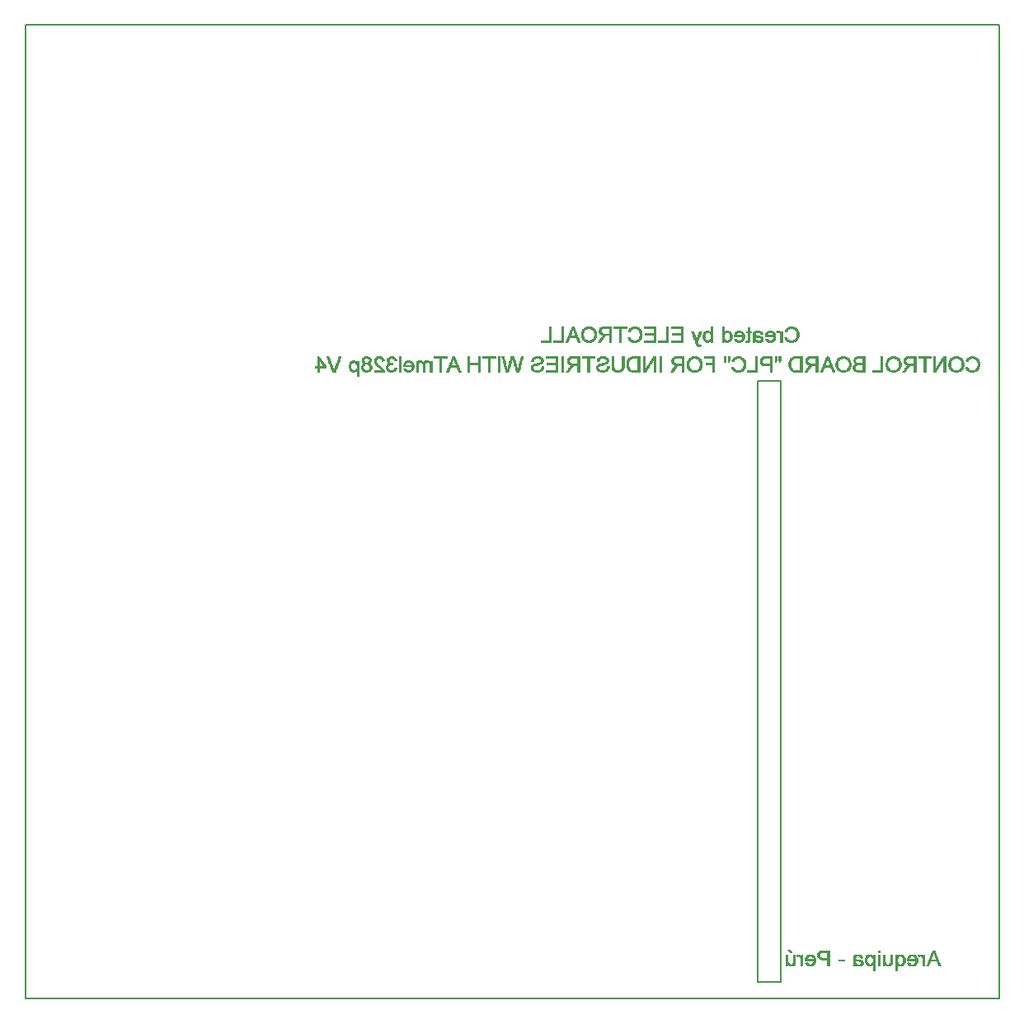
<source format=gbr>
G04 PROTEUS RS274X GERBER FILE*
%FSLAX45Y45*%
%MOMM*%
G01*
%ADD43C,0.203200*%
%ADD48C,0.063500*%
D43*
X-5000000Y-5000000D02*
X+5000000Y-5000000D01*
X+5000000Y+5000000D01*
X-5000000Y+5000000D01*
X-5000000Y-5000000D01*
X+2520000Y-4830000D02*
X+2760000Y-4830000D01*
X+2760000Y+1340000D01*
X+2520000Y+1340000D01*
X+2520000Y-4830000D01*
D48*
X-1598640Y+1389837D02*
X-1578320Y+1389837D01*
X-1598640Y+1394917D02*
X-1578320Y+1394917D01*
X-1598640Y+1399997D02*
X-1578320Y+1399997D01*
X-1598640Y+1405077D02*
X-1578320Y+1405077D01*
X-1598640Y+1410157D02*
X-1578320Y+1410157D01*
X-1598640Y+1415237D02*
X-1578320Y+1415237D01*
X-1598640Y+1420317D02*
X-1578320Y+1420317D01*
X-1598640Y+1425397D02*
X-1578320Y+1425397D01*
X-1598640Y+1430477D02*
X-1578320Y+1430477D01*
X-2005040Y+1435557D02*
X-1984720Y+1435557D01*
X-1852640Y+1435557D02*
X-1817080Y+1435557D01*
X-1644360Y+1435557D02*
X-1618960Y+1435557D01*
X-1598640Y+1435557D02*
X-1578320Y+1435557D01*
X-1517360Y+1435557D02*
X-1481800Y+1435557D01*
X-1420840Y+1435557D02*
X-1314160Y+1435557D01*
X-1263360Y+1435557D02*
X-1227800Y+1435557D01*
X-1166840Y+1435557D02*
X-1146520Y+1435557D01*
X-1090640Y+1435557D02*
X-1050000Y+1435557D01*
X-989040Y+1435557D02*
X-968720Y+1435557D01*
X-917920Y+1435557D02*
X-897600Y+1435557D01*
X-846800Y+1435557D02*
X-826480Y+1435557D01*
X-750280Y+1435557D02*
X-729960Y+1435557D01*
X-679160Y+1435557D02*
X-658840Y+1435557D01*
X-552160Y+1435557D02*
X-531840Y+1435557D01*
X-460720Y+1435557D02*
X-440400Y+1435557D01*
X-354040Y+1435557D02*
X-333720Y+1435557D01*
X-252440Y+1435557D02*
X-232120Y+1435557D01*
X-150840Y+1435557D02*
X-130520Y+1435557D01*
X-69560Y+1435557D02*
X-44160Y+1435557D01*
X+42200Y+1435557D02*
X+67600Y+1435557D01*
X+230160Y+1435557D02*
X+275880Y+1435557D01*
X+341920Y+1435557D02*
X+463840Y+1435557D01*
X+504480Y+1435557D02*
X+524800Y+1435557D01*
X+550200Y+1435557D02*
X+575600Y+1435557D01*
X+667040Y+1435557D02*
X+687360Y+1435557D01*
X+768640Y+1435557D02*
X+788960Y+1435557D01*
X+900720Y+1435557D02*
X+946440Y+1435557D01*
X+1058200Y+1435557D02*
X+1103920Y+1435557D01*
X+1220760Y+1435557D02*
X+1307120Y+1435557D01*
X+1342680Y+1435557D02*
X+1368080Y+1435557D01*
X+1449360Y+1435557D02*
X+1469680Y+1435557D01*
X+1510320Y+1435557D02*
X+1530640Y+1435557D01*
X+1622080Y+1435557D02*
X+1647480Y+1435557D01*
X+1738920Y+1435557D02*
X+1759240Y+1435557D01*
X+1845600Y+1435557D02*
X+1891320Y+1435557D01*
X+2053880Y+1435557D02*
X+2074200Y+1435557D01*
X+2292640Y+1435557D02*
X+2338360Y+1435557D01*
X+2409480Y+1435557D02*
X+2511080Y+1435557D01*
X+2643160Y+1435557D02*
X+2663480Y+1435557D01*
X+2887000Y+1435557D02*
X+2973360Y+1435557D01*
X+2998760Y+1435557D02*
X+3024160Y+1435557D01*
X+3115600Y+1435557D02*
X+3135920Y+1435557D01*
X+3161320Y+1435557D02*
X+3181640Y+1435557D01*
X+3288320Y+1435557D02*
X+3308640Y+1435557D01*
X+3374680Y+1435557D02*
X+3420400Y+1435557D01*
X+3532160Y+1435557D02*
X+3618520Y+1435557D01*
X+3699800Y+1435557D02*
X+3801400Y+1435557D01*
X+3887760Y+1435557D02*
X+3933480Y+1435557D01*
X+4004600Y+1435557D02*
X+4030000Y+1435557D01*
X+4121440Y+1435557D02*
X+4141760Y+1435557D01*
X+4223040Y+1435557D02*
X+4243360Y+1435557D01*
X+4319560Y+1435557D02*
X+4344960Y+1435557D01*
X+4426240Y+1435557D02*
X+4446560Y+1435557D01*
X+4532920Y+1435557D02*
X+4578640Y+1435557D01*
X+4695480Y+1435557D02*
X+4741200Y+1435557D01*
X-2005040Y+1440637D02*
X-1984720Y+1440637D01*
X-1852640Y+1440637D02*
X-1817080Y+1440637D01*
X-1654520Y+1440637D02*
X-1608800Y+1440637D01*
X-1598640Y+1440637D02*
X-1578320Y+1440637D01*
X-1527520Y+1440637D02*
X-1471640Y+1440637D01*
X-1420840Y+1440637D02*
X-1314160Y+1440637D01*
X-1273520Y+1440637D02*
X-1217640Y+1440637D01*
X-1166840Y+1440637D02*
X-1146520Y+1440637D01*
X-1100800Y+1440637D02*
X-1039840Y+1440637D01*
X-989040Y+1440637D02*
X-968720Y+1440637D01*
X-917920Y+1440637D02*
X-897600Y+1440637D01*
X-846800Y+1440637D02*
X-826480Y+1440637D01*
X-750280Y+1440637D02*
X-729960Y+1440637D01*
X-679160Y+1440637D02*
X-653760Y+1440637D01*
X-557240Y+1440637D02*
X-531840Y+1440637D01*
X-460720Y+1440637D02*
X-440400Y+1440637D01*
X-354040Y+1440637D02*
X-333720Y+1440637D01*
X-252440Y+1440637D02*
X-232120Y+1440637D01*
X-150840Y+1440637D02*
X-130520Y+1440637D01*
X-69560Y+1440637D02*
X-39080Y+1440637D01*
X+37120Y+1440637D02*
X+67600Y+1440637D01*
X+214920Y+1440637D02*
X+291120Y+1440637D01*
X+341920Y+1440637D02*
X+463840Y+1440637D01*
X+504480Y+1440637D02*
X+524800Y+1440637D01*
X+555280Y+1440637D02*
X+580680Y+1440637D01*
X+667040Y+1440637D02*
X+687360Y+1440637D01*
X+768640Y+1440637D02*
X+788960Y+1440637D01*
X+885480Y+1440637D02*
X+961680Y+1440637D01*
X+1042960Y+1440637D02*
X+1119160Y+1440637D01*
X+1205520Y+1440637D02*
X+1307120Y+1440637D01*
X+1342680Y+1440637D02*
X+1368080Y+1440637D01*
X+1449360Y+1440637D02*
X+1469680Y+1440637D01*
X+1510320Y+1440637D02*
X+1530640Y+1440637D01*
X+1627160Y+1440637D02*
X+1652560Y+1440637D01*
X+1738920Y+1440637D02*
X+1759240Y+1440637D01*
X+1830360Y+1440637D02*
X+1906560Y+1440637D01*
X+2053880Y+1440637D02*
X+2074200Y+1440637D01*
X+2282480Y+1440637D02*
X+2353600Y+1440637D01*
X+2409480Y+1440637D02*
X+2511080Y+1440637D01*
X+2643160Y+1440637D02*
X+2663480Y+1440637D01*
X+2871760Y+1440637D02*
X+2973360Y+1440637D01*
X+3003840Y+1440637D02*
X+3029240Y+1440637D01*
X+3115600Y+1440637D02*
X+3135920Y+1440637D01*
X+3161320Y+1440637D02*
X+3186720Y+1440637D01*
X+3283240Y+1440637D02*
X+3308640Y+1440637D01*
X+3359440Y+1440637D02*
X+3435640Y+1440637D01*
X+3516920Y+1440637D02*
X+3618520Y+1440637D01*
X+3699800Y+1440637D02*
X+3801400Y+1440637D01*
X+3872520Y+1440637D02*
X+3948720Y+1440637D01*
X+4009680Y+1440637D02*
X+4035080Y+1440637D01*
X+4121440Y+1440637D02*
X+4141760Y+1440637D01*
X+4223040Y+1440637D02*
X+4243360Y+1440637D01*
X+4319560Y+1440637D02*
X+4344960Y+1440637D01*
X+4426240Y+1440637D02*
X+4446560Y+1440637D01*
X+4517680Y+1440637D02*
X+4593880Y+1440637D01*
X+4685320Y+1440637D02*
X+4756440Y+1440637D01*
X-2005040Y+1445717D02*
X-1984720Y+1445717D01*
X-1852640Y+1445717D02*
X-1817080Y+1445717D01*
X-1659600Y+1445717D02*
X-1603720Y+1445717D01*
X-1598640Y+1445717D02*
X-1578320Y+1445717D01*
X-1537680Y+1445717D02*
X-1461480Y+1445717D01*
X-1420840Y+1445717D02*
X-1314160Y+1445717D01*
X-1283680Y+1445717D02*
X-1207480Y+1445717D01*
X-1166840Y+1445717D02*
X-1146520Y+1445717D01*
X-1105880Y+1445717D02*
X-1034760Y+1445717D01*
X-989040Y+1445717D02*
X-968720Y+1445717D01*
X-917920Y+1445717D02*
X-897600Y+1445717D01*
X-846800Y+1445717D02*
X-826480Y+1445717D01*
X-750280Y+1445717D02*
X-729960Y+1445717D01*
X-674080Y+1445717D02*
X-653760Y+1445717D01*
X-557240Y+1445717D02*
X-536920Y+1445717D01*
X-460720Y+1445717D02*
X-440400Y+1445717D01*
X-354040Y+1445717D02*
X-333720Y+1445717D01*
X-252440Y+1445717D02*
X-232120Y+1445717D01*
X-150840Y+1445717D02*
X-130520Y+1445717D01*
X-69560Y+1445717D02*
X-39080Y+1445717D01*
X+37120Y+1445717D02*
X+67600Y+1445717D01*
X+209840Y+1445717D02*
X+296200Y+1445717D01*
X+341920Y+1445717D02*
X+463840Y+1445717D01*
X+504480Y+1445717D02*
X+524800Y+1445717D01*
X+560360Y+1445717D02*
X+580680Y+1445717D01*
X+667040Y+1445717D02*
X+687360Y+1445717D01*
X+768640Y+1445717D02*
X+788960Y+1445717D01*
X+880400Y+1445717D02*
X+966760Y+1445717D01*
X+1037880Y+1445717D02*
X+1124240Y+1445717D01*
X+1200440Y+1445717D02*
X+1307120Y+1445717D01*
X+1342680Y+1445717D02*
X+1373160Y+1445717D01*
X+1449360Y+1445717D02*
X+1469680Y+1445717D01*
X+1510320Y+1445717D02*
X+1530640Y+1445717D01*
X+1632240Y+1445717D02*
X+1652560Y+1445717D01*
X+1738920Y+1445717D02*
X+1759240Y+1445717D01*
X+1825280Y+1445717D02*
X+1911640Y+1445717D01*
X+2053880Y+1445717D02*
X+2074200Y+1445717D01*
X+2272320Y+1445717D02*
X+2363760Y+1445717D01*
X+2409480Y+1445717D02*
X+2511080Y+1445717D01*
X+2643160Y+1445717D02*
X+2663480Y+1445717D01*
X+2866680Y+1445717D02*
X+2973360Y+1445717D01*
X+3008920Y+1445717D02*
X+3029240Y+1445717D01*
X+3115600Y+1445717D02*
X+3135920Y+1445717D01*
X+3166400Y+1445717D02*
X+3186720Y+1445717D01*
X+3283240Y+1445717D02*
X+3303560Y+1445717D01*
X+3354360Y+1445717D02*
X+3440720Y+1445717D01*
X+3511840Y+1445717D02*
X+3618520Y+1445717D01*
X+3699800Y+1445717D02*
X+3801400Y+1445717D01*
X+3867440Y+1445717D02*
X+3953800Y+1445717D01*
X+4014760Y+1445717D02*
X+4035080Y+1445717D01*
X+4121440Y+1445717D02*
X+4141760Y+1445717D01*
X+4223040Y+1445717D02*
X+4243360Y+1445717D01*
X+4319560Y+1445717D02*
X+4350040Y+1445717D01*
X+4426240Y+1445717D02*
X+4446560Y+1445717D01*
X+4512600Y+1445717D02*
X+4598960Y+1445717D01*
X+4675160Y+1445717D02*
X+4766600Y+1445717D01*
X-2005040Y+1450797D02*
X-1984720Y+1450797D01*
X-1857720Y+1450797D02*
X-1812000Y+1450797D01*
X-1664680Y+1450797D02*
X-1578320Y+1450797D01*
X-1542760Y+1450797D02*
X-1456400Y+1450797D01*
X-1420840Y+1450797D02*
X-1319240Y+1450797D01*
X-1288760Y+1450797D02*
X-1202400Y+1450797D01*
X-1166840Y+1450797D02*
X-1146520Y+1450797D01*
X-1110960Y+1450797D02*
X-1029680Y+1450797D01*
X-989040Y+1450797D02*
X-968720Y+1450797D01*
X-917920Y+1450797D02*
X-897600Y+1450797D01*
X-846800Y+1450797D02*
X-826480Y+1450797D01*
X-750280Y+1450797D02*
X-729960Y+1450797D01*
X-674080Y+1450797D02*
X-653760Y+1450797D01*
X-557240Y+1450797D02*
X-536920Y+1450797D01*
X-460720Y+1450797D02*
X-440400Y+1450797D01*
X-354040Y+1450797D02*
X-333720Y+1450797D01*
X-252440Y+1450797D02*
X-232120Y+1450797D01*
X-150840Y+1450797D02*
X-130520Y+1450797D01*
X-69560Y+1450797D02*
X-39080Y+1450797D01*
X+37120Y+1450797D02*
X+67600Y+1450797D01*
X+199680Y+1450797D02*
X+306360Y+1450797D01*
X+341920Y+1450797D02*
X+463840Y+1450797D01*
X+504480Y+1450797D02*
X+524800Y+1450797D01*
X+560360Y+1450797D02*
X+585760Y+1450797D01*
X+667040Y+1450797D02*
X+687360Y+1450797D01*
X+768640Y+1450797D02*
X+788960Y+1450797D01*
X+870240Y+1450797D02*
X+976920Y+1450797D01*
X+1032800Y+1450797D02*
X+1129320Y+1450797D01*
X+1190280Y+1450797D02*
X+1307120Y+1450797D01*
X+1342680Y+1450797D02*
X+1378240Y+1450797D01*
X+1449360Y+1450797D02*
X+1469680Y+1450797D01*
X+1510320Y+1450797D02*
X+1530640Y+1450797D01*
X+1632240Y+1450797D02*
X+1657640Y+1450797D01*
X+1738920Y+1450797D02*
X+1759240Y+1450797D01*
X+1815120Y+1450797D02*
X+1921800Y+1450797D01*
X+2053880Y+1450797D02*
X+2074200Y+1450797D01*
X+2267240Y+1450797D02*
X+2368840Y+1450797D01*
X+2409480Y+1450797D02*
X+2511080Y+1450797D01*
X+2643160Y+1450797D02*
X+2663480Y+1450797D01*
X+2856520Y+1450797D02*
X+2973360Y+1450797D01*
X+3008920Y+1450797D02*
X+3034320Y+1450797D01*
X+3115600Y+1450797D02*
X+3135920Y+1450797D01*
X+3166400Y+1450797D02*
X+3186720Y+1450797D01*
X+3283240Y+1450797D02*
X+3303560Y+1450797D01*
X+3344200Y+1450797D02*
X+3450880Y+1450797D01*
X+3506760Y+1450797D02*
X+3618520Y+1450797D01*
X+3699800Y+1450797D02*
X+3801400Y+1450797D01*
X+3857280Y+1450797D02*
X+3963960Y+1450797D01*
X+4014760Y+1450797D02*
X+4040160Y+1450797D01*
X+4121440Y+1450797D02*
X+4141760Y+1450797D01*
X+4223040Y+1450797D02*
X+4243360Y+1450797D01*
X+4319560Y+1450797D02*
X+4355120Y+1450797D01*
X+4426240Y+1450797D02*
X+4446560Y+1450797D01*
X+4502440Y+1450797D02*
X+4609120Y+1450797D01*
X+4670080Y+1450797D02*
X+4771680Y+1450797D01*
X-2005040Y+1455877D02*
X-1984720Y+1455877D01*
X-1857720Y+1455877D02*
X-1837400Y+1455877D01*
X-1832320Y+1455877D02*
X-1812000Y+1455877D01*
X-1669760Y+1455877D02*
X-1639280Y+1455877D01*
X-1618960Y+1455877D02*
X-1578320Y+1455877D01*
X-1542760Y+1455877D02*
X-1517360Y+1455877D01*
X-1486880Y+1455877D02*
X-1456400Y+1455877D01*
X-1344640Y+1455877D02*
X-1319240Y+1455877D01*
X-1288760Y+1455877D02*
X-1258280Y+1455877D01*
X-1227800Y+1455877D02*
X-1197320Y+1455877D01*
X-1166840Y+1455877D02*
X-1146520Y+1455877D01*
X-1116040Y+1455877D02*
X-1085560Y+1455877D01*
X-1055080Y+1455877D02*
X-1024600Y+1455877D01*
X-989040Y+1455877D02*
X-968720Y+1455877D01*
X-917920Y+1455877D02*
X-897600Y+1455877D01*
X-846800Y+1455877D02*
X-826480Y+1455877D01*
X-750280Y+1455877D02*
X-729960Y+1455877D01*
X-669000Y+1455877D02*
X-648680Y+1455877D01*
X-562320Y+1455877D02*
X-542000Y+1455877D01*
X-460720Y+1455877D02*
X-440400Y+1455877D01*
X-354040Y+1455877D02*
X-333720Y+1455877D01*
X-252440Y+1455877D02*
X-232120Y+1455877D01*
X-150840Y+1455877D02*
X-130520Y+1455877D01*
X-74640Y+1455877D02*
X-59400Y+1455877D01*
X-54320Y+1455877D02*
X-34000Y+1455877D01*
X+32040Y+1455877D02*
X+52360Y+1455877D01*
X+57440Y+1455877D02*
X+72680Y+1455877D01*
X+199680Y+1455877D02*
X+235240Y+1455877D01*
X+270800Y+1455877D02*
X+306360Y+1455877D01*
X+443520Y+1455877D02*
X+463840Y+1455877D01*
X+504480Y+1455877D02*
X+524800Y+1455877D01*
X+565440Y+1455877D02*
X+590840Y+1455877D01*
X+667040Y+1455877D02*
X+687360Y+1455877D01*
X+768640Y+1455877D02*
X+788960Y+1455877D01*
X+870240Y+1455877D02*
X+905800Y+1455877D01*
X+941360Y+1455877D02*
X+976920Y+1455877D01*
X+1027720Y+1455877D02*
X+1063280Y+1455877D01*
X+1098840Y+1455877D02*
X+1134400Y+1455877D01*
X+1190280Y+1455877D02*
X+1225840Y+1455877D01*
X+1286800Y+1455877D02*
X+1307120Y+1455877D01*
X+1342680Y+1455877D02*
X+1378240Y+1455877D01*
X+1449360Y+1455877D02*
X+1469680Y+1455877D01*
X+1510320Y+1455877D02*
X+1530640Y+1455877D01*
X+1637320Y+1455877D02*
X+1662720Y+1455877D01*
X+1738920Y+1455877D02*
X+1759240Y+1455877D01*
X+1810040Y+1455877D02*
X+1850680Y+1455877D01*
X+1886240Y+1455877D02*
X+1926880Y+1455877D01*
X+2053880Y+1455877D02*
X+2074200Y+1455877D01*
X+2262160Y+1455877D02*
X+2297720Y+1455877D01*
X+2338360Y+1455877D02*
X+2373920Y+1455877D01*
X+2490760Y+1455877D02*
X+2511080Y+1455877D01*
X+2643160Y+1455877D02*
X+2663480Y+1455877D01*
X+2856520Y+1455877D02*
X+2892080Y+1455877D01*
X+2953040Y+1455877D02*
X+2973360Y+1455877D01*
X+3014000Y+1455877D02*
X+3039400Y+1455877D01*
X+3115600Y+1455877D02*
X+3135920Y+1455877D01*
X+3171480Y+1455877D02*
X+3191800Y+1455877D01*
X+3278160Y+1455877D02*
X+3298480Y+1455877D01*
X+3339120Y+1455877D02*
X+3379760Y+1455877D01*
X+3415320Y+1455877D02*
X+3455960Y+1455877D01*
X+3501680Y+1455877D02*
X+3532160Y+1455877D01*
X+3598200Y+1455877D02*
X+3618520Y+1455877D01*
X+3781080Y+1455877D02*
X+3801400Y+1455877D01*
X+3852200Y+1455877D02*
X+3892840Y+1455877D01*
X+3928400Y+1455877D02*
X+3969040Y+1455877D01*
X+4019840Y+1455877D02*
X+4045240Y+1455877D01*
X+4121440Y+1455877D02*
X+4141760Y+1455877D01*
X+4223040Y+1455877D02*
X+4243360Y+1455877D01*
X+4319560Y+1455877D02*
X+4355120Y+1455877D01*
X+4426240Y+1455877D02*
X+4446560Y+1455877D01*
X+4497360Y+1455877D02*
X+4538000Y+1455877D01*
X+4573560Y+1455877D02*
X+4614200Y+1455877D01*
X+4665000Y+1455877D02*
X+4700560Y+1455877D01*
X+4741200Y+1455877D02*
X+4776760Y+1455877D01*
X-2005040Y+1460957D02*
X-1984720Y+1460957D01*
X-1857720Y+1460957D02*
X-1837400Y+1460957D01*
X-1832320Y+1460957D02*
X-1812000Y+1460957D01*
X-1674840Y+1460957D02*
X-1649440Y+1460957D01*
X-1608800Y+1460957D02*
X-1578320Y+1460957D01*
X-1547840Y+1460957D02*
X-1522440Y+1460957D01*
X-1476720Y+1460957D02*
X-1451320Y+1460957D01*
X-1349720Y+1460957D02*
X-1324320Y+1460957D01*
X-1293840Y+1460957D02*
X-1268440Y+1460957D01*
X-1222720Y+1460957D02*
X-1197320Y+1460957D01*
X-1166840Y+1460957D02*
X-1146520Y+1460957D01*
X-1116040Y+1460957D02*
X-1090640Y+1460957D01*
X-1044920Y+1460957D02*
X-1019520Y+1460957D01*
X-989040Y+1460957D02*
X-968720Y+1460957D01*
X-917920Y+1460957D02*
X-897600Y+1460957D01*
X-846800Y+1460957D02*
X-826480Y+1460957D01*
X-750280Y+1460957D02*
X-729960Y+1460957D01*
X-669000Y+1460957D02*
X-648680Y+1460957D01*
X-562320Y+1460957D02*
X-542000Y+1460957D01*
X-460720Y+1460957D02*
X-440400Y+1460957D01*
X-354040Y+1460957D02*
X-333720Y+1460957D01*
X-252440Y+1460957D02*
X-232120Y+1460957D01*
X-150840Y+1460957D02*
X-130520Y+1460957D01*
X-74640Y+1460957D02*
X-59400Y+1460957D01*
X-54320Y+1460957D02*
X-34000Y+1460957D01*
X+32040Y+1460957D02*
X+52360Y+1460957D01*
X+57440Y+1460957D02*
X+72680Y+1460957D01*
X+194600Y+1460957D02*
X+220000Y+1460957D01*
X+280960Y+1460957D02*
X+311440Y+1460957D01*
X+443520Y+1460957D02*
X+463840Y+1460957D01*
X+504480Y+1460957D02*
X+524800Y+1460957D01*
X+570520Y+1460957D02*
X+590840Y+1460957D01*
X+667040Y+1460957D02*
X+687360Y+1460957D01*
X+768640Y+1460957D02*
X+788960Y+1460957D01*
X+865160Y+1460957D02*
X+890560Y+1460957D01*
X+951520Y+1460957D02*
X+982000Y+1460957D01*
X+1022640Y+1460957D02*
X+1053120Y+1460957D01*
X+1109000Y+1460957D02*
X+1139480Y+1460957D01*
X+1185200Y+1460957D02*
X+1210600Y+1460957D01*
X+1286800Y+1460957D02*
X+1307120Y+1460957D01*
X+1342680Y+1460957D02*
X+1383320Y+1460957D01*
X+1449360Y+1460957D02*
X+1469680Y+1460957D01*
X+1510320Y+1460957D02*
X+1530640Y+1460957D01*
X+1642400Y+1460957D02*
X+1662720Y+1460957D01*
X+1738920Y+1460957D02*
X+1759240Y+1460957D01*
X+1804960Y+1460957D02*
X+1835440Y+1460957D01*
X+1901480Y+1460957D02*
X+1931960Y+1460957D01*
X+2053880Y+1460957D02*
X+2074200Y+1460957D01*
X+2257080Y+1460957D02*
X+2287560Y+1460957D01*
X+2348520Y+1460957D02*
X+2379000Y+1460957D01*
X+2490760Y+1460957D02*
X+2511080Y+1460957D01*
X+2643160Y+1460957D02*
X+2663480Y+1460957D01*
X+2851440Y+1460957D02*
X+2876840Y+1460957D01*
X+2953040Y+1460957D02*
X+2973360Y+1460957D01*
X+3019080Y+1460957D02*
X+3039400Y+1460957D01*
X+3115600Y+1460957D02*
X+3135920Y+1460957D01*
X+3171480Y+1460957D02*
X+3191800Y+1460957D01*
X+3278160Y+1460957D02*
X+3298480Y+1460957D01*
X+3334040Y+1460957D02*
X+3364520Y+1460957D01*
X+3430560Y+1460957D02*
X+3461040Y+1460957D01*
X+3501680Y+1460957D02*
X+3527080Y+1460957D01*
X+3598200Y+1460957D02*
X+3618520Y+1460957D01*
X+3781080Y+1460957D02*
X+3801400Y+1460957D01*
X+3847120Y+1460957D02*
X+3877600Y+1460957D01*
X+3943640Y+1460957D02*
X+3974120Y+1460957D01*
X+4024920Y+1460957D02*
X+4045240Y+1460957D01*
X+4121440Y+1460957D02*
X+4141760Y+1460957D01*
X+4223040Y+1460957D02*
X+4243360Y+1460957D01*
X+4319560Y+1460957D02*
X+4360200Y+1460957D01*
X+4426240Y+1460957D02*
X+4446560Y+1460957D01*
X+4492280Y+1460957D02*
X+4522760Y+1460957D01*
X+4588800Y+1460957D02*
X+4619280Y+1460957D01*
X+4659920Y+1460957D02*
X+4690400Y+1460957D01*
X+4751360Y+1460957D02*
X+4781840Y+1460957D01*
X-2005040Y+1466037D02*
X-1984720Y+1466037D01*
X-1862800Y+1466037D02*
X-1837400Y+1466037D01*
X-1832320Y+1466037D02*
X-1806920Y+1466037D01*
X-1674840Y+1466037D02*
X-1654520Y+1466037D01*
X-1603720Y+1466037D02*
X-1578320Y+1466037D01*
X-1547840Y+1466037D02*
X-1527520Y+1466037D01*
X-1471640Y+1466037D02*
X-1451320Y+1466037D01*
X-1354800Y+1466037D02*
X-1329400Y+1466037D01*
X-1293840Y+1466037D02*
X-1273520Y+1466037D01*
X-1217640Y+1466037D02*
X-1197320Y+1466037D01*
X-1166840Y+1466037D02*
X-1146520Y+1466037D01*
X-1121120Y+1466037D02*
X-1095720Y+1466037D01*
X-1039840Y+1466037D02*
X-1019520Y+1466037D01*
X-989040Y+1466037D02*
X-968720Y+1466037D01*
X-917920Y+1466037D02*
X-897600Y+1466037D01*
X-846800Y+1466037D02*
X-826480Y+1466037D01*
X-750280Y+1466037D02*
X-729960Y+1466037D01*
X-669000Y+1466037D02*
X-648680Y+1466037D01*
X-562320Y+1466037D02*
X-542000Y+1466037D01*
X-460720Y+1466037D02*
X-440400Y+1466037D01*
X-354040Y+1466037D02*
X-333720Y+1466037D01*
X-252440Y+1466037D02*
X-232120Y+1466037D01*
X-150840Y+1466037D02*
X-130520Y+1466037D01*
X-74640Y+1466037D02*
X-59400Y+1466037D01*
X-54320Y+1466037D02*
X-34000Y+1466037D01*
X+32040Y+1466037D02*
X+52360Y+1466037D01*
X+57440Y+1466037D02*
X+72680Y+1466037D01*
X+189520Y+1466037D02*
X+214920Y+1466037D01*
X+291120Y+1466037D02*
X+316520Y+1466037D01*
X+443520Y+1466037D02*
X+463840Y+1466037D01*
X+504480Y+1466037D02*
X+524800Y+1466037D01*
X+570520Y+1466037D02*
X+595920Y+1466037D01*
X+667040Y+1466037D02*
X+687360Y+1466037D01*
X+768640Y+1466037D02*
X+788960Y+1466037D01*
X+860080Y+1466037D02*
X+885480Y+1466037D01*
X+961680Y+1466037D02*
X+987080Y+1466037D01*
X+1022640Y+1466037D02*
X+1048040Y+1466037D01*
X+1114080Y+1466037D02*
X+1139480Y+1466037D01*
X+1180120Y+1466037D02*
X+1205520Y+1466037D01*
X+1286800Y+1466037D02*
X+1307120Y+1466037D01*
X+1342680Y+1466037D02*
X+1388400Y+1466037D01*
X+1449360Y+1466037D02*
X+1469680Y+1466037D01*
X+1510320Y+1466037D02*
X+1530640Y+1466037D01*
X+1642400Y+1466037D02*
X+1667800Y+1466037D01*
X+1738920Y+1466037D02*
X+1759240Y+1466037D01*
X+1804960Y+1466037D02*
X+1830360Y+1466037D01*
X+1906560Y+1466037D02*
X+1931960Y+1466037D01*
X+2053880Y+1466037D02*
X+2074200Y+1466037D01*
X+2257080Y+1466037D02*
X+2282480Y+1466037D01*
X+2353600Y+1466037D02*
X+2384080Y+1466037D01*
X+2490760Y+1466037D02*
X+2511080Y+1466037D01*
X+2643160Y+1466037D02*
X+2663480Y+1466037D01*
X+2846360Y+1466037D02*
X+2871760Y+1466037D01*
X+2953040Y+1466037D02*
X+2973360Y+1466037D01*
X+3019080Y+1466037D02*
X+3044480Y+1466037D01*
X+3115600Y+1466037D02*
X+3135920Y+1466037D01*
X+3171480Y+1466037D02*
X+3191800Y+1466037D01*
X+3278160Y+1466037D02*
X+3298480Y+1466037D01*
X+3334040Y+1466037D02*
X+3359440Y+1466037D01*
X+3435640Y+1466037D02*
X+3461040Y+1466037D01*
X+3496600Y+1466037D02*
X+3522000Y+1466037D01*
X+3598200Y+1466037D02*
X+3618520Y+1466037D01*
X+3781080Y+1466037D02*
X+3801400Y+1466037D01*
X+3847120Y+1466037D02*
X+3872520Y+1466037D01*
X+3948720Y+1466037D02*
X+3974120Y+1466037D01*
X+4024920Y+1466037D02*
X+4050320Y+1466037D01*
X+4121440Y+1466037D02*
X+4141760Y+1466037D01*
X+4223040Y+1466037D02*
X+4243360Y+1466037D01*
X+4319560Y+1466037D02*
X+4365280Y+1466037D01*
X+4426240Y+1466037D02*
X+4446560Y+1466037D01*
X+4492280Y+1466037D02*
X+4517680Y+1466037D01*
X+4593880Y+1466037D02*
X+4619280Y+1466037D01*
X+4659920Y+1466037D02*
X+4685320Y+1466037D01*
X+4756440Y+1466037D02*
X+4786920Y+1466037D01*
X-2005040Y+1471117D02*
X-1984720Y+1471117D01*
X-1862800Y+1471117D02*
X-1842480Y+1471117D01*
X-1827240Y+1471117D02*
X-1806920Y+1471117D01*
X-1674840Y+1471117D02*
X-1654520Y+1471117D01*
X-1603720Y+1471117D02*
X-1578320Y+1471117D01*
X-1552920Y+1471117D02*
X-1532600Y+1471117D01*
X-1466560Y+1471117D02*
X-1446240Y+1471117D01*
X-1359880Y+1471117D02*
X-1334480Y+1471117D01*
X-1298920Y+1471117D02*
X-1278600Y+1471117D01*
X-1217640Y+1471117D02*
X-1192240Y+1471117D01*
X-1166840Y+1471117D02*
X-1146520Y+1471117D01*
X-1110960Y+1471117D02*
X-1100800Y+1471117D01*
X-1039840Y+1471117D02*
X-1019520Y+1471117D01*
X-989040Y+1471117D02*
X-968720Y+1471117D01*
X-917920Y+1471117D02*
X-897600Y+1471117D01*
X-846800Y+1471117D02*
X-826480Y+1471117D01*
X-750280Y+1471117D02*
X-729960Y+1471117D01*
X-663920Y+1471117D02*
X-643600Y+1471117D01*
X-567400Y+1471117D02*
X-547080Y+1471117D01*
X-460720Y+1471117D02*
X-440400Y+1471117D01*
X-354040Y+1471117D02*
X-333720Y+1471117D01*
X-252440Y+1471117D02*
X-232120Y+1471117D01*
X-150840Y+1471117D02*
X-130520Y+1471117D01*
X-79720Y+1471117D02*
X-59400Y+1471117D01*
X-54320Y+1471117D02*
X-34000Y+1471117D01*
X+32040Y+1471117D02*
X+52360Y+1471117D01*
X+57440Y+1471117D02*
X+77760Y+1471117D01*
X+189520Y+1471117D02*
X+214920Y+1471117D01*
X+291120Y+1471117D02*
X+316520Y+1471117D01*
X+443520Y+1471117D02*
X+463840Y+1471117D01*
X+504480Y+1471117D02*
X+524800Y+1471117D01*
X+575600Y+1471117D02*
X+601000Y+1471117D01*
X+667040Y+1471117D02*
X+687360Y+1471117D01*
X+768640Y+1471117D02*
X+788960Y+1471117D01*
X+860080Y+1471117D02*
X+885480Y+1471117D01*
X+961680Y+1471117D02*
X+987080Y+1471117D01*
X+1022640Y+1471117D02*
X+1042960Y+1471117D01*
X+1119160Y+1471117D02*
X+1139480Y+1471117D01*
X+1180120Y+1471117D02*
X+1200440Y+1471117D01*
X+1286800Y+1471117D02*
X+1307120Y+1471117D01*
X+1342680Y+1471117D02*
X+1363000Y+1471117D01*
X+1368080Y+1471117D02*
X+1388400Y+1471117D01*
X+1449360Y+1471117D02*
X+1469680Y+1471117D01*
X+1510320Y+1471117D02*
X+1530640Y+1471117D01*
X+1647480Y+1471117D02*
X+1672880Y+1471117D01*
X+1738920Y+1471117D02*
X+1759240Y+1471117D01*
X+1799880Y+1471117D02*
X+1825280Y+1471117D01*
X+1911640Y+1471117D02*
X+1937040Y+1471117D01*
X+2053880Y+1471117D02*
X+2074200Y+1471117D01*
X+2252000Y+1471117D02*
X+2277400Y+1471117D01*
X+2358680Y+1471117D02*
X+2384080Y+1471117D01*
X+2490760Y+1471117D02*
X+2511080Y+1471117D01*
X+2643160Y+1471117D02*
X+2663480Y+1471117D01*
X+2846360Y+1471117D02*
X+2866680Y+1471117D01*
X+2953040Y+1471117D02*
X+2973360Y+1471117D01*
X+3024160Y+1471117D02*
X+3049560Y+1471117D01*
X+3115600Y+1471117D02*
X+3135920Y+1471117D01*
X+3176560Y+1471117D02*
X+3196880Y+1471117D01*
X+3273080Y+1471117D02*
X+3293400Y+1471117D01*
X+3328960Y+1471117D02*
X+3354360Y+1471117D01*
X+3440720Y+1471117D02*
X+3466120Y+1471117D01*
X+3496600Y+1471117D02*
X+3516920Y+1471117D01*
X+3598200Y+1471117D02*
X+3618520Y+1471117D01*
X+3781080Y+1471117D02*
X+3801400Y+1471117D01*
X+3842040Y+1471117D02*
X+3867440Y+1471117D01*
X+3953800Y+1471117D02*
X+3979200Y+1471117D01*
X+4030000Y+1471117D02*
X+4055400Y+1471117D01*
X+4121440Y+1471117D02*
X+4141760Y+1471117D01*
X+4223040Y+1471117D02*
X+4243360Y+1471117D01*
X+4319560Y+1471117D02*
X+4339880Y+1471117D01*
X+4344960Y+1471117D02*
X+4365280Y+1471117D01*
X+4426240Y+1471117D02*
X+4446560Y+1471117D01*
X+4487200Y+1471117D02*
X+4512600Y+1471117D01*
X+4598960Y+1471117D02*
X+4624360Y+1471117D01*
X+4654840Y+1471117D02*
X+4680240Y+1471117D01*
X+4761520Y+1471117D02*
X+4786920Y+1471117D01*
X-2025360Y+1476197D02*
X-1913600Y+1476197D01*
X-1867880Y+1476197D02*
X-1842480Y+1476197D01*
X-1827240Y+1476197D02*
X-1806920Y+1476197D01*
X-1679920Y+1476197D02*
X-1659600Y+1476197D01*
X-1598640Y+1476197D02*
X-1578320Y+1476197D01*
X-1552920Y+1476197D02*
X-1532600Y+1476197D01*
X-1466560Y+1476197D02*
X-1446240Y+1476197D01*
X-1364960Y+1476197D02*
X-1339560Y+1476197D01*
X-1298920Y+1476197D02*
X-1278600Y+1476197D01*
X-1212560Y+1476197D02*
X-1192240Y+1476197D01*
X-1166840Y+1476197D02*
X-1146520Y+1476197D01*
X-1034760Y+1476197D02*
X-1014440Y+1476197D01*
X-989040Y+1476197D02*
X-968720Y+1476197D01*
X-917920Y+1476197D02*
X-897600Y+1476197D01*
X-846800Y+1476197D02*
X-826480Y+1476197D01*
X-750280Y+1476197D02*
X-729960Y+1476197D01*
X-663920Y+1476197D02*
X-643600Y+1476197D01*
X-567400Y+1476197D02*
X-547080Y+1476197D01*
X-460720Y+1476197D02*
X-440400Y+1476197D01*
X-354040Y+1476197D02*
X-333720Y+1476197D01*
X-252440Y+1476197D02*
X-232120Y+1476197D01*
X-150840Y+1476197D02*
X-130520Y+1476197D01*
X-79720Y+1476197D02*
X-59400Y+1476197D01*
X-49240Y+1476197D02*
X-28920Y+1476197D01*
X+26960Y+1476197D02*
X+47280Y+1476197D01*
X+57440Y+1476197D02*
X+77760Y+1476197D01*
X+189520Y+1476197D02*
X+209840Y+1476197D01*
X+296200Y+1476197D02*
X+316520Y+1476197D01*
X+443520Y+1476197D02*
X+463840Y+1476197D01*
X+504480Y+1476197D02*
X+524800Y+1476197D01*
X+575600Y+1476197D02*
X+601000Y+1476197D01*
X+667040Y+1476197D02*
X+687360Y+1476197D01*
X+768640Y+1476197D02*
X+788960Y+1476197D01*
X+860080Y+1476197D02*
X+880400Y+1476197D01*
X+966760Y+1476197D02*
X+987080Y+1476197D01*
X+1017560Y+1476197D02*
X+1042960Y+1476197D01*
X+1119160Y+1476197D02*
X+1144560Y+1476197D01*
X+1175040Y+1476197D02*
X+1200440Y+1476197D01*
X+1286800Y+1476197D02*
X+1307120Y+1476197D01*
X+1342680Y+1476197D02*
X+1363000Y+1476197D01*
X+1368080Y+1476197D02*
X+1393480Y+1476197D01*
X+1449360Y+1476197D02*
X+1469680Y+1476197D01*
X+1510320Y+1476197D02*
X+1530640Y+1476197D01*
X+1647480Y+1476197D02*
X+1672880Y+1476197D01*
X+1738920Y+1476197D02*
X+1759240Y+1476197D01*
X+1799880Y+1476197D02*
X+1820200Y+1476197D01*
X+1916720Y+1476197D02*
X+1937040Y+1476197D01*
X+2053880Y+1476197D02*
X+2074200Y+1476197D01*
X+2252000Y+1476197D02*
X+2272320Y+1476197D01*
X+2363760Y+1476197D02*
X+2389160Y+1476197D01*
X+2490760Y+1476197D02*
X+2511080Y+1476197D01*
X+2643160Y+1476197D02*
X+2663480Y+1476197D01*
X+2841280Y+1476197D02*
X+2866680Y+1476197D01*
X+2953040Y+1476197D02*
X+2973360Y+1476197D01*
X+3024160Y+1476197D02*
X+3049560Y+1476197D01*
X+3115600Y+1476197D02*
X+3135920Y+1476197D01*
X+3176560Y+1476197D02*
X+3196880Y+1476197D01*
X+3273080Y+1476197D02*
X+3293400Y+1476197D01*
X+3328960Y+1476197D02*
X+3349280Y+1476197D01*
X+3445800Y+1476197D02*
X+3466120Y+1476197D01*
X+3496600Y+1476197D02*
X+3516920Y+1476197D01*
X+3598200Y+1476197D02*
X+3618520Y+1476197D01*
X+3781080Y+1476197D02*
X+3801400Y+1476197D01*
X+3842040Y+1476197D02*
X+3862360Y+1476197D01*
X+3958880Y+1476197D02*
X+3979200Y+1476197D01*
X+4030000Y+1476197D02*
X+4055400Y+1476197D01*
X+4121440Y+1476197D02*
X+4141760Y+1476197D01*
X+4223040Y+1476197D02*
X+4243360Y+1476197D01*
X+4319560Y+1476197D02*
X+4339880Y+1476197D01*
X+4344960Y+1476197D02*
X+4370360Y+1476197D01*
X+4426240Y+1476197D02*
X+4446560Y+1476197D01*
X+4487200Y+1476197D02*
X+4507520Y+1476197D01*
X+4604040Y+1476197D02*
X+4624360Y+1476197D01*
X+4654840Y+1476197D02*
X+4675160Y+1476197D01*
X+4766600Y+1476197D02*
X+4792000Y+1476197D01*
X-2025360Y+1481277D02*
X-1913600Y+1481277D01*
X-1867880Y+1481277D02*
X-1847560Y+1481277D01*
X-1822160Y+1481277D02*
X-1801840Y+1481277D01*
X-1679920Y+1481277D02*
X-1659600Y+1481277D01*
X-1598640Y+1481277D02*
X-1578320Y+1481277D01*
X-1552920Y+1481277D02*
X-1532600Y+1481277D01*
X-1466560Y+1481277D02*
X-1446240Y+1481277D01*
X-1370040Y+1481277D02*
X-1344640Y+1481277D01*
X-1298920Y+1481277D02*
X-1278600Y+1481277D01*
X-1212560Y+1481277D02*
X-1202400Y+1481277D01*
X-1166840Y+1481277D02*
X-1146520Y+1481277D01*
X-1034760Y+1481277D02*
X-1014440Y+1481277D01*
X-989040Y+1481277D02*
X-968720Y+1481277D01*
X-917920Y+1481277D02*
X-897600Y+1481277D01*
X-846800Y+1481277D02*
X-826480Y+1481277D01*
X-750280Y+1481277D02*
X-729960Y+1481277D01*
X-658840Y+1481277D02*
X-638520Y+1481277D01*
X-572480Y+1481277D02*
X-552160Y+1481277D01*
X-460720Y+1481277D02*
X-440400Y+1481277D01*
X-354040Y+1481277D02*
X-333720Y+1481277D01*
X-252440Y+1481277D02*
X-232120Y+1481277D01*
X-150840Y+1481277D02*
X-130520Y+1481277D01*
X-79720Y+1481277D02*
X-64480Y+1481277D01*
X-49240Y+1481277D02*
X-28920Y+1481277D01*
X+26960Y+1481277D02*
X+47280Y+1481277D01*
X+62520Y+1481277D02*
X+77760Y+1481277D01*
X+189520Y+1481277D02*
X+209840Y+1481277D01*
X+296200Y+1481277D02*
X+321600Y+1481277D01*
X+443520Y+1481277D02*
X+463840Y+1481277D01*
X+504480Y+1481277D02*
X+524800Y+1481277D01*
X+580680Y+1481277D02*
X+606080Y+1481277D01*
X+667040Y+1481277D02*
X+687360Y+1481277D01*
X+768640Y+1481277D02*
X+788960Y+1481277D01*
X+860080Y+1481277D02*
X+880400Y+1481277D01*
X+966760Y+1481277D02*
X+992160Y+1481277D01*
X+1017560Y+1481277D02*
X+1037880Y+1481277D01*
X+1124240Y+1481277D02*
X+1144560Y+1481277D01*
X+1175040Y+1481277D02*
X+1195360Y+1481277D01*
X+1286800Y+1481277D02*
X+1307120Y+1481277D01*
X+1342680Y+1481277D02*
X+1363000Y+1481277D01*
X+1373160Y+1481277D02*
X+1398560Y+1481277D01*
X+1449360Y+1481277D02*
X+1469680Y+1481277D01*
X+1510320Y+1481277D02*
X+1530640Y+1481277D01*
X+1652560Y+1481277D02*
X+1677960Y+1481277D01*
X+1738920Y+1481277D02*
X+1759240Y+1481277D01*
X+1794800Y+1481277D02*
X+1815120Y+1481277D01*
X+1921800Y+1481277D02*
X+1942120Y+1481277D01*
X+2053880Y+1481277D02*
X+2074200Y+1481277D01*
X+2246920Y+1481277D02*
X+2272320Y+1481277D01*
X+2368840Y+1481277D02*
X+2389160Y+1481277D01*
X+2490760Y+1481277D02*
X+2511080Y+1481277D01*
X+2643160Y+1481277D02*
X+2663480Y+1481277D01*
X+2841280Y+1481277D02*
X+2861600Y+1481277D01*
X+2953040Y+1481277D02*
X+2973360Y+1481277D01*
X+3029240Y+1481277D02*
X+3054640Y+1481277D01*
X+3115600Y+1481277D02*
X+3135920Y+1481277D01*
X+3181640Y+1481277D02*
X+3201960Y+1481277D01*
X+3268000Y+1481277D02*
X+3288320Y+1481277D01*
X+3323880Y+1481277D02*
X+3344200Y+1481277D01*
X+3450880Y+1481277D02*
X+3471200Y+1481277D01*
X+3496600Y+1481277D02*
X+3516920Y+1481277D01*
X+3598200Y+1481277D02*
X+3618520Y+1481277D01*
X+3781080Y+1481277D02*
X+3801400Y+1481277D01*
X+3836960Y+1481277D02*
X+3857280Y+1481277D01*
X+3963960Y+1481277D02*
X+3984280Y+1481277D01*
X+4035080Y+1481277D02*
X+4060480Y+1481277D01*
X+4121440Y+1481277D02*
X+4141760Y+1481277D01*
X+4223040Y+1481277D02*
X+4243360Y+1481277D01*
X+4319560Y+1481277D02*
X+4339880Y+1481277D01*
X+4350040Y+1481277D02*
X+4375440Y+1481277D01*
X+4426240Y+1481277D02*
X+4446560Y+1481277D01*
X+4482120Y+1481277D02*
X+4502440Y+1481277D01*
X+4609120Y+1481277D02*
X+4629440Y+1481277D01*
X+4649760Y+1481277D02*
X+4675160Y+1481277D01*
X+4771680Y+1481277D02*
X+4792000Y+1481277D01*
X-2025360Y+1486357D02*
X-1913600Y+1486357D01*
X-1867880Y+1486357D02*
X-1847560Y+1486357D01*
X-1822160Y+1486357D02*
X-1801840Y+1486357D01*
X-1679920Y+1486357D02*
X-1659600Y+1486357D01*
X-1598640Y+1486357D02*
X-1578320Y+1486357D01*
X-1552920Y+1486357D02*
X-1532600Y+1486357D01*
X-1466560Y+1486357D02*
X-1446240Y+1486357D01*
X-1380200Y+1486357D02*
X-1349720Y+1486357D01*
X-1298920Y+1486357D02*
X-1278600Y+1486357D01*
X-1166840Y+1486357D02*
X-1146520Y+1486357D01*
X-1034760Y+1486357D02*
X-1014440Y+1486357D01*
X-989040Y+1486357D02*
X-968720Y+1486357D01*
X-917920Y+1486357D02*
X-897600Y+1486357D01*
X-846800Y+1486357D02*
X-826480Y+1486357D01*
X-750280Y+1486357D02*
X-729960Y+1486357D01*
X-658840Y+1486357D02*
X-552160Y+1486357D01*
X-460720Y+1486357D02*
X-440400Y+1486357D01*
X-354040Y+1486357D02*
X-333720Y+1486357D01*
X-252440Y+1486357D02*
X-232120Y+1486357D01*
X-150840Y+1486357D02*
X-130520Y+1486357D01*
X-79720Y+1486357D02*
X-64480Y+1486357D01*
X-49240Y+1486357D02*
X-28920Y+1486357D01*
X+26960Y+1486357D02*
X+47280Y+1486357D01*
X+62520Y+1486357D02*
X+77760Y+1486357D01*
X+189520Y+1486357D02*
X+209840Y+1486357D01*
X+301280Y+1486357D02*
X+321600Y+1486357D01*
X+443520Y+1486357D02*
X+463840Y+1486357D01*
X+504480Y+1486357D02*
X+524800Y+1486357D01*
X+585760Y+1486357D02*
X+611160Y+1486357D01*
X+667040Y+1486357D02*
X+687360Y+1486357D01*
X+768640Y+1486357D02*
X+788960Y+1486357D01*
X+860080Y+1486357D02*
X+880400Y+1486357D01*
X+971840Y+1486357D02*
X+992160Y+1486357D01*
X+1017560Y+1486357D02*
X+1037880Y+1486357D01*
X+1124240Y+1486357D02*
X+1144560Y+1486357D01*
X+1175040Y+1486357D02*
X+1195360Y+1486357D01*
X+1286800Y+1486357D02*
X+1307120Y+1486357D01*
X+1342680Y+1486357D02*
X+1363000Y+1486357D01*
X+1378240Y+1486357D02*
X+1398560Y+1486357D01*
X+1449360Y+1486357D02*
X+1469680Y+1486357D01*
X+1510320Y+1486357D02*
X+1530640Y+1486357D01*
X+1657640Y+1486357D02*
X+1683040Y+1486357D01*
X+1738920Y+1486357D02*
X+1759240Y+1486357D01*
X+1794800Y+1486357D02*
X+1815120Y+1486357D01*
X+1921800Y+1486357D02*
X+1942120Y+1486357D01*
X+2053880Y+1486357D02*
X+2074200Y+1486357D01*
X+2246920Y+1486357D02*
X+2267240Y+1486357D01*
X+2368840Y+1486357D02*
X+2389160Y+1486357D01*
X+2490760Y+1486357D02*
X+2511080Y+1486357D01*
X+2643160Y+1486357D02*
X+2663480Y+1486357D01*
X+2841280Y+1486357D02*
X+2861600Y+1486357D01*
X+2953040Y+1486357D02*
X+2973360Y+1486357D01*
X+3034320Y+1486357D02*
X+3059720Y+1486357D01*
X+3115600Y+1486357D02*
X+3135920Y+1486357D01*
X+3181640Y+1486357D02*
X+3288320Y+1486357D01*
X+3323880Y+1486357D02*
X+3344200Y+1486357D01*
X+3450880Y+1486357D02*
X+3471200Y+1486357D01*
X+3496600Y+1486357D02*
X+3516920Y+1486357D01*
X+3598200Y+1486357D02*
X+3618520Y+1486357D01*
X+3781080Y+1486357D02*
X+3801400Y+1486357D01*
X+3836960Y+1486357D02*
X+3857280Y+1486357D01*
X+3963960Y+1486357D02*
X+3984280Y+1486357D01*
X+4040160Y+1486357D02*
X+4065560Y+1486357D01*
X+4121440Y+1486357D02*
X+4141760Y+1486357D01*
X+4223040Y+1486357D02*
X+4243360Y+1486357D01*
X+4319560Y+1486357D02*
X+4339880Y+1486357D01*
X+4355120Y+1486357D02*
X+4375440Y+1486357D01*
X+4426240Y+1486357D02*
X+4446560Y+1486357D01*
X+4482120Y+1486357D02*
X+4502440Y+1486357D01*
X+4609120Y+1486357D02*
X+4629440Y+1486357D01*
X+4649760Y+1486357D02*
X+4670080Y+1486357D01*
X+4771680Y+1486357D02*
X+4792000Y+1486357D01*
X-2025360Y+1491437D02*
X-1913600Y+1491437D01*
X-1872960Y+1491437D02*
X-1847560Y+1491437D01*
X-1822160Y+1491437D02*
X-1796760Y+1491437D01*
X-1679920Y+1491437D02*
X-1659600Y+1491437D01*
X-1598640Y+1491437D02*
X-1578320Y+1491437D01*
X-1552920Y+1491437D02*
X-1532600Y+1491437D01*
X-1466560Y+1491437D02*
X-1446240Y+1491437D01*
X-1385280Y+1491437D02*
X-1354800Y+1491437D01*
X-1298920Y+1491437D02*
X-1278600Y+1491437D01*
X-1166840Y+1491437D02*
X-1146520Y+1491437D01*
X-1121120Y+1491437D02*
X-1014440Y+1491437D01*
X-989040Y+1491437D02*
X-968720Y+1491437D01*
X-917920Y+1491437D02*
X-897600Y+1491437D01*
X-846800Y+1491437D02*
X-826480Y+1491437D01*
X-750280Y+1491437D02*
X-729960Y+1491437D01*
X-653760Y+1491437D02*
X-557240Y+1491437D01*
X-460720Y+1491437D02*
X-440400Y+1491437D01*
X-354040Y+1491437D02*
X-333720Y+1491437D01*
X-252440Y+1491437D02*
X-232120Y+1491437D01*
X-150840Y+1491437D02*
X-130520Y+1491437D01*
X-84800Y+1491437D02*
X-64480Y+1491437D01*
X-44160Y+1491437D02*
X-23840Y+1491437D01*
X+21880Y+1491437D02*
X+42200Y+1491437D01*
X+62520Y+1491437D02*
X+82840Y+1491437D01*
X+189520Y+1491437D02*
X+214920Y+1491437D01*
X+301280Y+1491437D02*
X+321600Y+1491437D01*
X+443520Y+1491437D02*
X+463840Y+1491437D01*
X+504480Y+1491437D02*
X+524800Y+1491437D01*
X+590840Y+1491437D02*
X+616240Y+1491437D01*
X+667040Y+1491437D02*
X+687360Y+1491437D01*
X+768640Y+1491437D02*
X+788960Y+1491437D01*
X+860080Y+1491437D02*
X+885480Y+1491437D01*
X+971840Y+1491437D02*
X+992160Y+1491437D01*
X+1017560Y+1491437D02*
X+1037880Y+1491437D01*
X+1124240Y+1491437D02*
X+1144560Y+1491437D01*
X+1169960Y+1491437D02*
X+1190280Y+1491437D01*
X+1286800Y+1491437D02*
X+1307120Y+1491437D01*
X+1342680Y+1491437D02*
X+1363000Y+1491437D01*
X+1378240Y+1491437D02*
X+1403640Y+1491437D01*
X+1449360Y+1491437D02*
X+1469680Y+1491437D01*
X+1510320Y+1491437D02*
X+1530640Y+1491437D01*
X+1662720Y+1491437D02*
X+1688120Y+1491437D01*
X+1738920Y+1491437D02*
X+1759240Y+1491437D01*
X+1789720Y+1491437D02*
X+1815120Y+1491437D01*
X+1921800Y+1491437D02*
X+1947200Y+1491437D01*
X+2053880Y+1491437D02*
X+2074200Y+1491437D01*
X+2368840Y+1491437D02*
X+2389160Y+1491437D01*
X+2490760Y+1491437D02*
X+2511080Y+1491437D01*
X+2643160Y+1491437D02*
X+2663480Y+1491437D01*
X+2836200Y+1491437D02*
X+2856520Y+1491437D01*
X+2953040Y+1491437D02*
X+2973360Y+1491437D01*
X+3039400Y+1491437D02*
X+3064800Y+1491437D01*
X+3115600Y+1491437D02*
X+3135920Y+1491437D01*
X+3186720Y+1491437D02*
X+3283240Y+1491437D01*
X+3318800Y+1491437D02*
X+3344200Y+1491437D01*
X+3450880Y+1491437D02*
X+3476280Y+1491437D01*
X+3496600Y+1491437D02*
X+3516920Y+1491437D01*
X+3598200Y+1491437D02*
X+3618520Y+1491437D01*
X+3781080Y+1491437D02*
X+3801400Y+1491437D01*
X+3831880Y+1491437D02*
X+3857280Y+1491437D01*
X+3963960Y+1491437D02*
X+3989360Y+1491437D01*
X+4045240Y+1491437D02*
X+4070640Y+1491437D01*
X+4121440Y+1491437D02*
X+4141760Y+1491437D01*
X+4223040Y+1491437D02*
X+4243360Y+1491437D01*
X+4319560Y+1491437D02*
X+4339880Y+1491437D01*
X+4355120Y+1491437D02*
X+4380520Y+1491437D01*
X+4426240Y+1491437D02*
X+4446560Y+1491437D01*
X+4477040Y+1491437D02*
X+4502440Y+1491437D01*
X+4609120Y+1491437D02*
X+4634520Y+1491437D01*
X+4771680Y+1491437D02*
X+4792000Y+1491437D01*
X-2005040Y+1496517D02*
X-1984720Y+1496517D01*
X-1939000Y+1496517D02*
X-1913600Y+1496517D01*
X-1872960Y+1496517D02*
X-1852640Y+1496517D01*
X-1817080Y+1496517D02*
X-1796760Y+1496517D01*
X-1679920Y+1496517D02*
X-1659600Y+1496517D01*
X-1598640Y+1496517D02*
X-1578320Y+1496517D01*
X-1552920Y+1496517D02*
X-1532600Y+1496517D01*
X-1466560Y+1496517D02*
X-1446240Y+1496517D01*
X-1390360Y+1496517D02*
X-1359880Y+1496517D01*
X-1298920Y+1496517D02*
X-1273520Y+1496517D01*
X-1166840Y+1496517D02*
X-1146520Y+1496517D01*
X-1121120Y+1496517D02*
X-1014440Y+1496517D01*
X-989040Y+1496517D02*
X-968720Y+1496517D01*
X-917920Y+1496517D02*
X-897600Y+1496517D01*
X-846800Y+1496517D02*
X-826480Y+1496517D01*
X-750280Y+1496517D02*
X-729960Y+1496517D01*
X-653760Y+1496517D02*
X-557240Y+1496517D01*
X-460720Y+1496517D02*
X-440400Y+1496517D01*
X-354040Y+1496517D02*
X-333720Y+1496517D01*
X-252440Y+1496517D02*
X-232120Y+1496517D01*
X-150840Y+1496517D02*
X-130520Y+1496517D01*
X-84800Y+1496517D02*
X-64480Y+1496517D01*
X-44160Y+1496517D02*
X-23840Y+1496517D01*
X+21880Y+1496517D02*
X+42200Y+1496517D01*
X+62520Y+1496517D02*
X+82840Y+1496517D01*
X+194600Y+1496517D02*
X+220000Y+1496517D01*
X+443520Y+1496517D02*
X+463840Y+1496517D01*
X+504480Y+1496517D02*
X+524800Y+1496517D01*
X+595920Y+1496517D02*
X+621320Y+1496517D01*
X+667040Y+1496517D02*
X+687360Y+1496517D01*
X+768640Y+1496517D02*
X+788960Y+1496517D01*
X+865160Y+1496517D02*
X+890560Y+1496517D01*
X+1017560Y+1496517D02*
X+1037880Y+1496517D01*
X+1124240Y+1496517D02*
X+1144560Y+1496517D01*
X+1169960Y+1496517D02*
X+1190280Y+1496517D01*
X+1286800Y+1496517D02*
X+1307120Y+1496517D01*
X+1342680Y+1496517D02*
X+1363000Y+1496517D01*
X+1383320Y+1496517D02*
X+1403640Y+1496517D01*
X+1449360Y+1496517D02*
X+1469680Y+1496517D01*
X+1510320Y+1496517D02*
X+1530640Y+1496517D01*
X+1667800Y+1496517D02*
X+1693200Y+1496517D01*
X+1738920Y+1496517D02*
X+1759240Y+1496517D01*
X+1789720Y+1496517D02*
X+1810040Y+1496517D01*
X+1926880Y+1496517D02*
X+1947200Y+1496517D01*
X+2053880Y+1496517D02*
X+2074200Y+1496517D01*
X+2373920Y+1496517D02*
X+2394240Y+1496517D01*
X+2490760Y+1496517D02*
X+2511080Y+1496517D01*
X+2643160Y+1496517D02*
X+2663480Y+1496517D01*
X+2836200Y+1496517D02*
X+2856520Y+1496517D01*
X+2953040Y+1496517D02*
X+2973360Y+1496517D01*
X+3044480Y+1496517D02*
X+3069880Y+1496517D01*
X+3115600Y+1496517D02*
X+3135920Y+1496517D01*
X+3186720Y+1496517D02*
X+3283240Y+1496517D01*
X+3318800Y+1496517D02*
X+3339120Y+1496517D01*
X+3455960Y+1496517D02*
X+3476280Y+1496517D01*
X+3501680Y+1496517D02*
X+3522000Y+1496517D01*
X+3598200Y+1496517D02*
X+3618520Y+1496517D01*
X+3781080Y+1496517D02*
X+3801400Y+1496517D01*
X+3831880Y+1496517D02*
X+3852200Y+1496517D01*
X+3969040Y+1496517D02*
X+3989360Y+1496517D01*
X+4050320Y+1496517D02*
X+4075720Y+1496517D01*
X+4121440Y+1496517D02*
X+4141760Y+1496517D01*
X+4223040Y+1496517D02*
X+4243360Y+1496517D01*
X+4319560Y+1496517D02*
X+4339880Y+1496517D01*
X+4360200Y+1496517D02*
X+4380520Y+1496517D01*
X+4426240Y+1496517D02*
X+4446560Y+1496517D01*
X+4477040Y+1496517D02*
X+4497360Y+1496517D01*
X+4614200Y+1496517D02*
X+4634520Y+1496517D01*
X+4776760Y+1496517D02*
X+4797080Y+1496517D01*
X-2005040Y+1501597D02*
X-1984720Y+1501597D01*
X-1944080Y+1501597D02*
X-1918680Y+1501597D01*
X-1872960Y+1501597D02*
X-1852640Y+1501597D01*
X-1817080Y+1501597D02*
X-1796760Y+1501597D01*
X-1679920Y+1501597D02*
X-1659600Y+1501597D01*
X-1598640Y+1501597D02*
X-1578320Y+1501597D01*
X-1547840Y+1501597D02*
X-1527520Y+1501597D01*
X-1471640Y+1501597D02*
X-1451320Y+1501597D01*
X-1395440Y+1501597D02*
X-1364960Y+1501597D01*
X-1293840Y+1501597D02*
X-1273520Y+1501597D01*
X-1166840Y+1501597D02*
X-1146520Y+1501597D01*
X-1121120Y+1501597D02*
X-1014440Y+1501597D01*
X-989040Y+1501597D02*
X-968720Y+1501597D01*
X-917920Y+1501597D02*
X-897600Y+1501597D01*
X-846800Y+1501597D02*
X-826480Y+1501597D01*
X-750280Y+1501597D02*
X-729960Y+1501597D01*
X-653760Y+1501597D02*
X-557240Y+1501597D01*
X-460720Y+1501597D02*
X-440400Y+1501597D01*
X-354040Y+1501597D02*
X-333720Y+1501597D01*
X-252440Y+1501597D02*
X-232120Y+1501597D01*
X-150840Y+1501597D02*
X-130520Y+1501597D01*
X-84800Y+1501597D02*
X-69560Y+1501597D01*
X-44160Y+1501597D02*
X-23840Y+1501597D01*
X+21880Y+1501597D02*
X+42200Y+1501597D01*
X+67600Y+1501597D02*
X+82840Y+1501597D01*
X+194600Y+1501597D02*
X+230160Y+1501597D01*
X+443520Y+1501597D02*
X+463840Y+1501597D01*
X+504480Y+1501597D02*
X+524800Y+1501597D01*
X+601000Y+1501597D02*
X+626400Y+1501597D01*
X+667040Y+1501597D02*
X+687360Y+1501597D01*
X+768640Y+1501597D02*
X+788960Y+1501597D01*
X+865160Y+1501597D02*
X+900720Y+1501597D01*
X+1017560Y+1501597D02*
X+1037880Y+1501597D01*
X+1124240Y+1501597D02*
X+1144560Y+1501597D01*
X+1169960Y+1501597D02*
X+1190280Y+1501597D01*
X+1286800Y+1501597D02*
X+1307120Y+1501597D01*
X+1342680Y+1501597D02*
X+1363000Y+1501597D01*
X+1388400Y+1501597D02*
X+1408720Y+1501597D01*
X+1449360Y+1501597D02*
X+1469680Y+1501597D01*
X+1510320Y+1501597D02*
X+1530640Y+1501597D01*
X+1672880Y+1501597D02*
X+1698280Y+1501597D01*
X+1738920Y+1501597D02*
X+1759240Y+1501597D01*
X+1789720Y+1501597D02*
X+1810040Y+1501597D01*
X+1926880Y+1501597D02*
X+1947200Y+1501597D01*
X+2053880Y+1501597D02*
X+2074200Y+1501597D01*
X+2373920Y+1501597D02*
X+2394240Y+1501597D01*
X+2490760Y+1501597D02*
X+2511080Y+1501597D01*
X+2577120Y+1501597D02*
X+2663480Y+1501597D01*
X+2836200Y+1501597D02*
X+2856520Y+1501597D01*
X+2953040Y+1501597D02*
X+2973360Y+1501597D01*
X+3049560Y+1501597D02*
X+3074960Y+1501597D01*
X+3115600Y+1501597D02*
X+3135920Y+1501597D01*
X+3186720Y+1501597D02*
X+3283240Y+1501597D01*
X+3318800Y+1501597D02*
X+3339120Y+1501597D01*
X+3455960Y+1501597D02*
X+3476280Y+1501597D01*
X+3501680Y+1501597D02*
X+3522000Y+1501597D01*
X+3598200Y+1501597D02*
X+3618520Y+1501597D01*
X+3781080Y+1501597D02*
X+3801400Y+1501597D01*
X+3831880Y+1501597D02*
X+3852200Y+1501597D01*
X+3969040Y+1501597D02*
X+3989360Y+1501597D01*
X+4055400Y+1501597D02*
X+4080800Y+1501597D01*
X+4121440Y+1501597D02*
X+4141760Y+1501597D01*
X+4223040Y+1501597D02*
X+4243360Y+1501597D01*
X+4319560Y+1501597D02*
X+4339880Y+1501597D01*
X+4365280Y+1501597D02*
X+4385600Y+1501597D01*
X+4426240Y+1501597D02*
X+4446560Y+1501597D01*
X+4477040Y+1501597D02*
X+4497360Y+1501597D01*
X+4614200Y+1501597D02*
X+4634520Y+1501597D01*
X+4776760Y+1501597D02*
X+4797080Y+1501597D01*
X-2005040Y+1506677D02*
X-1984720Y+1506677D01*
X-1949160Y+1506677D02*
X-1923760Y+1506677D01*
X-1878040Y+1506677D02*
X-1852640Y+1506677D01*
X-1817080Y+1506677D02*
X-1791680Y+1506677D01*
X-1679920Y+1506677D02*
X-1659600Y+1506677D01*
X-1598640Y+1506677D02*
X-1578320Y+1506677D01*
X-1547840Y+1506677D02*
X-1522440Y+1506677D01*
X-1476720Y+1506677D02*
X-1451320Y+1506677D01*
X-1400520Y+1506677D02*
X-1375120Y+1506677D01*
X-1293840Y+1506677D02*
X-1263360Y+1506677D01*
X-1166840Y+1506677D02*
X-1146520Y+1506677D01*
X-1121120Y+1506677D02*
X-1014440Y+1506677D01*
X-989040Y+1506677D02*
X-968720Y+1506677D01*
X-917920Y+1506677D02*
X-897600Y+1506677D01*
X-846800Y+1506677D02*
X-826480Y+1506677D01*
X-750280Y+1506677D02*
X-729960Y+1506677D01*
X-648680Y+1506677D02*
X-633440Y+1506677D01*
X-577560Y+1506677D02*
X-562320Y+1506677D01*
X-460720Y+1506677D02*
X-440400Y+1506677D01*
X-354040Y+1506677D02*
X-333720Y+1506677D01*
X-252440Y+1506677D02*
X-232120Y+1506677D01*
X-150840Y+1506677D02*
X-130520Y+1506677D01*
X-84800Y+1506677D02*
X-69560Y+1506677D01*
X-44160Y+1506677D02*
X-18760Y+1506677D01*
X+16800Y+1506677D02*
X+42200Y+1506677D01*
X+67600Y+1506677D02*
X+82840Y+1506677D01*
X+199680Y+1506677D02*
X+255560Y+1506677D01*
X+443520Y+1506677D02*
X+463840Y+1506677D01*
X+504480Y+1506677D02*
X+524800Y+1506677D01*
X+595920Y+1506677D02*
X+687360Y+1506677D01*
X+768640Y+1506677D02*
X+788960Y+1506677D01*
X+870240Y+1506677D02*
X+926120Y+1506677D01*
X+1017560Y+1506677D02*
X+1037880Y+1506677D01*
X+1124240Y+1506677D02*
X+1144560Y+1506677D01*
X+1169960Y+1506677D02*
X+1190280Y+1506677D01*
X+1286800Y+1506677D02*
X+1307120Y+1506677D01*
X+1342680Y+1506677D02*
X+1363000Y+1506677D01*
X+1388400Y+1506677D02*
X+1413800Y+1506677D01*
X+1449360Y+1506677D02*
X+1469680Y+1506677D01*
X+1510320Y+1506677D02*
X+1530640Y+1506677D01*
X+1667800Y+1506677D02*
X+1759240Y+1506677D01*
X+1789720Y+1506677D02*
X+1810040Y+1506677D01*
X+1926880Y+1506677D02*
X+1947200Y+1506677D01*
X+2053880Y+1506677D02*
X+2074200Y+1506677D01*
X+2373920Y+1506677D02*
X+2394240Y+1506677D01*
X+2490760Y+1506677D02*
X+2511080Y+1506677D01*
X+2561880Y+1506677D02*
X+2663480Y+1506677D01*
X+2836200Y+1506677D02*
X+2856520Y+1506677D01*
X+2953040Y+1506677D02*
X+2973360Y+1506677D01*
X+3044480Y+1506677D02*
X+3135920Y+1506677D01*
X+3191800Y+1506677D02*
X+3207040Y+1506677D01*
X+3262920Y+1506677D02*
X+3278160Y+1506677D01*
X+3318800Y+1506677D02*
X+3339120Y+1506677D01*
X+3455960Y+1506677D02*
X+3476280Y+1506677D01*
X+3506760Y+1506677D02*
X+3532160Y+1506677D01*
X+3598200Y+1506677D02*
X+3618520Y+1506677D01*
X+3781080Y+1506677D02*
X+3801400Y+1506677D01*
X+3831880Y+1506677D02*
X+3852200Y+1506677D01*
X+3969040Y+1506677D02*
X+3989360Y+1506677D01*
X+4050320Y+1506677D02*
X+4141760Y+1506677D01*
X+4223040Y+1506677D02*
X+4243360Y+1506677D01*
X+4319560Y+1506677D02*
X+4339880Y+1506677D01*
X+4365280Y+1506677D02*
X+4390680Y+1506677D01*
X+4426240Y+1506677D02*
X+4446560Y+1506677D01*
X+4477040Y+1506677D02*
X+4497360Y+1506677D01*
X+4614200Y+1506677D02*
X+4634520Y+1506677D01*
X+4776760Y+1506677D02*
X+4797080Y+1506677D01*
X-2005040Y+1511757D02*
X-1984720Y+1511757D01*
X-1949160Y+1511757D02*
X-1928840Y+1511757D01*
X-1878040Y+1511757D02*
X-1857720Y+1511757D01*
X-1812000Y+1511757D02*
X-1791680Y+1511757D01*
X-1679920Y+1511757D02*
X-1659600Y+1511757D01*
X-1603720Y+1511757D02*
X-1578320Y+1511757D01*
X-1542760Y+1511757D02*
X-1517360Y+1511757D01*
X-1481800Y+1511757D02*
X-1456400Y+1511757D01*
X-1405600Y+1511757D02*
X-1380200Y+1511757D01*
X-1288760Y+1511757D02*
X-1232880Y+1511757D01*
X-1166840Y+1511757D02*
X-1146520Y+1511757D01*
X-1121120Y+1511757D02*
X-1100800Y+1511757D01*
X-1034760Y+1511757D02*
X-1014440Y+1511757D01*
X-989040Y+1511757D02*
X-968720Y+1511757D01*
X-917920Y+1511757D02*
X-897600Y+1511757D01*
X-846800Y+1511757D02*
X-826480Y+1511757D01*
X-750280Y+1511757D02*
X-729960Y+1511757D01*
X-648680Y+1511757D02*
X-628360Y+1511757D01*
X-582640Y+1511757D02*
X-562320Y+1511757D01*
X-460720Y+1511757D02*
X-333720Y+1511757D01*
X-252440Y+1511757D02*
X-232120Y+1511757D01*
X-150840Y+1511757D02*
X-130520Y+1511757D01*
X-89880Y+1511757D02*
X-69560Y+1511757D01*
X-39080Y+1511757D02*
X-18760Y+1511757D01*
X+16800Y+1511757D02*
X+37120Y+1511757D01*
X+67600Y+1511757D02*
X+87920Y+1511757D01*
X+204760Y+1511757D02*
X+275880Y+1511757D01*
X+352080Y+1511757D02*
X+463840Y+1511757D01*
X+504480Y+1511757D02*
X+524800Y+1511757D01*
X+580680Y+1511757D02*
X+687360Y+1511757D01*
X+768640Y+1511757D02*
X+788960Y+1511757D01*
X+875320Y+1511757D02*
X+946440Y+1511757D01*
X+1017560Y+1511757D02*
X+1037880Y+1511757D01*
X+1124240Y+1511757D02*
X+1144560Y+1511757D01*
X+1169960Y+1511757D02*
X+1190280Y+1511757D01*
X+1286800Y+1511757D02*
X+1307120Y+1511757D01*
X+1342680Y+1511757D02*
X+1363000Y+1511757D01*
X+1393480Y+1511757D02*
X+1413800Y+1511757D01*
X+1449360Y+1511757D02*
X+1469680Y+1511757D01*
X+1510320Y+1511757D02*
X+1530640Y+1511757D01*
X+1652560Y+1511757D02*
X+1759240Y+1511757D01*
X+1789720Y+1511757D02*
X+1810040Y+1511757D01*
X+1926880Y+1511757D02*
X+1947200Y+1511757D01*
X+1982760Y+1511757D02*
X+2074200Y+1511757D01*
X+2373920Y+1511757D02*
X+2394240Y+1511757D01*
X+2490760Y+1511757D02*
X+2511080Y+1511757D01*
X+2556800Y+1511757D02*
X+2663480Y+1511757D01*
X+2836200Y+1511757D02*
X+2856520Y+1511757D01*
X+2953040Y+1511757D02*
X+2973360Y+1511757D01*
X+3029240Y+1511757D02*
X+3135920Y+1511757D01*
X+3191800Y+1511757D02*
X+3212120Y+1511757D01*
X+3257840Y+1511757D02*
X+3278160Y+1511757D01*
X+3318800Y+1511757D02*
X+3339120Y+1511757D01*
X+3455960Y+1511757D02*
X+3476280Y+1511757D01*
X+3511840Y+1511757D02*
X+3618520Y+1511757D01*
X+3781080Y+1511757D02*
X+3801400Y+1511757D01*
X+3831880Y+1511757D02*
X+3852200Y+1511757D01*
X+3969040Y+1511757D02*
X+3989360Y+1511757D01*
X+4035080Y+1511757D02*
X+4141760Y+1511757D01*
X+4223040Y+1511757D02*
X+4243360Y+1511757D01*
X+4319560Y+1511757D02*
X+4339880Y+1511757D01*
X+4370360Y+1511757D02*
X+4390680Y+1511757D01*
X+4426240Y+1511757D02*
X+4446560Y+1511757D01*
X+4477040Y+1511757D02*
X+4497360Y+1511757D01*
X+4614200Y+1511757D02*
X+4634520Y+1511757D01*
X+4776760Y+1511757D02*
X+4797080Y+1511757D01*
X-2005040Y+1516837D02*
X-1984720Y+1516837D01*
X-1954240Y+1516837D02*
X-1928840Y+1516837D01*
X-1878040Y+1516837D02*
X-1857720Y+1516837D01*
X-1812000Y+1516837D02*
X-1791680Y+1516837D01*
X-1674840Y+1516837D02*
X-1654520Y+1516837D01*
X-1603720Y+1516837D02*
X-1578320Y+1516837D01*
X-1537680Y+1516837D02*
X-1461480Y+1516837D01*
X-1410680Y+1516837D02*
X-1385280Y+1516837D01*
X-1278600Y+1516837D02*
X-1232880Y+1516837D01*
X-1166840Y+1516837D02*
X-1146520Y+1516837D01*
X-1116040Y+1516837D02*
X-1100800Y+1516837D01*
X-1034760Y+1516837D02*
X-1019520Y+1516837D01*
X-989040Y+1516837D02*
X-968720Y+1516837D01*
X-917920Y+1516837D02*
X-897600Y+1516837D01*
X-851880Y+1516837D02*
X-826480Y+1516837D01*
X-750280Y+1516837D02*
X-729960Y+1516837D01*
X-643600Y+1516837D02*
X-628360Y+1516837D01*
X-582640Y+1516837D02*
X-567400Y+1516837D01*
X-460720Y+1516837D02*
X-333720Y+1516837D01*
X-252440Y+1516837D02*
X-232120Y+1516837D01*
X-150840Y+1516837D02*
X-130520Y+1516837D01*
X-89880Y+1516837D02*
X-69560Y+1516837D01*
X-39080Y+1516837D02*
X-18760Y+1516837D01*
X+16800Y+1516837D02*
X+37120Y+1516837D01*
X+67600Y+1516837D02*
X+87920Y+1516837D01*
X+214920Y+1516837D02*
X+291120Y+1516837D01*
X+352080Y+1516837D02*
X+463840Y+1516837D01*
X+504480Y+1516837D02*
X+524800Y+1516837D01*
X+575600Y+1516837D02*
X+687360Y+1516837D01*
X+768640Y+1516837D02*
X+788960Y+1516837D01*
X+885480Y+1516837D02*
X+961680Y+1516837D01*
X+1017560Y+1516837D02*
X+1037880Y+1516837D01*
X+1124240Y+1516837D02*
X+1144560Y+1516837D01*
X+1169960Y+1516837D02*
X+1190280Y+1516837D01*
X+1286800Y+1516837D02*
X+1307120Y+1516837D01*
X+1342680Y+1516837D02*
X+1363000Y+1516837D01*
X+1398560Y+1516837D02*
X+1418880Y+1516837D01*
X+1449360Y+1516837D02*
X+1469680Y+1516837D01*
X+1510320Y+1516837D02*
X+1530640Y+1516837D01*
X+1647480Y+1516837D02*
X+1759240Y+1516837D01*
X+1789720Y+1516837D02*
X+1810040Y+1516837D01*
X+1926880Y+1516837D02*
X+1947200Y+1516837D01*
X+1982760Y+1516837D02*
X+2074200Y+1516837D01*
X+2373920Y+1516837D02*
X+2394240Y+1516837D01*
X+2490760Y+1516837D02*
X+2511080Y+1516837D01*
X+2551720Y+1516837D02*
X+2663480Y+1516837D01*
X+2836200Y+1516837D02*
X+2856520Y+1516837D01*
X+2953040Y+1516837D02*
X+2973360Y+1516837D01*
X+3024160Y+1516837D02*
X+3135920Y+1516837D01*
X+3196880Y+1516837D02*
X+3212120Y+1516837D01*
X+3257840Y+1516837D02*
X+3273080Y+1516837D01*
X+3318800Y+1516837D02*
X+3339120Y+1516837D01*
X+3455960Y+1516837D02*
X+3476280Y+1516837D01*
X+3516920Y+1516837D02*
X+3618520Y+1516837D01*
X+3781080Y+1516837D02*
X+3801400Y+1516837D01*
X+3831880Y+1516837D02*
X+3852200Y+1516837D01*
X+3969040Y+1516837D02*
X+3989360Y+1516837D01*
X+4030000Y+1516837D02*
X+4141760Y+1516837D01*
X+4223040Y+1516837D02*
X+4243360Y+1516837D01*
X+4319560Y+1516837D02*
X+4339880Y+1516837D01*
X+4375440Y+1516837D02*
X+4395760Y+1516837D01*
X+4426240Y+1516837D02*
X+4446560Y+1516837D01*
X+4477040Y+1516837D02*
X+4497360Y+1516837D01*
X+4614200Y+1516837D02*
X+4634520Y+1516837D01*
X+4776760Y+1516837D02*
X+4797080Y+1516837D01*
X-2005040Y+1521917D02*
X-1984720Y+1521917D01*
X-1959320Y+1521917D02*
X-1933920Y+1521917D01*
X-1883120Y+1521917D02*
X-1862800Y+1521917D01*
X-1806920Y+1521917D02*
X-1786600Y+1521917D01*
X-1674840Y+1521917D02*
X-1654520Y+1521917D01*
X-1608800Y+1521917D02*
X-1578320Y+1521917D01*
X-1532600Y+1521917D02*
X-1466560Y+1521917D01*
X-1410680Y+1521917D02*
X-1390360Y+1521917D01*
X-1268440Y+1521917D02*
X-1232880Y+1521917D01*
X-1166840Y+1521917D02*
X-1146520Y+1521917D01*
X-1116040Y+1521917D02*
X-1095720Y+1521917D01*
X-1039840Y+1521917D02*
X-1019520Y+1521917D01*
X-989040Y+1521917D02*
X-968720Y+1521917D01*
X-923000Y+1521917D02*
X-897600Y+1521917D01*
X-851880Y+1521917D02*
X-826480Y+1521917D01*
X-750280Y+1521917D02*
X-729960Y+1521917D01*
X-643600Y+1521917D02*
X-623280Y+1521917D01*
X-587720Y+1521917D02*
X-567400Y+1521917D01*
X-460720Y+1521917D02*
X-333720Y+1521917D01*
X-252440Y+1521917D02*
X-232120Y+1521917D01*
X-150840Y+1521917D02*
X-130520Y+1521917D01*
X-89880Y+1521917D02*
X-74640Y+1521917D01*
X-39080Y+1521917D02*
X-18760Y+1521917D01*
X+16800Y+1521917D02*
X+37120Y+1521917D01*
X+72680Y+1521917D02*
X+87920Y+1521917D01*
X+230160Y+1521917D02*
X+301280Y+1521917D01*
X+352080Y+1521917D02*
X+463840Y+1521917D01*
X+504480Y+1521917D02*
X+524800Y+1521917D01*
X+570520Y+1521917D02*
X+687360Y+1521917D01*
X+768640Y+1521917D02*
X+788960Y+1521917D01*
X+900720Y+1521917D02*
X+971840Y+1521917D01*
X+1017560Y+1521917D02*
X+1037880Y+1521917D01*
X+1124240Y+1521917D02*
X+1144560Y+1521917D01*
X+1169960Y+1521917D02*
X+1190280Y+1521917D01*
X+1286800Y+1521917D02*
X+1307120Y+1521917D01*
X+1342680Y+1521917D02*
X+1363000Y+1521917D01*
X+1398560Y+1521917D02*
X+1423960Y+1521917D01*
X+1449360Y+1521917D02*
X+1469680Y+1521917D01*
X+1510320Y+1521917D02*
X+1530640Y+1521917D01*
X+1642400Y+1521917D02*
X+1759240Y+1521917D01*
X+1789720Y+1521917D02*
X+1810040Y+1521917D01*
X+1926880Y+1521917D02*
X+1947200Y+1521917D01*
X+1982760Y+1521917D02*
X+2074200Y+1521917D01*
X+2373920Y+1521917D02*
X+2394240Y+1521917D01*
X+2490760Y+1521917D02*
X+2511080Y+1521917D01*
X+2546640Y+1521917D02*
X+2582200Y+1521917D01*
X+2643160Y+1521917D02*
X+2663480Y+1521917D01*
X+2836200Y+1521917D02*
X+2856520Y+1521917D01*
X+2953040Y+1521917D02*
X+2973360Y+1521917D01*
X+3019080Y+1521917D02*
X+3135920Y+1521917D01*
X+3196880Y+1521917D02*
X+3217200Y+1521917D01*
X+3252760Y+1521917D02*
X+3273080Y+1521917D01*
X+3318800Y+1521917D02*
X+3339120Y+1521917D01*
X+3455960Y+1521917D02*
X+3476280Y+1521917D01*
X+3516920Y+1521917D02*
X+3618520Y+1521917D01*
X+3781080Y+1521917D02*
X+3801400Y+1521917D01*
X+3831880Y+1521917D02*
X+3852200Y+1521917D01*
X+3969040Y+1521917D02*
X+3989360Y+1521917D01*
X+4024920Y+1521917D02*
X+4141760Y+1521917D01*
X+4223040Y+1521917D02*
X+4243360Y+1521917D01*
X+4319560Y+1521917D02*
X+4339880Y+1521917D01*
X+4375440Y+1521917D02*
X+4400840Y+1521917D01*
X+4426240Y+1521917D02*
X+4446560Y+1521917D01*
X+4477040Y+1521917D02*
X+4497360Y+1521917D01*
X+4614200Y+1521917D02*
X+4634520Y+1521917D01*
X+4776760Y+1521917D02*
X+4797080Y+1521917D01*
X-2005040Y+1526997D02*
X-1984720Y+1526997D01*
X-1964400Y+1526997D02*
X-1939000Y+1526997D01*
X-1883120Y+1526997D02*
X-1862800Y+1526997D01*
X-1806920Y+1526997D02*
X-1786600Y+1526997D01*
X-1674840Y+1526997D02*
X-1649440Y+1526997D01*
X-1608800Y+1526997D02*
X-1578320Y+1526997D01*
X-1527520Y+1526997D02*
X-1471640Y+1526997D01*
X-1415760Y+1526997D02*
X-1390360Y+1526997D01*
X-1273520Y+1526997D02*
X-1232880Y+1526997D01*
X-1166840Y+1526997D02*
X-1146520Y+1526997D01*
X-1116040Y+1526997D02*
X-1090640Y+1526997D01*
X-1044920Y+1526997D02*
X-1019520Y+1526997D01*
X-989040Y+1526997D02*
X-963640Y+1526997D01*
X-928080Y+1526997D02*
X-892520Y+1526997D01*
X-856960Y+1526997D02*
X-826480Y+1526997D01*
X-750280Y+1526997D02*
X-729960Y+1526997D01*
X-643600Y+1526997D02*
X-623280Y+1526997D01*
X-587720Y+1526997D02*
X-567400Y+1526997D01*
X-460720Y+1526997D02*
X-333720Y+1526997D01*
X-252440Y+1526997D02*
X-232120Y+1526997D01*
X-150840Y+1526997D02*
X-130520Y+1526997D01*
X-89880Y+1526997D02*
X-74640Y+1526997D01*
X-34000Y+1526997D02*
X-13680Y+1526997D01*
X+11720Y+1526997D02*
X+32040Y+1526997D01*
X+72680Y+1526997D02*
X+87920Y+1526997D01*
X+250480Y+1526997D02*
X+306360Y+1526997D01*
X+352080Y+1526997D02*
X+463840Y+1526997D01*
X+504480Y+1526997D02*
X+524800Y+1526997D01*
X+565440Y+1526997D02*
X+601000Y+1526997D01*
X+667040Y+1526997D02*
X+687360Y+1526997D01*
X+768640Y+1526997D02*
X+788960Y+1526997D01*
X+921040Y+1526997D02*
X+976920Y+1526997D01*
X+1017560Y+1526997D02*
X+1037880Y+1526997D01*
X+1124240Y+1526997D02*
X+1144560Y+1526997D01*
X+1169960Y+1526997D02*
X+1190280Y+1526997D01*
X+1286800Y+1526997D02*
X+1307120Y+1526997D01*
X+1342680Y+1526997D02*
X+1363000Y+1526997D01*
X+1403640Y+1526997D02*
X+1423960Y+1526997D01*
X+1449360Y+1526997D02*
X+1469680Y+1526997D01*
X+1510320Y+1526997D02*
X+1530640Y+1526997D01*
X+1637320Y+1526997D02*
X+1672880Y+1526997D01*
X+1738920Y+1526997D02*
X+1759240Y+1526997D01*
X+1789720Y+1526997D02*
X+1810040Y+1526997D01*
X+1926880Y+1526997D02*
X+1947200Y+1526997D01*
X+1982760Y+1526997D02*
X+2074200Y+1526997D01*
X+2373920Y+1526997D02*
X+2394240Y+1526997D01*
X+2490760Y+1526997D02*
X+2511080Y+1526997D01*
X+2546640Y+1526997D02*
X+2572040Y+1526997D01*
X+2643160Y+1526997D02*
X+2663480Y+1526997D01*
X+2836200Y+1526997D02*
X+2856520Y+1526997D01*
X+2953040Y+1526997D02*
X+2973360Y+1526997D01*
X+3014000Y+1526997D02*
X+3049560Y+1526997D01*
X+3115600Y+1526997D02*
X+3135920Y+1526997D01*
X+3196880Y+1526997D02*
X+3217200Y+1526997D01*
X+3252760Y+1526997D02*
X+3273080Y+1526997D01*
X+3318800Y+1526997D02*
X+3339120Y+1526997D01*
X+3455960Y+1526997D02*
X+3476280Y+1526997D01*
X+3511840Y+1526997D02*
X+3618520Y+1526997D01*
X+3781080Y+1526997D02*
X+3801400Y+1526997D01*
X+3831880Y+1526997D02*
X+3852200Y+1526997D01*
X+3969040Y+1526997D02*
X+3989360Y+1526997D01*
X+4019840Y+1526997D02*
X+4055400Y+1526997D01*
X+4121440Y+1526997D02*
X+4141760Y+1526997D01*
X+4223040Y+1526997D02*
X+4243360Y+1526997D01*
X+4319560Y+1526997D02*
X+4339880Y+1526997D01*
X+4380520Y+1526997D02*
X+4400840Y+1526997D01*
X+4426240Y+1526997D02*
X+4446560Y+1526997D01*
X+4477040Y+1526997D02*
X+4497360Y+1526997D01*
X+4614200Y+1526997D02*
X+4634520Y+1526997D01*
X+4776760Y+1526997D02*
X+4797080Y+1526997D01*
X-2005040Y+1532077D02*
X-1984720Y+1532077D01*
X-1964400Y+1532077D02*
X-1944080Y+1532077D01*
X-1888200Y+1532077D02*
X-1862800Y+1532077D01*
X-1806920Y+1532077D02*
X-1781520Y+1532077D01*
X-1669760Y+1532077D02*
X-1639280Y+1532077D01*
X-1618960Y+1532077D02*
X-1578320Y+1532077D01*
X-1537680Y+1532077D02*
X-1461480Y+1532077D01*
X-1415760Y+1532077D02*
X-1395440Y+1532077D01*
X-1278600Y+1532077D02*
X-1253200Y+1532077D01*
X-1166840Y+1532077D02*
X-1146520Y+1532077D01*
X-1110960Y+1532077D02*
X-1085560Y+1532077D01*
X-1055080Y+1532077D02*
X-1024600Y+1532077D01*
X-989040Y+1532077D02*
X-958560Y+1532077D01*
X-933160Y+1532077D02*
X-887440Y+1532077D01*
X-862040Y+1532077D02*
X-826480Y+1532077D01*
X-750280Y+1532077D02*
X-729960Y+1532077D01*
X-638520Y+1532077D02*
X-623280Y+1532077D01*
X-587720Y+1532077D02*
X-572480Y+1532077D01*
X-460720Y+1532077D02*
X-440400Y+1532077D01*
X-354040Y+1532077D02*
X-333720Y+1532077D01*
X-252440Y+1532077D02*
X-232120Y+1532077D01*
X-150840Y+1532077D02*
X-130520Y+1532077D01*
X-94960Y+1532077D02*
X-74640Y+1532077D01*
X-34000Y+1532077D02*
X-13680Y+1532077D01*
X+11720Y+1532077D02*
X+32040Y+1532077D01*
X+72680Y+1532077D02*
X+93000Y+1532077D01*
X+270800Y+1532077D02*
X+311440Y+1532077D01*
X+443520Y+1532077D02*
X+463840Y+1532077D01*
X+504480Y+1532077D02*
X+524800Y+1532077D01*
X+565440Y+1532077D02*
X+590840Y+1532077D01*
X+667040Y+1532077D02*
X+687360Y+1532077D01*
X+768640Y+1532077D02*
X+788960Y+1532077D01*
X+941360Y+1532077D02*
X+982000Y+1532077D01*
X+1017560Y+1532077D02*
X+1037880Y+1532077D01*
X+1124240Y+1532077D02*
X+1144560Y+1532077D01*
X+1169960Y+1532077D02*
X+1190280Y+1532077D01*
X+1286800Y+1532077D02*
X+1307120Y+1532077D01*
X+1342680Y+1532077D02*
X+1363000Y+1532077D01*
X+1408720Y+1532077D02*
X+1429040Y+1532077D01*
X+1449360Y+1532077D02*
X+1469680Y+1532077D01*
X+1510320Y+1532077D02*
X+1530640Y+1532077D01*
X+1637320Y+1532077D02*
X+1662720Y+1532077D01*
X+1738920Y+1532077D02*
X+1759240Y+1532077D01*
X+1789720Y+1532077D02*
X+1810040Y+1532077D01*
X+1926880Y+1532077D02*
X+1947200Y+1532077D01*
X+2053880Y+1532077D02*
X+2074200Y+1532077D01*
X+2373920Y+1532077D02*
X+2394240Y+1532077D01*
X+2490760Y+1532077D02*
X+2511080Y+1532077D01*
X+2541560Y+1532077D02*
X+2566960Y+1532077D01*
X+2643160Y+1532077D02*
X+2663480Y+1532077D01*
X+2836200Y+1532077D02*
X+2856520Y+1532077D01*
X+2953040Y+1532077D02*
X+2973360Y+1532077D01*
X+3014000Y+1532077D02*
X+3039400Y+1532077D01*
X+3115600Y+1532077D02*
X+3135920Y+1532077D01*
X+3201960Y+1532077D02*
X+3217200Y+1532077D01*
X+3252760Y+1532077D02*
X+3268000Y+1532077D01*
X+3318800Y+1532077D02*
X+3339120Y+1532077D01*
X+3455960Y+1532077D02*
X+3476280Y+1532077D01*
X+3506760Y+1532077D02*
X+3537240Y+1532077D01*
X+3598200Y+1532077D02*
X+3618520Y+1532077D01*
X+3781080Y+1532077D02*
X+3801400Y+1532077D01*
X+3831880Y+1532077D02*
X+3852200Y+1532077D01*
X+3969040Y+1532077D02*
X+3989360Y+1532077D01*
X+4019840Y+1532077D02*
X+4045240Y+1532077D01*
X+4121440Y+1532077D02*
X+4141760Y+1532077D01*
X+4223040Y+1532077D02*
X+4243360Y+1532077D01*
X+4319560Y+1532077D02*
X+4339880Y+1532077D01*
X+4385600Y+1532077D02*
X+4405920Y+1532077D01*
X+4426240Y+1532077D02*
X+4446560Y+1532077D01*
X+4477040Y+1532077D02*
X+4497360Y+1532077D01*
X+4614200Y+1532077D02*
X+4634520Y+1532077D01*
X+4776760Y+1532077D02*
X+4797080Y+1532077D01*
X-2005040Y+1537157D02*
X-1984720Y+1537157D01*
X-1969480Y+1537157D02*
X-1944080Y+1537157D01*
X-1888200Y+1537157D02*
X-1867880Y+1537157D01*
X-1801840Y+1537157D02*
X-1781520Y+1537157D01*
X-1669760Y+1537157D02*
X-1603720Y+1537157D01*
X-1598640Y+1537157D02*
X-1578320Y+1537157D01*
X-1542760Y+1537157D02*
X-1517360Y+1537157D01*
X-1481800Y+1537157D02*
X-1456400Y+1537157D01*
X-1420840Y+1537157D02*
X-1400520Y+1537157D01*
X-1283680Y+1537157D02*
X-1263360Y+1537157D01*
X-1166840Y+1537157D02*
X-1146520Y+1537157D01*
X-1105880Y+1537157D02*
X-1029680Y+1537157D01*
X-983960Y+1537157D02*
X-917920Y+1537157D01*
X-912840Y+1537157D02*
X-851880Y+1537157D01*
X-846800Y+1537157D02*
X-826480Y+1537157D01*
X-750280Y+1537157D02*
X-729960Y+1537157D01*
X-638520Y+1537157D02*
X-618200Y+1537157D01*
X-592800Y+1537157D02*
X-572480Y+1537157D01*
X-460720Y+1537157D02*
X-440400Y+1537157D01*
X-354040Y+1537157D02*
X-333720Y+1537157D01*
X-252440Y+1537157D02*
X-232120Y+1537157D01*
X-150840Y+1537157D02*
X-130520Y+1537157D01*
X-94960Y+1537157D02*
X-74640Y+1537157D01*
X-34000Y+1537157D02*
X-13680Y+1537157D01*
X+11720Y+1537157D02*
X+32040Y+1537157D01*
X+72680Y+1537157D02*
X+93000Y+1537157D01*
X+286040Y+1537157D02*
X+311440Y+1537157D01*
X+443520Y+1537157D02*
X+463840Y+1537157D01*
X+504480Y+1537157D02*
X+524800Y+1537157D01*
X+560360Y+1537157D02*
X+585760Y+1537157D01*
X+667040Y+1537157D02*
X+687360Y+1537157D01*
X+768640Y+1537157D02*
X+788960Y+1537157D01*
X+956600Y+1537157D02*
X+982000Y+1537157D01*
X+1017560Y+1537157D02*
X+1037880Y+1537157D01*
X+1124240Y+1537157D02*
X+1144560Y+1537157D01*
X+1169960Y+1537157D02*
X+1190280Y+1537157D01*
X+1286800Y+1537157D02*
X+1307120Y+1537157D01*
X+1342680Y+1537157D02*
X+1363000Y+1537157D01*
X+1408720Y+1537157D02*
X+1434120Y+1537157D01*
X+1449360Y+1537157D02*
X+1469680Y+1537157D01*
X+1510320Y+1537157D02*
X+1530640Y+1537157D01*
X+1632240Y+1537157D02*
X+1657640Y+1537157D01*
X+1738920Y+1537157D02*
X+1759240Y+1537157D01*
X+1794800Y+1537157D02*
X+1815120Y+1537157D01*
X+1921800Y+1537157D02*
X+1942120Y+1537157D01*
X+2053880Y+1537157D02*
X+2074200Y+1537157D01*
X+2175800Y+1537157D02*
X+2185960Y+1537157D01*
X+2216440Y+1537157D02*
X+2226600Y+1537157D01*
X+2368840Y+1537157D02*
X+2394240Y+1537157D01*
X+2490760Y+1537157D02*
X+2511080Y+1537157D01*
X+2541560Y+1537157D02*
X+2561880Y+1537157D01*
X+2643160Y+1537157D02*
X+2663480Y+1537157D01*
X+2699040Y+1537157D02*
X+2709200Y+1537157D01*
X+2739680Y+1537157D02*
X+2749840Y+1537157D01*
X+2836200Y+1537157D02*
X+2856520Y+1537157D01*
X+2953040Y+1537157D02*
X+2973360Y+1537157D01*
X+3008920Y+1537157D02*
X+3034320Y+1537157D01*
X+3115600Y+1537157D02*
X+3135920Y+1537157D01*
X+3201960Y+1537157D02*
X+3222280Y+1537157D01*
X+3247680Y+1537157D02*
X+3268000Y+1537157D01*
X+3323880Y+1537157D02*
X+3344200Y+1537157D01*
X+3450880Y+1537157D02*
X+3471200Y+1537157D01*
X+3506760Y+1537157D02*
X+3527080Y+1537157D01*
X+3598200Y+1537157D02*
X+3618520Y+1537157D01*
X+3781080Y+1537157D02*
X+3801400Y+1537157D01*
X+3836960Y+1537157D02*
X+3857280Y+1537157D01*
X+3963960Y+1537157D02*
X+3984280Y+1537157D01*
X+4014760Y+1537157D02*
X+4040160Y+1537157D01*
X+4121440Y+1537157D02*
X+4141760Y+1537157D01*
X+4223040Y+1537157D02*
X+4243360Y+1537157D01*
X+4319560Y+1537157D02*
X+4339880Y+1537157D01*
X+4385600Y+1537157D02*
X+4411000Y+1537157D01*
X+4426240Y+1537157D02*
X+4446560Y+1537157D01*
X+4482120Y+1537157D02*
X+4502440Y+1537157D01*
X+4609120Y+1537157D02*
X+4629440Y+1537157D01*
X+4771680Y+1537157D02*
X+4797080Y+1537157D01*
X-2005040Y+1542237D02*
X-1984720Y+1542237D01*
X-1974560Y+1542237D02*
X-1949160Y+1542237D01*
X-1888200Y+1542237D02*
X-1867880Y+1542237D01*
X-1801840Y+1542237D02*
X-1781520Y+1542237D01*
X-1664680Y+1542237D02*
X-1603720Y+1542237D01*
X-1598640Y+1542237D02*
X-1578320Y+1542237D01*
X-1542760Y+1542237D02*
X-1522440Y+1542237D01*
X-1476720Y+1542237D02*
X-1456400Y+1542237D01*
X-1420840Y+1542237D02*
X-1400520Y+1542237D01*
X-1288760Y+1542237D02*
X-1263360Y+1542237D01*
X-1166840Y+1542237D02*
X-1146520Y+1542237D01*
X-1100800Y+1542237D02*
X-1034760Y+1542237D01*
X-983960Y+1542237D02*
X-923000Y+1542237D01*
X-907760Y+1542237D02*
X-851880Y+1542237D01*
X-846800Y+1542237D02*
X-826480Y+1542237D01*
X-750280Y+1542237D02*
X-729960Y+1542237D01*
X-633440Y+1542237D02*
X-618200Y+1542237D01*
X-592800Y+1542237D02*
X-577560Y+1542237D01*
X-460720Y+1542237D02*
X-440400Y+1542237D01*
X-354040Y+1542237D02*
X-333720Y+1542237D01*
X-252440Y+1542237D02*
X-232120Y+1542237D01*
X-150840Y+1542237D02*
X-130520Y+1542237D01*
X-94960Y+1542237D02*
X-74640Y+1542237D01*
X-34000Y+1542237D02*
X-8600Y+1542237D01*
X+6640Y+1542237D02*
X+32040Y+1542237D01*
X+72680Y+1542237D02*
X+93000Y+1542237D01*
X+291120Y+1542237D02*
X+316520Y+1542237D01*
X+443520Y+1542237D02*
X+463840Y+1542237D01*
X+504480Y+1542237D02*
X+524800Y+1542237D01*
X+560360Y+1542237D02*
X+580680Y+1542237D01*
X+667040Y+1542237D02*
X+687360Y+1542237D01*
X+768640Y+1542237D02*
X+788960Y+1542237D01*
X+961680Y+1542237D02*
X+987080Y+1542237D01*
X+1017560Y+1542237D02*
X+1037880Y+1542237D01*
X+1124240Y+1542237D02*
X+1144560Y+1542237D01*
X+1175040Y+1542237D02*
X+1195360Y+1542237D01*
X+1286800Y+1542237D02*
X+1307120Y+1542237D01*
X+1342680Y+1542237D02*
X+1363000Y+1542237D01*
X+1413800Y+1542237D02*
X+1434120Y+1542237D01*
X+1449360Y+1542237D02*
X+1469680Y+1542237D01*
X+1510320Y+1542237D02*
X+1530640Y+1542237D01*
X+1632240Y+1542237D02*
X+1652560Y+1542237D01*
X+1738920Y+1542237D02*
X+1759240Y+1542237D01*
X+1794800Y+1542237D02*
X+1815120Y+1542237D01*
X+1921800Y+1542237D02*
X+1942120Y+1542237D01*
X+2053880Y+1542237D02*
X+2074200Y+1542237D01*
X+2175800Y+1542237D02*
X+2185960Y+1542237D01*
X+2216440Y+1542237D02*
X+2226600Y+1542237D01*
X+2368840Y+1542237D02*
X+2389160Y+1542237D01*
X+2490760Y+1542237D02*
X+2511080Y+1542237D01*
X+2541560Y+1542237D02*
X+2561880Y+1542237D01*
X+2643160Y+1542237D02*
X+2663480Y+1542237D01*
X+2699040Y+1542237D02*
X+2709200Y+1542237D01*
X+2739680Y+1542237D02*
X+2749840Y+1542237D01*
X+2841280Y+1542237D02*
X+2861600Y+1542237D01*
X+2953040Y+1542237D02*
X+2973360Y+1542237D01*
X+3008920Y+1542237D02*
X+3029240Y+1542237D01*
X+3115600Y+1542237D02*
X+3135920Y+1542237D01*
X+3207040Y+1542237D02*
X+3222280Y+1542237D01*
X+3247680Y+1542237D02*
X+3262920Y+1542237D01*
X+3323880Y+1542237D02*
X+3344200Y+1542237D01*
X+3450880Y+1542237D02*
X+3471200Y+1542237D01*
X+3501680Y+1542237D02*
X+3522000Y+1542237D01*
X+3598200Y+1542237D02*
X+3618520Y+1542237D01*
X+3781080Y+1542237D02*
X+3801400Y+1542237D01*
X+3836960Y+1542237D02*
X+3857280Y+1542237D01*
X+3963960Y+1542237D02*
X+3984280Y+1542237D01*
X+4014760Y+1542237D02*
X+4035080Y+1542237D01*
X+4121440Y+1542237D02*
X+4141760Y+1542237D01*
X+4223040Y+1542237D02*
X+4243360Y+1542237D01*
X+4319560Y+1542237D02*
X+4339880Y+1542237D01*
X+4390680Y+1542237D02*
X+4411000Y+1542237D01*
X+4426240Y+1542237D02*
X+4446560Y+1542237D01*
X+4482120Y+1542237D02*
X+4502440Y+1542237D01*
X+4609120Y+1542237D02*
X+4629440Y+1542237D01*
X+4771680Y+1542237D02*
X+4792000Y+1542237D01*
X-2005040Y+1547317D02*
X-1984720Y+1547317D01*
X-1979640Y+1547317D02*
X-1954240Y+1547317D01*
X-1893280Y+1547317D02*
X-1867880Y+1547317D01*
X-1801840Y+1547317D02*
X-1776440Y+1547317D01*
X-1659600Y+1547317D02*
X-1608800Y+1547317D01*
X-1598640Y+1547317D02*
X-1578320Y+1547317D01*
X-1547840Y+1547317D02*
X-1527520Y+1547317D01*
X-1471640Y+1547317D02*
X-1451320Y+1547317D01*
X-1420840Y+1547317D02*
X-1400520Y+1547317D01*
X-1339560Y+1547317D02*
X-1329400Y+1547317D01*
X-1288760Y+1547317D02*
X-1268440Y+1547317D01*
X-1166840Y+1547317D02*
X-1146520Y+1547317D01*
X-1095720Y+1547317D02*
X-1039840Y+1547317D01*
X-978880Y+1547317D02*
X-928080Y+1547317D01*
X-902680Y+1547317D02*
X-856960Y+1547317D01*
X-846800Y+1547317D02*
X-826480Y+1547317D01*
X-750280Y+1547317D02*
X-729960Y+1547317D01*
X-633440Y+1547317D02*
X-618200Y+1547317D01*
X-592800Y+1547317D02*
X-577560Y+1547317D01*
X-460720Y+1547317D02*
X-440400Y+1547317D01*
X-354040Y+1547317D02*
X-333720Y+1547317D01*
X-252440Y+1547317D02*
X-232120Y+1547317D01*
X-150840Y+1547317D02*
X-130520Y+1547317D01*
X-94960Y+1547317D02*
X-79720Y+1547317D01*
X-28920Y+1547317D02*
X-8600Y+1547317D01*
X+6640Y+1547317D02*
X+26960Y+1547317D01*
X+77760Y+1547317D02*
X+93000Y+1547317D01*
X+194600Y+1547317D02*
X+214920Y+1547317D01*
X+296200Y+1547317D02*
X+316520Y+1547317D01*
X+443520Y+1547317D02*
X+463840Y+1547317D01*
X+504480Y+1547317D02*
X+524800Y+1547317D01*
X+560360Y+1547317D02*
X+580680Y+1547317D01*
X+667040Y+1547317D02*
X+687360Y+1547317D01*
X+768640Y+1547317D02*
X+788960Y+1547317D01*
X+865160Y+1547317D02*
X+885480Y+1547317D01*
X+966760Y+1547317D02*
X+987080Y+1547317D01*
X+1017560Y+1547317D02*
X+1037880Y+1547317D01*
X+1124240Y+1547317D02*
X+1144560Y+1547317D01*
X+1175040Y+1547317D02*
X+1195360Y+1547317D01*
X+1286800Y+1547317D02*
X+1307120Y+1547317D01*
X+1342680Y+1547317D02*
X+1363000Y+1547317D01*
X+1413800Y+1547317D02*
X+1439200Y+1547317D01*
X+1449360Y+1547317D02*
X+1469680Y+1547317D01*
X+1510320Y+1547317D02*
X+1530640Y+1547317D01*
X+1632240Y+1547317D02*
X+1652560Y+1547317D01*
X+1738920Y+1547317D02*
X+1759240Y+1547317D01*
X+1794800Y+1547317D02*
X+1815120Y+1547317D01*
X+1921800Y+1547317D02*
X+1942120Y+1547317D01*
X+2053880Y+1547317D02*
X+2074200Y+1547317D01*
X+2175800Y+1547317D02*
X+2185960Y+1547317D01*
X+2216440Y+1547317D02*
X+2226600Y+1547317D01*
X+2257080Y+1547317D02*
X+2272320Y+1547317D01*
X+2368840Y+1547317D02*
X+2389160Y+1547317D01*
X+2490760Y+1547317D02*
X+2511080Y+1547317D01*
X+2541560Y+1547317D02*
X+2561880Y+1547317D01*
X+2643160Y+1547317D02*
X+2663480Y+1547317D01*
X+2699040Y+1547317D02*
X+2709200Y+1547317D01*
X+2739680Y+1547317D02*
X+2749840Y+1547317D01*
X+2841280Y+1547317D02*
X+2861600Y+1547317D01*
X+2953040Y+1547317D02*
X+2973360Y+1547317D01*
X+3008920Y+1547317D02*
X+3029240Y+1547317D01*
X+3115600Y+1547317D02*
X+3135920Y+1547317D01*
X+3207040Y+1547317D02*
X+3222280Y+1547317D01*
X+3247680Y+1547317D02*
X+3262920Y+1547317D01*
X+3323880Y+1547317D02*
X+3344200Y+1547317D01*
X+3450880Y+1547317D02*
X+3471200Y+1547317D01*
X+3501680Y+1547317D02*
X+3522000Y+1547317D01*
X+3598200Y+1547317D02*
X+3618520Y+1547317D01*
X+3781080Y+1547317D02*
X+3801400Y+1547317D01*
X+3836960Y+1547317D02*
X+3857280Y+1547317D01*
X+3963960Y+1547317D02*
X+3984280Y+1547317D01*
X+4014760Y+1547317D02*
X+4035080Y+1547317D01*
X+4121440Y+1547317D02*
X+4141760Y+1547317D01*
X+4223040Y+1547317D02*
X+4243360Y+1547317D01*
X+4319560Y+1547317D02*
X+4339880Y+1547317D01*
X+4390680Y+1547317D02*
X+4416080Y+1547317D01*
X+4426240Y+1547317D02*
X+4446560Y+1547317D01*
X+4482120Y+1547317D02*
X+4502440Y+1547317D01*
X+4609120Y+1547317D02*
X+4629440Y+1547317D01*
X+4659920Y+1547317D02*
X+4675160Y+1547317D01*
X+4771680Y+1547317D02*
X+4792000Y+1547317D01*
X-2005040Y+1552397D02*
X-1984720Y+1552397D01*
X-1979640Y+1552397D02*
X-1959320Y+1552397D01*
X-1893280Y+1552397D02*
X-1872960Y+1552397D01*
X-1796760Y+1552397D02*
X-1776440Y+1552397D01*
X-1649440Y+1552397D02*
X-1618960Y+1552397D01*
X-1547840Y+1552397D02*
X-1527520Y+1552397D01*
X-1471640Y+1552397D02*
X-1451320Y+1552397D01*
X-1420840Y+1552397D02*
X-1400520Y+1552397D01*
X-1339560Y+1552397D02*
X-1319240Y+1552397D01*
X-1288760Y+1552397D02*
X-1268440Y+1552397D01*
X-1212560Y+1552397D02*
X-1202400Y+1552397D01*
X-1166840Y+1552397D02*
X-1146520Y+1552397D01*
X-1085560Y+1552397D02*
X-1050000Y+1552397D01*
X-968720Y+1552397D02*
X-938240Y+1552397D01*
X-897600Y+1552397D02*
X-867120Y+1552397D01*
X-750280Y+1552397D02*
X-729960Y+1552397D01*
X-633440Y+1552397D02*
X-613120Y+1552397D01*
X-597880Y+1552397D02*
X-577560Y+1552397D01*
X-460720Y+1552397D02*
X-440400Y+1552397D01*
X-354040Y+1552397D02*
X-333720Y+1552397D01*
X-252440Y+1552397D02*
X-232120Y+1552397D01*
X-150840Y+1552397D02*
X-130520Y+1552397D01*
X-100040Y+1552397D02*
X-79720Y+1552397D01*
X-28920Y+1552397D02*
X-8600Y+1552397D01*
X+6640Y+1552397D02*
X+26960Y+1552397D01*
X+77760Y+1552397D02*
X+98080Y+1552397D01*
X+194600Y+1552397D02*
X+214920Y+1552397D01*
X+296200Y+1552397D02*
X+316520Y+1552397D01*
X+443520Y+1552397D02*
X+463840Y+1552397D01*
X+504480Y+1552397D02*
X+524800Y+1552397D01*
X+560360Y+1552397D02*
X+580680Y+1552397D01*
X+667040Y+1552397D02*
X+687360Y+1552397D01*
X+768640Y+1552397D02*
X+788960Y+1552397D01*
X+865160Y+1552397D02*
X+885480Y+1552397D01*
X+966760Y+1552397D02*
X+987080Y+1552397D01*
X+1017560Y+1552397D02*
X+1037880Y+1552397D01*
X+1124240Y+1552397D02*
X+1144560Y+1552397D01*
X+1175040Y+1552397D02*
X+1200440Y+1552397D01*
X+1286800Y+1552397D02*
X+1307120Y+1552397D01*
X+1342680Y+1552397D02*
X+1363000Y+1552397D01*
X+1418880Y+1552397D02*
X+1444280Y+1552397D01*
X+1449360Y+1552397D02*
X+1469680Y+1552397D01*
X+1510320Y+1552397D02*
X+1530640Y+1552397D01*
X+1632240Y+1552397D02*
X+1652560Y+1552397D01*
X+1738920Y+1552397D02*
X+1759240Y+1552397D01*
X+1799880Y+1552397D02*
X+1820200Y+1552397D01*
X+1916720Y+1552397D02*
X+1937040Y+1552397D01*
X+2053880Y+1552397D02*
X+2074200Y+1552397D01*
X+2170720Y+1552397D02*
X+2191040Y+1552397D01*
X+2211360Y+1552397D02*
X+2231680Y+1552397D01*
X+2252000Y+1552397D02*
X+2277400Y+1552397D01*
X+2363760Y+1552397D02*
X+2389160Y+1552397D01*
X+2490760Y+1552397D02*
X+2511080Y+1552397D01*
X+2541560Y+1552397D02*
X+2561880Y+1552397D01*
X+2643160Y+1552397D02*
X+2663480Y+1552397D01*
X+2693960Y+1552397D02*
X+2714280Y+1552397D01*
X+2734600Y+1552397D02*
X+2754920Y+1552397D01*
X+2841280Y+1552397D02*
X+2866680Y+1552397D01*
X+2953040Y+1552397D02*
X+2973360Y+1552397D01*
X+3008920Y+1552397D02*
X+3029240Y+1552397D01*
X+3115600Y+1552397D02*
X+3135920Y+1552397D01*
X+3207040Y+1552397D02*
X+3227360Y+1552397D01*
X+3242600Y+1552397D02*
X+3262920Y+1552397D01*
X+3328960Y+1552397D02*
X+3349280Y+1552397D01*
X+3445800Y+1552397D02*
X+3466120Y+1552397D01*
X+3501680Y+1552397D02*
X+3522000Y+1552397D01*
X+3598200Y+1552397D02*
X+3618520Y+1552397D01*
X+3781080Y+1552397D02*
X+3801400Y+1552397D01*
X+3842040Y+1552397D02*
X+3862360Y+1552397D01*
X+3958880Y+1552397D02*
X+3979200Y+1552397D01*
X+4014760Y+1552397D02*
X+4035080Y+1552397D01*
X+4121440Y+1552397D02*
X+4141760Y+1552397D01*
X+4223040Y+1552397D02*
X+4243360Y+1552397D01*
X+4319560Y+1552397D02*
X+4339880Y+1552397D01*
X+4395760Y+1552397D02*
X+4421160Y+1552397D01*
X+4426240Y+1552397D02*
X+4446560Y+1552397D01*
X+4487200Y+1552397D02*
X+4507520Y+1552397D01*
X+4604040Y+1552397D02*
X+4624360Y+1552397D01*
X+4654840Y+1552397D02*
X+4680240Y+1552397D01*
X+4766600Y+1552397D02*
X+4792000Y+1552397D01*
X-2005040Y+1557477D02*
X-1959320Y+1557477D01*
X-1893280Y+1557477D02*
X-1872960Y+1557477D01*
X-1796760Y+1557477D02*
X-1776440Y+1557477D01*
X-1547840Y+1557477D02*
X-1527520Y+1557477D01*
X-1471640Y+1557477D02*
X-1451320Y+1557477D01*
X-1420840Y+1557477D02*
X-1400520Y+1557477D01*
X-1339560Y+1557477D02*
X-1319240Y+1557477D01*
X-1288760Y+1557477D02*
X-1268440Y+1557477D01*
X-1212560Y+1557477D02*
X-1192240Y+1557477D01*
X-1166840Y+1557477D02*
X-1146520Y+1557477D01*
X-750280Y+1557477D02*
X-729960Y+1557477D01*
X-628360Y+1557477D02*
X-613120Y+1557477D01*
X-597880Y+1557477D02*
X-582640Y+1557477D01*
X-460720Y+1557477D02*
X-440400Y+1557477D01*
X-354040Y+1557477D02*
X-333720Y+1557477D01*
X-252440Y+1557477D02*
X-232120Y+1557477D01*
X-150840Y+1557477D02*
X-130520Y+1557477D01*
X-100040Y+1557477D02*
X-79720Y+1557477D01*
X-28920Y+1557477D02*
X-8600Y+1557477D01*
X+6640Y+1557477D02*
X+26960Y+1557477D01*
X+77760Y+1557477D02*
X+98080Y+1557477D01*
X+194600Y+1557477D02*
X+220000Y+1557477D01*
X+296200Y+1557477D02*
X+316520Y+1557477D01*
X+443520Y+1557477D02*
X+463840Y+1557477D01*
X+504480Y+1557477D02*
X+524800Y+1557477D01*
X+560360Y+1557477D02*
X+580680Y+1557477D01*
X+667040Y+1557477D02*
X+687360Y+1557477D01*
X+768640Y+1557477D02*
X+788960Y+1557477D01*
X+865160Y+1557477D02*
X+890560Y+1557477D01*
X+966760Y+1557477D02*
X+987080Y+1557477D01*
X+1017560Y+1557477D02*
X+1037880Y+1557477D01*
X+1124240Y+1557477D02*
X+1144560Y+1557477D01*
X+1180120Y+1557477D02*
X+1200440Y+1557477D01*
X+1286800Y+1557477D02*
X+1307120Y+1557477D01*
X+1342680Y+1557477D02*
X+1363000Y+1557477D01*
X+1423960Y+1557477D02*
X+1444280Y+1557477D01*
X+1449360Y+1557477D02*
X+1469680Y+1557477D01*
X+1510320Y+1557477D02*
X+1530640Y+1557477D01*
X+1632240Y+1557477D02*
X+1652560Y+1557477D01*
X+1738920Y+1557477D02*
X+1759240Y+1557477D01*
X+1799880Y+1557477D02*
X+1825280Y+1557477D01*
X+1911640Y+1557477D02*
X+1937040Y+1557477D01*
X+2053880Y+1557477D02*
X+2074200Y+1557477D01*
X+2170720Y+1557477D02*
X+2191040Y+1557477D01*
X+2211360Y+1557477D02*
X+2231680Y+1557477D01*
X+2257080Y+1557477D02*
X+2277400Y+1557477D01*
X+2358680Y+1557477D02*
X+2384080Y+1557477D01*
X+2490760Y+1557477D02*
X+2511080Y+1557477D01*
X+2541560Y+1557477D02*
X+2561880Y+1557477D01*
X+2643160Y+1557477D02*
X+2663480Y+1557477D01*
X+2693960Y+1557477D02*
X+2714280Y+1557477D01*
X+2734600Y+1557477D02*
X+2754920Y+1557477D01*
X+2846360Y+1557477D02*
X+2866680Y+1557477D01*
X+2953040Y+1557477D02*
X+2973360Y+1557477D01*
X+3008920Y+1557477D02*
X+3029240Y+1557477D01*
X+3115600Y+1557477D02*
X+3135920Y+1557477D01*
X+3212120Y+1557477D02*
X+3227360Y+1557477D01*
X+3242600Y+1557477D02*
X+3257840Y+1557477D01*
X+3328960Y+1557477D02*
X+3354360Y+1557477D01*
X+3440720Y+1557477D02*
X+3466120Y+1557477D01*
X+3501680Y+1557477D02*
X+3522000Y+1557477D01*
X+3598200Y+1557477D02*
X+3618520Y+1557477D01*
X+3781080Y+1557477D02*
X+3801400Y+1557477D01*
X+3842040Y+1557477D02*
X+3867440Y+1557477D01*
X+3953800Y+1557477D02*
X+3979200Y+1557477D01*
X+4014760Y+1557477D02*
X+4035080Y+1557477D01*
X+4121440Y+1557477D02*
X+4141760Y+1557477D01*
X+4223040Y+1557477D02*
X+4243360Y+1557477D01*
X+4319560Y+1557477D02*
X+4339880Y+1557477D01*
X+4400840Y+1557477D02*
X+4421160Y+1557477D01*
X+4426240Y+1557477D02*
X+4446560Y+1557477D01*
X+4487200Y+1557477D02*
X+4512600Y+1557477D01*
X+4598960Y+1557477D02*
X+4624360Y+1557477D01*
X+4659920Y+1557477D02*
X+4680240Y+1557477D01*
X+4761520Y+1557477D02*
X+4786920Y+1557477D01*
X-2005040Y+1562557D02*
X-1964400Y+1562557D01*
X-1898360Y+1562557D02*
X-1878040Y+1562557D01*
X-1791680Y+1562557D02*
X-1771360Y+1562557D01*
X-1547840Y+1562557D02*
X-1527520Y+1562557D01*
X-1471640Y+1562557D02*
X-1451320Y+1562557D01*
X-1420840Y+1562557D02*
X-1395440Y+1562557D01*
X-1344640Y+1562557D02*
X-1319240Y+1562557D01*
X-1288760Y+1562557D02*
X-1268440Y+1562557D01*
X-1217640Y+1562557D02*
X-1192240Y+1562557D01*
X-1166840Y+1562557D02*
X-1146520Y+1562557D01*
X-750280Y+1562557D02*
X-729960Y+1562557D01*
X-628360Y+1562557D02*
X-608040Y+1562557D01*
X-602960Y+1562557D02*
X-582640Y+1562557D01*
X-460720Y+1562557D02*
X-440400Y+1562557D01*
X-354040Y+1562557D02*
X-333720Y+1562557D01*
X-252440Y+1562557D02*
X-232120Y+1562557D01*
X-150840Y+1562557D02*
X-130520Y+1562557D01*
X-100040Y+1562557D02*
X-79720Y+1562557D01*
X-23840Y+1562557D02*
X-3520Y+1562557D01*
X+1560Y+1562557D02*
X+21880Y+1562557D01*
X+77760Y+1562557D02*
X+98080Y+1562557D01*
X+199680Y+1562557D02*
X+220000Y+1562557D01*
X+291120Y+1562557D02*
X+316520Y+1562557D01*
X+443520Y+1562557D02*
X+463840Y+1562557D01*
X+504480Y+1562557D02*
X+524800Y+1562557D01*
X+560360Y+1562557D02*
X+585760Y+1562557D01*
X+667040Y+1562557D02*
X+687360Y+1562557D01*
X+768640Y+1562557D02*
X+788960Y+1562557D01*
X+870240Y+1562557D02*
X+890560Y+1562557D01*
X+961680Y+1562557D02*
X+987080Y+1562557D01*
X+1017560Y+1562557D02*
X+1037880Y+1562557D01*
X+1124240Y+1562557D02*
X+1144560Y+1562557D01*
X+1180120Y+1562557D02*
X+1205520Y+1562557D01*
X+1286800Y+1562557D02*
X+1307120Y+1562557D01*
X+1342680Y+1562557D02*
X+1363000Y+1562557D01*
X+1423960Y+1562557D02*
X+1469680Y+1562557D01*
X+1510320Y+1562557D02*
X+1530640Y+1562557D01*
X+1632240Y+1562557D02*
X+1657640Y+1562557D01*
X+1738920Y+1562557D02*
X+1759240Y+1562557D01*
X+1804960Y+1562557D02*
X+1830360Y+1562557D01*
X+1906560Y+1562557D02*
X+1931960Y+1562557D01*
X+2053880Y+1562557D02*
X+2074200Y+1562557D01*
X+2170720Y+1562557D02*
X+2191040Y+1562557D01*
X+2211360Y+1562557D02*
X+2231680Y+1562557D01*
X+2257080Y+1562557D02*
X+2282480Y+1562557D01*
X+2353600Y+1562557D02*
X+2384080Y+1562557D01*
X+2490760Y+1562557D02*
X+2511080Y+1562557D01*
X+2541560Y+1562557D02*
X+2566960Y+1562557D01*
X+2643160Y+1562557D02*
X+2663480Y+1562557D01*
X+2693960Y+1562557D02*
X+2714280Y+1562557D01*
X+2734600Y+1562557D02*
X+2754920Y+1562557D01*
X+2846360Y+1562557D02*
X+2871760Y+1562557D01*
X+2953040Y+1562557D02*
X+2973360Y+1562557D01*
X+3008920Y+1562557D02*
X+3034320Y+1562557D01*
X+3115600Y+1562557D02*
X+3135920Y+1562557D01*
X+3212120Y+1562557D02*
X+3232440Y+1562557D01*
X+3237520Y+1562557D02*
X+3257840Y+1562557D01*
X+3334040Y+1562557D02*
X+3359440Y+1562557D01*
X+3435640Y+1562557D02*
X+3461040Y+1562557D01*
X+3501680Y+1562557D02*
X+3522000Y+1562557D01*
X+3598200Y+1562557D02*
X+3618520Y+1562557D01*
X+3781080Y+1562557D02*
X+3801400Y+1562557D01*
X+3847120Y+1562557D02*
X+3872520Y+1562557D01*
X+3948720Y+1562557D02*
X+3974120Y+1562557D01*
X+4014760Y+1562557D02*
X+4040160Y+1562557D01*
X+4121440Y+1562557D02*
X+4141760Y+1562557D01*
X+4223040Y+1562557D02*
X+4243360Y+1562557D01*
X+4319560Y+1562557D02*
X+4339880Y+1562557D01*
X+4400840Y+1562557D02*
X+4446560Y+1562557D01*
X+4492280Y+1562557D02*
X+4517680Y+1562557D01*
X+4593880Y+1562557D02*
X+4619280Y+1562557D01*
X+4659920Y+1562557D02*
X+4685320Y+1562557D01*
X+4756440Y+1562557D02*
X+4786920Y+1562557D01*
X-2005040Y+1567637D02*
X-1969480Y+1567637D01*
X-1898360Y+1567637D02*
X-1878040Y+1567637D01*
X-1791680Y+1567637D02*
X-1771360Y+1567637D01*
X-1547840Y+1567637D02*
X-1522440Y+1567637D01*
X-1476720Y+1567637D02*
X-1451320Y+1567637D01*
X-1415760Y+1567637D02*
X-1390360Y+1567637D01*
X-1349720Y+1567637D02*
X-1324320Y+1567637D01*
X-1288760Y+1567637D02*
X-1263360Y+1567637D01*
X-1222720Y+1567637D02*
X-1197320Y+1567637D01*
X-1166840Y+1567637D02*
X-1146520Y+1567637D01*
X-750280Y+1567637D02*
X-729960Y+1567637D01*
X-623280Y+1567637D02*
X-608040Y+1567637D01*
X-602960Y+1567637D02*
X-587720Y+1567637D01*
X-460720Y+1567637D02*
X-440400Y+1567637D01*
X-354040Y+1567637D02*
X-333720Y+1567637D01*
X-252440Y+1567637D02*
X-232120Y+1567637D01*
X-150840Y+1567637D02*
X-130520Y+1567637D01*
X-105120Y+1567637D02*
X-84800Y+1567637D01*
X-23840Y+1567637D02*
X-3520Y+1567637D01*
X+1560Y+1567637D02*
X+21880Y+1567637D01*
X+82840Y+1567637D02*
X+103160Y+1567637D01*
X+199680Y+1567637D02*
X+225080Y+1567637D01*
X+286040Y+1567637D02*
X+311440Y+1567637D01*
X+443520Y+1567637D02*
X+463840Y+1567637D01*
X+504480Y+1567637D02*
X+524800Y+1567637D01*
X+565440Y+1567637D02*
X+590840Y+1567637D01*
X+667040Y+1567637D02*
X+687360Y+1567637D01*
X+768640Y+1567637D02*
X+788960Y+1567637D01*
X+870240Y+1567637D02*
X+895640Y+1567637D01*
X+956600Y+1567637D02*
X+982000Y+1567637D01*
X+1017560Y+1567637D02*
X+1037880Y+1567637D01*
X+1124240Y+1567637D02*
X+1144560Y+1567637D01*
X+1185200Y+1567637D02*
X+1210600Y+1567637D01*
X+1286800Y+1567637D02*
X+1307120Y+1567637D01*
X+1342680Y+1567637D02*
X+1363000Y+1567637D01*
X+1429040Y+1567637D02*
X+1469680Y+1567637D01*
X+1510320Y+1567637D02*
X+1530640Y+1567637D01*
X+1637320Y+1567637D02*
X+1662720Y+1567637D01*
X+1738920Y+1567637D02*
X+1759240Y+1567637D01*
X+1804960Y+1567637D02*
X+1835440Y+1567637D01*
X+1901480Y+1567637D02*
X+1931960Y+1567637D01*
X+2053880Y+1567637D02*
X+2074200Y+1567637D01*
X+2170720Y+1567637D02*
X+2191040Y+1567637D01*
X+2211360Y+1567637D02*
X+2231680Y+1567637D01*
X+2262160Y+1567637D02*
X+2287560Y+1567637D01*
X+2348520Y+1567637D02*
X+2379000Y+1567637D01*
X+2490760Y+1567637D02*
X+2511080Y+1567637D01*
X+2546640Y+1567637D02*
X+2572040Y+1567637D01*
X+2643160Y+1567637D02*
X+2663480Y+1567637D01*
X+2693960Y+1567637D02*
X+2714280Y+1567637D01*
X+2734600Y+1567637D02*
X+2754920Y+1567637D01*
X+2851440Y+1567637D02*
X+2876840Y+1567637D01*
X+2953040Y+1567637D02*
X+2973360Y+1567637D01*
X+3014000Y+1567637D02*
X+3039400Y+1567637D01*
X+3115600Y+1567637D02*
X+3135920Y+1567637D01*
X+3217200Y+1567637D02*
X+3232440Y+1567637D01*
X+3237520Y+1567637D02*
X+3252760Y+1567637D01*
X+3334040Y+1567637D02*
X+3364520Y+1567637D01*
X+3430560Y+1567637D02*
X+3461040Y+1567637D01*
X+3506760Y+1567637D02*
X+3527080Y+1567637D01*
X+3598200Y+1567637D02*
X+3618520Y+1567637D01*
X+3781080Y+1567637D02*
X+3801400Y+1567637D01*
X+3847120Y+1567637D02*
X+3877600Y+1567637D01*
X+3943640Y+1567637D02*
X+3974120Y+1567637D01*
X+4019840Y+1567637D02*
X+4045240Y+1567637D01*
X+4121440Y+1567637D02*
X+4141760Y+1567637D01*
X+4223040Y+1567637D02*
X+4243360Y+1567637D01*
X+4319560Y+1567637D02*
X+4339880Y+1567637D01*
X+4405920Y+1567637D02*
X+4446560Y+1567637D01*
X+4492280Y+1567637D02*
X+4522760Y+1567637D01*
X+4588800Y+1567637D02*
X+4619280Y+1567637D01*
X+4665000Y+1567637D02*
X+4690400Y+1567637D01*
X+4751360Y+1567637D02*
X+4781840Y+1567637D01*
X-2005040Y+1572717D02*
X-1974560Y+1572717D01*
X-1898360Y+1572717D02*
X-1878040Y+1572717D01*
X-1791680Y+1572717D02*
X-1771360Y+1572717D01*
X-1542760Y+1572717D02*
X-1517360Y+1572717D01*
X-1481800Y+1572717D02*
X-1456400Y+1572717D01*
X-1415760Y+1572717D02*
X-1385280Y+1572717D01*
X-1354800Y+1572717D02*
X-1324320Y+1572717D01*
X-1283680Y+1572717D02*
X-1253200Y+1572717D01*
X-1227800Y+1572717D02*
X-1197320Y+1572717D01*
X-1166840Y+1572717D02*
X-1146520Y+1572717D01*
X-750280Y+1572717D02*
X-729960Y+1572717D01*
X-623280Y+1572717D02*
X-608040Y+1572717D01*
X-602960Y+1572717D02*
X-587720Y+1572717D01*
X-460720Y+1572717D02*
X-440400Y+1572717D01*
X-354040Y+1572717D02*
X-333720Y+1572717D01*
X-252440Y+1572717D02*
X-232120Y+1572717D01*
X-150840Y+1572717D02*
X-130520Y+1572717D01*
X-105120Y+1572717D02*
X-84800Y+1572717D01*
X-23840Y+1572717D02*
X-3520Y+1572717D01*
X+1560Y+1572717D02*
X+21880Y+1572717D01*
X+82840Y+1572717D02*
X+103160Y+1572717D01*
X+204760Y+1572717D02*
X+235240Y+1572717D01*
X+275880Y+1572717D02*
X+311440Y+1572717D01*
X+443520Y+1572717D02*
X+463840Y+1572717D01*
X+504480Y+1572717D02*
X+524800Y+1572717D01*
X+565440Y+1572717D02*
X+595920Y+1572717D01*
X+667040Y+1572717D02*
X+687360Y+1572717D01*
X+768640Y+1572717D02*
X+788960Y+1572717D01*
X+875320Y+1572717D02*
X+905800Y+1572717D01*
X+946440Y+1572717D02*
X+982000Y+1572717D01*
X+1017560Y+1572717D02*
X+1037880Y+1572717D01*
X+1124240Y+1572717D02*
X+1144560Y+1572717D01*
X+1185200Y+1572717D02*
X+1220760Y+1572717D01*
X+1286800Y+1572717D02*
X+1307120Y+1572717D01*
X+1342680Y+1572717D02*
X+1363000Y+1572717D01*
X+1434120Y+1572717D02*
X+1469680Y+1572717D01*
X+1510320Y+1572717D02*
X+1530640Y+1572717D01*
X+1637320Y+1572717D02*
X+1667800Y+1572717D01*
X+1738920Y+1572717D02*
X+1759240Y+1572717D01*
X+1810040Y+1572717D02*
X+1850680Y+1572717D01*
X+1886240Y+1572717D02*
X+1926880Y+1572717D01*
X+2053880Y+1572717D02*
X+2074200Y+1572717D01*
X+2170720Y+1572717D02*
X+2191040Y+1572717D01*
X+2211360Y+1572717D02*
X+2231680Y+1572717D01*
X+2262160Y+1572717D02*
X+2297720Y+1572717D01*
X+2338360Y+1572717D02*
X+2373920Y+1572717D01*
X+2490760Y+1572717D02*
X+2511080Y+1572717D01*
X+2546640Y+1572717D02*
X+2577120Y+1572717D01*
X+2643160Y+1572717D02*
X+2663480Y+1572717D01*
X+2693960Y+1572717D02*
X+2714280Y+1572717D01*
X+2734600Y+1572717D02*
X+2754920Y+1572717D01*
X+2851440Y+1572717D02*
X+2887000Y+1572717D01*
X+2953040Y+1572717D02*
X+2973360Y+1572717D01*
X+3014000Y+1572717D02*
X+3044480Y+1572717D01*
X+3115600Y+1572717D02*
X+3135920Y+1572717D01*
X+3217200Y+1572717D02*
X+3232440Y+1572717D01*
X+3237520Y+1572717D02*
X+3252760Y+1572717D01*
X+3339120Y+1572717D02*
X+3379760Y+1572717D01*
X+3415320Y+1572717D02*
X+3455960Y+1572717D01*
X+3506760Y+1572717D02*
X+3537240Y+1572717D01*
X+3598200Y+1572717D02*
X+3618520Y+1572717D01*
X+3781080Y+1572717D02*
X+3801400Y+1572717D01*
X+3852200Y+1572717D02*
X+3892840Y+1572717D01*
X+3928400Y+1572717D02*
X+3969040Y+1572717D01*
X+4019840Y+1572717D02*
X+4050320Y+1572717D01*
X+4121440Y+1572717D02*
X+4141760Y+1572717D01*
X+4223040Y+1572717D02*
X+4243360Y+1572717D01*
X+4319560Y+1572717D02*
X+4339880Y+1572717D01*
X+4411000Y+1572717D02*
X+4446560Y+1572717D01*
X+4497360Y+1572717D02*
X+4538000Y+1572717D01*
X+4573560Y+1572717D02*
X+4614200Y+1572717D01*
X+4665000Y+1572717D02*
X+4700560Y+1572717D01*
X+4741200Y+1572717D02*
X+4776760Y+1572717D01*
X-2005040Y+1577797D02*
X-1974560Y+1577797D01*
X-1903440Y+1577797D02*
X-1883120Y+1577797D01*
X-1786600Y+1577797D02*
X-1766280Y+1577797D01*
X-1542760Y+1577797D02*
X-1456400Y+1577797D01*
X-1410680Y+1577797D02*
X-1329400Y+1577797D01*
X-1278600Y+1577797D02*
X-1202400Y+1577797D01*
X-1166840Y+1577797D02*
X-1146520Y+1577797D01*
X-806160Y+1577797D02*
X-674080Y+1577797D01*
X-623280Y+1577797D02*
X-587720Y+1577797D01*
X-460720Y+1577797D02*
X-440400Y+1577797D01*
X-354040Y+1577797D02*
X-333720Y+1577797D01*
X-308320Y+1577797D02*
X-176240Y+1577797D01*
X-150840Y+1577797D02*
X-130520Y+1577797D01*
X-105120Y+1577797D02*
X-84800Y+1577797D01*
X-18760Y+1577797D02*
X+16800Y+1577797D01*
X+82840Y+1577797D02*
X+103160Y+1577797D01*
X+209840Y+1577797D02*
X+306360Y+1577797D01*
X+347000Y+1577797D02*
X+463840Y+1577797D01*
X+504480Y+1577797D02*
X+524800Y+1577797D01*
X+570520Y+1577797D02*
X+687360Y+1577797D01*
X+712760Y+1577797D02*
X+844840Y+1577797D01*
X+880400Y+1577797D02*
X+976920Y+1577797D01*
X+1017560Y+1577797D02*
X+1037880Y+1577797D01*
X+1124240Y+1577797D02*
X+1144560Y+1577797D01*
X+1190280Y+1577797D02*
X+1307120Y+1577797D01*
X+1342680Y+1577797D02*
X+1363000Y+1577797D01*
X+1434120Y+1577797D02*
X+1469680Y+1577797D01*
X+1510320Y+1577797D02*
X+1530640Y+1577797D01*
X+1642400Y+1577797D02*
X+1759240Y+1577797D01*
X+1815120Y+1577797D02*
X+1921800Y+1577797D01*
X+1967520Y+1577797D02*
X+2074200Y+1577797D01*
X+2170720Y+1577797D02*
X+2191040Y+1577797D01*
X+2211360Y+1577797D02*
X+2231680Y+1577797D01*
X+2267240Y+1577797D02*
X+2368840Y+1577797D01*
X+2490760Y+1577797D02*
X+2511080Y+1577797D01*
X+2551720Y+1577797D02*
X+2663480Y+1577797D01*
X+2693960Y+1577797D02*
X+2714280Y+1577797D01*
X+2734600Y+1577797D02*
X+2754920Y+1577797D01*
X+2856520Y+1577797D02*
X+2973360Y+1577797D01*
X+3019080Y+1577797D02*
X+3135920Y+1577797D01*
X+3217200Y+1577797D02*
X+3252760Y+1577797D01*
X+3344200Y+1577797D02*
X+3450880Y+1577797D01*
X+3511840Y+1577797D02*
X+3618520Y+1577797D01*
X+3781080Y+1577797D02*
X+3801400Y+1577797D01*
X+3857280Y+1577797D02*
X+3963960Y+1577797D01*
X+4024920Y+1577797D02*
X+4141760Y+1577797D01*
X+4167160Y+1577797D02*
X+4299240Y+1577797D01*
X+4319560Y+1577797D02*
X+4339880Y+1577797D01*
X+4411000Y+1577797D02*
X+4446560Y+1577797D01*
X+4502440Y+1577797D02*
X+4609120Y+1577797D01*
X+4670080Y+1577797D02*
X+4771680Y+1577797D01*
X-2005040Y+1582877D02*
X-1979640Y+1582877D01*
X-1903440Y+1582877D02*
X-1883120Y+1582877D01*
X-1786600Y+1582877D02*
X-1766280Y+1582877D01*
X-1537680Y+1582877D02*
X-1461480Y+1582877D01*
X-1405600Y+1582877D02*
X-1334480Y+1582877D01*
X-1278600Y+1582877D02*
X-1207480Y+1582877D01*
X-1166840Y+1582877D02*
X-1146520Y+1582877D01*
X-806160Y+1582877D02*
X-674080Y+1582877D01*
X-618200Y+1582877D02*
X-592800Y+1582877D01*
X-460720Y+1582877D02*
X-440400Y+1582877D01*
X-354040Y+1582877D02*
X-333720Y+1582877D01*
X-308320Y+1582877D02*
X-176240Y+1582877D01*
X-150840Y+1582877D02*
X-130520Y+1582877D01*
X-105120Y+1582877D02*
X-84800Y+1582877D01*
X-18760Y+1582877D02*
X+16800Y+1582877D01*
X+82840Y+1582877D02*
X+103160Y+1582877D01*
X+214920Y+1582877D02*
X+301280Y+1582877D01*
X+347000Y+1582877D02*
X+463840Y+1582877D01*
X+504480Y+1582877D02*
X+524800Y+1582877D01*
X+570520Y+1582877D02*
X+687360Y+1582877D01*
X+712760Y+1582877D02*
X+844840Y+1582877D01*
X+885480Y+1582877D02*
X+971840Y+1582877D01*
X+1017560Y+1582877D02*
X+1037880Y+1582877D01*
X+1124240Y+1582877D02*
X+1144560Y+1582877D01*
X+1195360Y+1582877D02*
X+1307120Y+1582877D01*
X+1342680Y+1582877D02*
X+1363000Y+1582877D01*
X+1439200Y+1582877D02*
X+1469680Y+1582877D01*
X+1510320Y+1582877D02*
X+1530640Y+1582877D01*
X+1642400Y+1582877D02*
X+1759240Y+1582877D01*
X+1825280Y+1582877D02*
X+1911640Y+1582877D01*
X+1967520Y+1582877D02*
X+2074200Y+1582877D01*
X+2170720Y+1582877D02*
X+2191040Y+1582877D01*
X+2211360Y+1582877D02*
X+2231680Y+1582877D01*
X+2277400Y+1582877D02*
X+2363760Y+1582877D01*
X+2490760Y+1582877D02*
X+2511080Y+1582877D01*
X+2556800Y+1582877D02*
X+2663480Y+1582877D01*
X+2693960Y+1582877D02*
X+2714280Y+1582877D01*
X+2734600Y+1582877D02*
X+2754920Y+1582877D01*
X+2861600Y+1582877D02*
X+2973360Y+1582877D01*
X+3019080Y+1582877D02*
X+3135920Y+1582877D01*
X+3222280Y+1582877D02*
X+3247680Y+1582877D01*
X+3354360Y+1582877D02*
X+3440720Y+1582877D01*
X+3511840Y+1582877D02*
X+3618520Y+1582877D01*
X+3781080Y+1582877D02*
X+3801400Y+1582877D01*
X+3867440Y+1582877D02*
X+3953800Y+1582877D01*
X+4024920Y+1582877D02*
X+4141760Y+1582877D01*
X+4167160Y+1582877D02*
X+4299240Y+1582877D01*
X+4319560Y+1582877D02*
X+4339880Y+1582877D01*
X+4416080Y+1582877D02*
X+4446560Y+1582877D01*
X+4512600Y+1582877D02*
X+4598960Y+1582877D01*
X+4680240Y+1582877D02*
X+4766600Y+1582877D01*
X-2005040Y+1587957D02*
X-1984720Y+1587957D01*
X-1908520Y+1587957D02*
X-1883120Y+1587957D01*
X-1786600Y+1587957D02*
X-1761200Y+1587957D01*
X-1527520Y+1587957D02*
X-1471640Y+1587957D01*
X-1400520Y+1587957D02*
X-1339560Y+1587957D01*
X-1268440Y+1587957D02*
X-1212560Y+1587957D01*
X-1166840Y+1587957D02*
X-1146520Y+1587957D01*
X-806160Y+1587957D02*
X-674080Y+1587957D01*
X-618200Y+1587957D02*
X-592800Y+1587957D01*
X-460720Y+1587957D02*
X-440400Y+1587957D01*
X-354040Y+1587957D02*
X-333720Y+1587957D01*
X-308320Y+1587957D02*
X-176240Y+1587957D01*
X-150840Y+1587957D02*
X-130520Y+1587957D01*
X-110200Y+1587957D02*
X-89880Y+1587957D01*
X-18760Y+1587957D02*
X+16800Y+1587957D01*
X+87920Y+1587957D02*
X+108240Y+1587957D01*
X+220000Y+1587957D02*
X+291120Y+1587957D01*
X+347000Y+1587957D02*
X+463840Y+1587957D01*
X+504480Y+1587957D02*
X+524800Y+1587957D01*
X+580680Y+1587957D02*
X+687360Y+1587957D01*
X+712760Y+1587957D02*
X+844840Y+1587957D01*
X+890560Y+1587957D02*
X+961680Y+1587957D01*
X+1017560Y+1587957D02*
X+1037880Y+1587957D01*
X+1124240Y+1587957D02*
X+1144560Y+1587957D01*
X+1205520Y+1587957D02*
X+1307120Y+1587957D01*
X+1342680Y+1587957D02*
X+1363000Y+1587957D01*
X+1444280Y+1587957D02*
X+1469680Y+1587957D01*
X+1510320Y+1587957D02*
X+1530640Y+1587957D01*
X+1652560Y+1587957D02*
X+1759240Y+1587957D01*
X+1830360Y+1587957D02*
X+1906560Y+1587957D01*
X+1967520Y+1587957D02*
X+2074200Y+1587957D01*
X+2170720Y+1587957D02*
X+2191040Y+1587957D01*
X+2211360Y+1587957D02*
X+2231680Y+1587957D01*
X+2282480Y+1587957D02*
X+2353600Y+1587957D01*
X+2490760Y+1587957D02*
X+2511080Y+1587957D01*
X+2561880Y+1587957D02*
X+2663480Y+1587957D01*
X+2693960Y+1587957D02*
X+2714280Y+1587957D01*
X+2734600Y+1587957D02*
X+2754920Y+1587957D01*
X+2871760Y+1587957D02*
X+2973360Y+1587957D01*
X+3029240Y+1587957D02*
X+3135920Y+1587957D01*
X+3222280Y+1587957D02*
X+3247680Y+1587957D01*
X+3359440Y+1587957D02*
X+3435640Y+1587957D01*
X+3522000Y+1587957D02*
X+3618520Y+1587957D01*
X+3781080Y+1587957D02*
X+3801400Y+1587957D01*
X+3872520Y+1587957D02*
X+3948720Y+1587957D01*
X+4035080Y+1587957D02*
X+4141760Y+1587957D01*
X+4167160Y+1587957D02*
X+4299240Y+1587957D01*
X+4319560Y+1587957D02*
X+4339880Y+1587957D01*
X+4421160Y+1587957D02*
X+4446560Y+1587957D01*
X+4517680Y+1587957D02*
X+4593880Y+1587957D01*
X+4685320Y+1587957D02*
X+4756440Y+1587957D01*
X-2005040Y+1593037D02*
X-1989800Y+1593037D01*
X-1908520Y+1593037D02*
X-1888200Y+1593037D01*
X-1781520Y+1593037D02*
X-1761200Y+1593037D01*
X-1517360Y+1593037D02*
X-1481800Y+1593037D01*
X-1390360Y+1593037D02*
X-1349720Y+1593037D01*
X-1258280Y+1593037D02*
X-1222720Y+1593037D01*
X-1166840Y+1593037D02*
X-1146520Y+1593037D01*
X-806160Y+1593037D02*
X-674080Y+1593037D01*
X-613120Y+1593037D02*
X-597880Y+1593037D01*
X-460720Y+1593037D02*
X-440400Y+1593037D01*
X-354040Y+1593037D02*
X-333720Y+1593037D01*
X-308320Y+1593037D02*
X-176240Y+1593037D01*
X-150840Y+1593037D02*
X-130520Y+1593037D01*
X-110200Y+1593037D02*
X-89880Y+1593037D01*
X-18760Y+1593037D02*
X+16800Y+1593037D01*
X+87920Y+1593037D02*
X+108240Y+1593037D01*
X+235240Y+1593037D02*
X+280960Y+1593037D01*
X+347000Y+1593037D02*
X+463840Y+1593037D01*
X+504480Y+1593037D02*
X+524800Y+1593037D01*
X+590840Y+1593037D02*
X+687360Y+1593037D01*
X+712760Y+1593037D02*
X+844840Y+1593037D01*
X+905800Y+1593037D02*
X+951520Y+1593037D01*
X+1017560Y+1593037D02*
X+1037880Y+1593037D01*
X+1124240Y+1593037D02*
X+1144560Y+1593037D01*
X+1220760Y+1593037D02*
X+1307120Y+1593037D01*
X+1342680Y+1593037D02*
X+1363000Y+1593037D01*
X+1444280Y+1593037D02*
X+1469680Y+1593037D01*
X+1510320Y+1593037D02*
X+1530640Y+1593037D01*
X+1662720Y+1593037D02*
X+1759240Y+1593037D01*
X+1845600Y+1593037D02*
X+1891320Y+1593037D01*
X+1967520Y+1593037D02*
X+2074200Y+1593037D01*
X+2170720Y+1593037D02*
X+2191040Y+1593037D01*
X+2211360Y+1593037D02*
X+2231680Y+1593037D01*
X+2297720Y+1593037D02*
X+2338360Y+1593037D01*
X+2490760Y+1593037D02*
X+2511080Y+1593037D01*
X+2572040Y+1593037D02*
X+2663480Y+1593037D01*
X+2693960Y+1593037D02*
X+2714280Y+1593037D01*
X+2734600Y+1593037D02*
X+2754920Y+1593037D01*
X+2887000Y+1593037D02*
X+2973360Y+1593037D01*
X+3039400Y+1593037D02*
X+3135920Y+1593037D01*
X+3227360Y+1593037D02*
X+3242600Y+1593037D01*
X+3374680Y+1593037D02*
X+3420400Y+1593037D01*
X+3532160Y+1593037D02*
X+3618520Y+1593037D01*
X+3781080Y+1593037D02*
X+3801400Y+1593037D01*
X+3887760Y+1593037D02*
X+3933480Y+1593037D01*
X+4045240Y+1593037D02*
X+4141760Y+1593037D01*
X+4167160Y+1593037D02*
X+4299240Y+1593037D01*
X+4319560Y+1593037D02*
X+4339880Y+1593037D01*
X+4421160Y+1593037D02*
X+4446560Y+1593037D01*
X+4532920Y+1593037D02*
X+4578640Y+1593037D01*
X+4700560Y+1593037D02*
X+4741200Y+1593037D01*
X+1903074Y+1696545D02*
X+1928474Y+1696545D01*
X+1897994Y+1701625D02*
X+1928474Y+1701625D01*
X+1892914Y+1706705D02*
X+1933554Y+1706705D01*
X+1887834Y+1711785D02*
X+1933554Y+1711785D01*
X+1887834Y+1716865D02*
X+1913234Y+1716865D01*
X+1882754Y+1721945D02*
X+1908154Y+1721945D01*
X+1882754Y+1727025D02*
X+1903074Y+1727025D01*
X+1877674Y+1732105D02*
X+1903074Y+1732105D01*
X+1877674Y+1737185D02*
X+1897994Y+1737185D01*
X+292714Y+1742265D02*
X+394314Y+1742265D01*
X+419714Y+1742265D02*
X+521314Y+1742265D01*
X+546714Y+1742265D02*
X+567034Y+1742265D01*
X+673714Y+1742265D02*
X+694034Y+1742265D01*
X+760074Y+1742265D02*
X+805794Y+1742265D01*
X+876914Y+1742265D02*
X+902314Y+1742265D01*
X+993754Y+1742265D02*
X+1014074Y+1742265D01*
X+1095354Y+1742265D02*
X+1115674Y+1742265D01*
X+1227434Y+1742265D02*
X+1273154Y+1742265D01*
X+1349354Y+1742265D02*
X+1471274Y+1742265D01*
X+1496674Y+1742265D02*
X+1598274Y+1742265D01*
X+1628754Y+1742265D02*
X+1750674Y+1742265D01*
X+1877674Y+1742265D02*
X+1897994Y+1742265D01*
X+1989434Y+1742265D02*
X+2014834Y+1742265D01*
X+2035154Y+1742265D02*
X+2055474Y+1742265D01*
X+2151994Y+1742265D02*
X+2172314Y+1742265D01*
X+2192634Y+1742265D02*
X+2218034Y+1742265D01*
X+2304394Y+1742265D02*
X+2345034Y+1742265D01*
X+2395834Y+1742265D02*
X+2426314Y+1742265D01*
X+2466954Y+1742265D02*
X+2487274Y+1742265D01*
X+2512674Y+1742265D02*
X+2553314Y+1742265D01*
X+2624434Y+1742265D02*
X+2665074Y+1742265D01*
X+2751434Y+1742265D02*
X+2771754Y+1742265D01*
X+2837794Y+1742265D02*
X+2883514Y+1742265D01*
X+292714Y+1747345D02*
X+394314Y+1747345D01*
X+419714Y+1747345D02*
X+521314Y+1747345D01*
X+546714Y+1747345D02*
X+572114Y+1747345D01*
X+668634Y+1747345D02*
X+694034Y+1747345D01*
X+744834Y+1747345D02*
X+821034Y+1747345D01*
X+881994Y+1747345D02*
X+907394Y+1747345D01*
X+993754Y+1747345D02*
X+1014074Y+1747345D01*
X+1095354Y+1747345D02*
X+1115674Y+1747345D01*
X+1217274Y+1747345D02*
X+1288394Y+1747345D01*
X+1349354Y+1747345D02*
X+1471274Y+1747345D01*
X+1496674Y+1747345D02*
X+1598274Y+1747345D01*
X+1628754Y+1747345D02*
X+1750674Y+1747345D01*
X+1872594Y+1747345D02*
X+1897994Y+1747345D01*
X+1979274Y+1747345D02*
X+2024994Y+1747345D01*
X+2035154Y+1747345D02*
X+2055474Y+1747345D01*
X+2151994Y+1747345D02*
X+2172314Y+1747345D01*
X+2182474Y+1747345D02*
X+2228194Y+1747345D01*
X+2294234Y+1747345D02*
X+2355194Y+1747345D01*
X+2395834Y+1747345D02*
X+2431394Y+1747345D01*
X+2466954Y+1747345D02*
X+2492354Y+1747345D01*
X+2502514Y+1747345D02*
X+2563474Y+1747345D01*
X+2614274Y+1747345D02*
X+2675234Y+1747345D01*
X+2751434Y+1747345D02*
X+2771754Y+1747345D01*
X+2827634Y+1747345D02*
X+2898754Y+1747345D01*
X+292714Y+1752425D02*
X+394314Y+1752425D01*
X+419714Y+1752425D02*
X+521314Y+1752425D01*
X+551794Y+1752425D02*
X+572114Y+1752425D01*
X+668634Y+1752425D02*
X+688954Y+1752425D01*
X+739754Y+1752425D02*
X+826114Y+1752425D01*
X+887074Y+1752425D02*
X+907394Y+1752425D01*
X+993754Y+1752425D02*
X+1014074Y+1752425D01*
X+1095354Y+1752425D02*
X+1115674Y+1752425D01*
X+1207114Y+1752425D02*
X+1298554Y+1752425D01*
X+1349354Y+1752425D02*
X+1471274Y+1752425D01*
X+1496674Y+1752425D02*
X+1598274Y+1752425D01*
X+1628754Y+1752425D02*
X+1750674Y+1752425D01*
X+1872594Y+1752425D02*
X+1903074Y+1752425D01*
X+1974194Y+1752425D02*
X+2030074Y+1752425D01*
X+2035154Y+1752425D02*
X+2055474Y+1752425D01*
X+2151994Y+1752425D02*
X+2172314Y+1752425D01*
X+2177394Y+1752425D02*
X+2233274Y+1752425D01*
X+2289154Y+1752425D02*
X+2360274Y+1752425D01*
X+2400914Y+1752425D02*
X+2436474Y+1752425D01*
X+2472034Y+1752425D02*
X+2492354Y+1752425D01*
X+2497434Y+1752425D02*
X+2568554Y+1752425D01*
X+2609194Y+1752425D02*
X+2680314Y+1752425D01*
X+2751434Y+1752425D02*
X+2771754Y+1752425D01*
X+2817474Y+1752425D02*
X+2908914Y+1752425D01*
X+292714Y+1757505D02*
X+394314Y+1757505D01*
X+419714Y+1757505D02*
X+521314Y+1757505D01*
X+551794Y+1757505D02*
X+572114Y+1757505D01*
X+668634Y+1757505D02*
X+688954Y+1757505D01*
X+729594Y+1757505D02*
X+836274Y+1757505D01*
X+887074Y+1757505D02*
X+912474Y+1757505D01*
X+993754Y+1757505D02*
X+1014074Y+1757505D01*
X+1095354Y+1757505D02*
X+1115674Y+1757505D01*
X+1202034Y+1757505D02*
X+1303634Y+1757505D01*
X+1349354Y+1757505D02*
X+1471274Y+1757505D01*
X+1496674Y+1757505D02*
X+1598274Y+1757505D01*
X+1628754Y+1757505D02*
X+1750674Y+1757505D01*
X+1872594Y+1757505D02*
X+1903074Y+1757505D01*
X+1969114Y+1757505D02*
X+2055474Y+1757505D01*
X+2151994Y+1757505D02*
X+2238354Y+1757505D01*
X+2284074Y+1757505D02*
X+2365354Y+1757505D01*
X+2400914Y+1757505D02*
X+2436474Y+1757505D01*
X+2472034Y+1757505D02*
X+2568554Y+1757505D01*
X+2604114Y+1757505D02*
X+2685394Y+1757505D01*
X+2751434Y+1757505D02*
X+2771754Y+1757505D01*
X+2812394Y+1757505D02*
X+2913994Y+1757505D01*
X+373994Y+1762585D02*
X+394314Y+1762585D01*
X+500994Y+1762585D02*
X+521314Y+1762585D01*
X+556874Y+1762585D02*
X+577194Y+1762585D01*
X+663554Y+1762585D02*
X+683874Y+1762585D01*
X+724514Y+1762585D02*
X+765154Y+1762585D01*
X+800714Y+1762585D02*
X+841354Y+1762585D01*
X+892154Y+1762585D02*
X+917554Y+1762585D01*
X+993754Y+1762585D02*
X+1014074Y+1762585D01*
X+1095354Y+1762585D02*
X+1115674Y+1762585D01*
X+1196954Y+1762585D02*
X+1232514Y+1762585D01*
X+1273154Y+1762585D02*
X+1308714Y+1762585D01*
X+1450954Y+1762585D02*
X+1471274Y+1762585D01*
X+1577954Y+1762585D02*
X+1598274Y+1762585D01*
X+1730354Y+1762585D02*
X+1750674Y+1762585D01*
X+1867514Y+1762585D02*
X+1908154Y+1762585D01*
X+1964034Y+1762585D02*
X+1994514Y+1762585D01*
X+2014834Y+1762585D02*
X+2055474Y+1762585D01*
X+2151994Y+1762585D02*
X+2192634Y+1762585D01*
X+2212954Y+1762585D02*
X+2243434Y+1762585D01*
X+2278994Y+1762585D02*
X+2309474Y+1762585D01*
X+2339954Y+1762585D02*
X+2370434Y+1762585D01*
X+2416154Y+1762585D02*
X+2436474Y+1762585D01*
X+2472034Y+1762585D02*
X+2512674Y+1762585D01*
X+2543154Y+1762585D02*
X+2573634Y+1762585D01*
X+2599034Y+1762585D02*
X+2629514Y+1762585D01*
X+2659994Y+1762585D02*
X+2690474Y+1762585D01*
X+2751434Y+1762585D02*
X+2771754Y+1762585D01*
X+2807314Y+1762585D02*
X+2842874Y+1762585D01*
X+2883514Y+1762585D02*
X+2919074Y+1762585D01*
X+373994Y+1767665D02*
X+394314Y+1767665D01*
X+500994Y+1767665D02*
X+521314Y+1767665D01*
X+556874Y+1767665D02*
X+577194Y+1767665D01*
X+663554Y+1767665D02*
X+683874Y+1767665D01*
X+719434Y+1767665D02*
X+749914Y+1767665D01*
X+815954Y+1767665D02*
X+846434Y+1767665D01*
X+897234Y+1767665D02*
X+917554Y+1767665D01*
X+993754Y+1767665D02*
X+1014074Y+1767665D01*
X+1095354Y+1767665D02*
X+1115674Y+1767665D01*
X+1191874Y+1767665D02*
X+1222354Y+1767665D01*
X+1283314Y+1767665D02*
X+1313794Y+1767665D01*
X+1450954Y+1767665D02*
X+1471274Y+1767665D01*
X+1577954Y+1767665D02*
X+1598274Y+1767665D01*
X+1730354Y+1767665D02*
X+1750674Y+1767665D01*
X+1867514Y+1767665D02*
X+1908154Y+1767665D01*
X+1958954Y+1767665D02*
X+1984354Y+1767665D01*
X+2024994Y+1767665D02*
X+2055474Y+1767665D01*
X+2151994Y+1767665D02*
X+2182474Y+1767665D01*
X+2223114Y+1767665D02*
X+2248514Y+1767665D01*
X+2278994Y+1767665D02*
X+2304394Y+1767665D01*
X+2350114Y+1767665D02*
X+2375514Y+1767665D01*
X+2416154Y+1767665D02*
X+2436474Y+1767665D01*
X+2472034Y+1767665D02*
X+2502514Y+1767665D01*
X+2553314Y+1767665D02*
X+2573634Y+1767665D01*
X+2599034Y+1767665D02*
X+2624434Y+1767665D01*
X+2670154Y+1767665D02*
X+2695554Y+1767665D01*
X+2751434Y+1767665D02*
X+2771754Y+1767665D01*
X+2802234Y+1767665D02*
X+2832714Y+1767665D01*
X+2893674Y+1767665D02*
X+2924154Y+1767665D01*
X+373994Y+1772745D02*
X+394314Y+1772745D01*
X+500994Y+1772745D02*
X+521314Y+1772745D01*
X+556874Y+1772745D02*
X+577194Y+1772745D01*
X+663554Y+1772745D02*
X+683874Y+1772745D01*
X+719434Y+1772745D02*
X+744834Y+1772745D01*
X+821034Y+1772745D02*
X+846434Y+1772745D01*
X+897234Y+1772745D02*
X+922634Y+1772745D01*
X+993754Y+1772745D02*
X+1014074Y+1772745D01*
X+1095354Y+1772745D02*
X+1115674Y+1772745D01*
X+1191874Y+1772745D02*
X+1217274Y+1772745D01*
X+1288394Y+1772745D02*
X+1318874Y+1772745D01*
X+1450954Y+1772745D02*
X+1471274Y+1772745D01*
X+1577954Y+1772745D02*
X+1598274Y+1772745D01*
X+1730354Y+1772745D02*
X+1750674Y+1772745D01*
X+1867514Y+1772745D02*
X+1882754Y+1772745D01*
X+1887834Y+1772745D02*
X+1908154Y+1772745D01*
X+1958954Y+1772745D02*
X+1979274Y+1772745D01*
X+2030074Y+1772745D02*
X+2055474Y+1772745D01*
X+2151994Y+1772745D02*
X+2177394Y+1772745D01*
X+2228194Y+1772745D02*
X+2248514Y+1772745D01*
X+2273914Y+1772745D02*
X+2299314Y+1772745D01*
X+2355194Y+1772745D02*
X+2375514Y+1772745D01*
X+2416154Y+1772745D02*
X+2436474Y+1772745D01*
X+2472034Y+1772745D02*
X+2497434Y+1772745D01*
X+2553314Y+1772745D02*
X+2573634Y+1772745D01*
X+2593954Y+1772745D02*
X+2619354Y+1772745D01*
X+2675234Y+1772745D02*
X+2695554Y+1772745D01*
X+2751434Y+1772745D02*
X+2771754Y+1772745D01*
X+2802234Y+1772745D02*
X+2827634Y+1772745D01*
X+2898754Y+1772745D02*
X+2929234Y+1772745D01*
X+373994Y+1777825D02*
X+394314Y+1777825D01*
X+500994Y+1777825D02*
X+521314Y+1777825D01*
X+561954Y+1777825D02*
X+582274Y+1777825D01*
X+658474Y+1777825D02*
X+678794Y+1777825D01*
X+714354Y+1777825D02*
X+739754Y+1777825D01*
X+826114Y+1777825D02*
X+851514Y+1777825D01*
X+902314Y+1777825D02*
X+927714Y+1777825D01*
X+993754Y+1777825D02*
X+1014074Y+1777825D01*
X+1095354Y+1777825D02*
X+1115674Y+1777825D01*
X+1186794Y+1777825D02*
X+1212194Y+1777825D01*
X+1293474Y+1777825D02*
X+1318874Y+1777825D01*
X+1450954Y+1777825D02*
X+1471274Y+1777825D01*
X+1577954Y+1777825D02*
X+1598274Y+1777825D01*
X+1730354Y+1777825D02*
X+1750674Y+1777825D01*
X+1862434Y+1777825D02*
X+1882754Y+1777825D01*
X+1887834Y+1777825D02*
X+1913234Y+1777825D01*
X+1958954Y+1777825D02*
X+1979274Y+1777825D01*
X+2030074Y+1777825D02*
X+2055474Y+1777825D01*
X+2151994Y+1777825D02*
X+2177394Y+1777825D01*
X+2228194Y+1777825D02*
X+2248514Y+1777825D01*
X+2284074Y+1777825D02*
X+2294234Y+1777825D01*
X+2355194Y+1777825D02*
X+2375514Y+1777825D01*
X+2416154Y+1777825D02*
X+2436474Y+1777825D01*
X+2472034Y+1777825D02*
X+2492354Y+1777825D01*
X+2553314Y+1777825D02*
X+2573634Y+1777825D01*
X+2604114Y+1777825D02*
X+2614274Y+1777825D01*
X+2675234Y+1777825D02*
X+2695554Y+1777825D01*
X+2751434Y+1777825D02*
X+2771754Y+1777825D01*
X+2797154Y+1777825D02*
X+2822554Y+1777825D01*
X+2903834Y+1777825D02*
X+2929234Y+1777825D01*
X+373994Y+1782905D02*
X+394314Y+1782905D01*
X+500994Y+1782905D02*
X+521314Y+1782905D01*
X+561954Y+1782905D02*
X+582274Y+1782905D01*
X+658474Y+1782905D02*
X+678794Y+1782905D01*
X+714354Y+1782905D02*
X+734674Y+1782905D01*
X+831194Y+1782905D02*
X+851514Y+1782905D01*
X+902314Y+1782905D02*
X+927714Y+1782905D01*
X+993754Y+1782905D02*
X+1014074Y+1782905D01*
X+1095354Y+1782905D02*
X+1115674Y+1782905D01*
X+1186794Y+1782905D02*
X+1207114Y+1782905D01*
X+1298554Y+1782905D02*
X+1323954Y+1782905D01*
X+1450954Y+1782905D02*
X+1471274Y+1782905D01*
X+1577954Y+1782905D02*
X+1598274Y+1782905D01*
X+1730354Y+1782905D02*
X+1750674Y+1782905D01*
X+1862434Y+1782905D02*
X+1882754Y+1782905D01*
X+1892914Y+1782905D02*
X+1913234Y+1782905D01*
X+1953874Y+1782905D02*
X+1974194Y+1782905D01*
X+2035154Y+1782905D02*
X+2055474Y+1782905D01*
X+2151994Y+1782905D02*
X+2172314Y+1782905D01*
X+2233274Y+1782905D02*
X+2253594Y+1782905D01*
X+2360274Y+1782905D02*
X+2380594Y+1782905D01*
X+2416154Y+1782905D02*
X+2436474Y+1782905D01*
X+2472034Y+1782905D02*
X+2492354Y+1782905D01*
X+2548234Y+1782905D02*
X+2573634Y+1782905D01*
X+2680314Y+1782905D02*
X+2700634Y+1782905D01*
X+2751434Y+1782905D02*
X+2771754Y+1782905D01*
X+2797154Y+1782905D02*
X+2817474Y+1782905D01*
X+2908914Y+1782905D02*
X+2934314Y+1782905D01*
X+373994Y+1787985D02*
X+394314Y+1787985D01*
X+500994Y+1787985D02*
X+521314Y+1787985D01*
X+567034Y+1787985D02*
X+587354Y+1787985D01*
X+653394Y+1787985D02*
X+673714Y+1787985D01*
X+709274Y+1787985D02*
X+729594Y+1787985D01*
X+836274Y+1787985D02*
X+856594Y+1787985D01*
X+907394Y+1787985D02*
X+932794Y+1787985D01*
X+993754Y+1787985D02*
X+1014074Y+1787985D01*
X+1095354Y+1787985D02*
X+1115674Y+1787985D01*
X+1181714Y+1787985D02*
X+1207114Y+1787985D01*
X+1303634Y+1787985D02*
X+1323954Y+1787985D01*
X+1450954Y+1787985D02*
X+1471274Y+1787985D01*
X+1577954Y+1787985D02*
X+1598274Y+1787985D01*
X+1730354Y+1787985D02*
X+1750674Y+1787985D01*
X+1862434Y+1787985D02*
X+1882754Y+1787985D01*
X+1892914Y+1787985D02*
X+1918314Y+1787985D01*
X+1953874Y+1787985D02*
X+1974194Y+1787985D01*
X+2035154Y+1787985D02*
X+2055474Y+1787985D01*
X+2151994Y+1787985D02*
X+2172314Y+1787985D01*
X+2233274Y+1787985D02*
X+2253594Y+1787985D01*
X+2360274Y+1787985D02*
X+2380594Y+1787985D01*
X+2416154Y+1787985D02*
X+2436474Y+1787985D01*
X+2472034Y+1787985D02*
X+2492354Y+1787985D01*
X+2538074Y+1787985D02*
X+2568554Y+1787985D01*
X+2680314Y+1787985D02*
X+2700634Y+1787985D01*
X+2751434Y+1787985D02*
X+2771754Y+1787985D01*
X+2792074Y+1787985D02*
X+2817474Y+1787985D01*
X+2913994Y+1787985D02*
X+2934314Y+1787985D01*
X+373994Y+1793065D02*
X+394314Y+1793065D01*
X+500994Y+1793065D02*
X+521314Y+1793065D01*
X+567034Y+1793065D02*
X+673714Y+1793065D01*
X+709274Y+1793065D02*
X+729594Y+1793065D01*
X+836274Y+1793065D02*
X+856594Y+1793065D01*
X+912474Y+1793065D02*
X+937874Y+1793065D01*
X+993754Y+1793065D02*
X+1014074Y+1793065D01*
X+1095354Y+1793065D02*
X+1115674Y+1793065D01*
X+1181714Y+1793065D02*
X+1202034Y+1793065D01*
X+1303634Y+1793065D02*
X+1323954Y+1793065D01*
X+1450954Y+1793065D02*
X+1471274Y+1793065D01*
X+1577954Y+1793065D02*
X+1598274Y+1793065D01*
X+1730354Y+1793065D02*
X+1750674Y+1793065D01*
X+1857354Y+1793065D02*
X+1877674Y+1793065D01*
X+1897994Y+1793065D02*
X+1918314Y+1793065D01*
X+1953874Y+1793065D02*
X+1974194Y+1793065D01*
X+2035154Y+1793065D02*
X+2055474Y+1793065D01*
X+2151994Y+1793065D02*
X+2172314Y+1793065D01*
X+2233274Y+1793065D02*
X+2253594Y+1793065D01*
X+2360274Y+1793065D02*
X+2380594Y+1793065D01*
X+2416154Y+1793065D02*
X+2436474Y+1793065D01*
X+2472034Y+1793065D02*
X+2492354Y+1793065D01*
X+2502514Y+1793065D02*
X+2568554Y+1793065D01*
X+2680314Y+1793065D02*
X+2700634Y+1793065D01*
X+2751434Y+1793065D02*
X+2771754Y+1793065D01*
X+2792074Y+1793065D02*
X+2812394Y+1793065D01*
X+2913994Y+1793065D02*
X+2934314Y+1793065D01*
X+373994Y+1798145D02*
X+394314Y+1798145D01*
X+500994Y+1798145D02*
X+521314Y+1798145D01*
X+572114Y+1798145D02*
X+668634Y+1798145D01*
X+704194Y+1798145D02*
X+729594Y+1798145D01*
X+836274Y+1798145D02*
X+861674Y+1798145D01*
X+917554Y+1798145D02*
X+942954Y+1798145D01*
X+993754Y+1798145D02*
X+1014074Y+1798145D01*
X+1095354Y+1798145D02*
X+1115674Y+1798145D01*
X+1303634Y+1798145D02*
X+1323954Y+1798145D01*
X+1450954Y+1798145D02*
X+1471274Y+1798145D01*
X+1577954Y+1798145D02*
X+1598274Y+1798145D01*
X+1730354Y+1798145D02*
X+1750674Y+1798145D01*
X+1857354Y+1798145D02*
X+1877674Y+1798145D01*
X+1897994Y+1798145D02*
X+1918314Y+1798145D01*
X+1953874Y+1798145D02*
X+1974194Y+1798145D01*
X+2035154Y+1798145D02*
X+2055474Y+1798145D01*
X+2151994Y+1798145D02*
X+2172314Y+1798145D01*
X+2233274Y+1798145D02*
X+2253594Y+1798145D01*
X+2273914Y+1798145D02*
X+2380594Y+1798145D01*
X+2416154Y+1798145D02*
X+2436474Y+1798145D01*
X+2472034Y+1798145D02*
X+2563474Y+1798145D01*
X+2593954Y+1798145D02*
X+2700634Y+1798145D01*
X+2751434Y+1798145D02*
X+2771754Y+1798145D01*
X+2913994Y+1798145D02*
X+2934314Y+1798145D01*
X+373994Y+1803225D02*
X+394314Y+1803225D01*
X+500994Y+1803225D02*
X+521314Y+1803225D01*
X+572114Y+1803225D02*
X+668634Y+1803225D01*
X+704194Y+1803225D02*
X+724514Y+1803225D01*
X+841354Y+1803225D02*
X+861674Y+1803225D01*
X+922634Y+1803225D02*
X+948034Y+1803225D01*
X+993754Y+1803225D02*
X+1014074Y+1803225D01*
X+1095354Y+1803225D02*
X+1115674Y+1803225D01*
X+1308714Y+1803225D02*
X+1329034Y+1803225D01*
X+1450954Y+1803225D02*
X+1471274Y+1803225D01*
X+1577954Y+1803225D02*
X+1598274Y+1803225D01*
X+1730354Y+1803225D02*
X+1750674Y+1803225D01*
X+1852274Y+1803225D02*
X+1877674Y+1803225D01*
X+1903074Y+1803225D02*
X+1923394Y+1803225D01*
X+1953874Y+1803225D02*
X+1974194Y+1803225D01*
X+2035154Y+1803225D02*
X+2055474Y+1803225D01*
X+2151994Y+1803225D02*
X+2172314Y+1803225D01*
X+2233274Y+1803225D02*
X+2253594Y+1803225D01*
X+2273914Y+1803225D02*
X+2380594Y+1803225D01*
X+2416154Y+1803225D02*
X+2436474Y+1803225D01*
X+2472034Y+1803225D02*
X+2553314Y+1803225D01*
X+2593954Y+1803225D02*
X+2700634Y+1803225D01*
X+2751434Y+1803225D02*
X+2771754Y+1803225D01*
X+2919074Y+1803225D02*
X+2939394Y+1803225D01*
X+373994Y+1808305D02*
X+394314Y+1808305D01*
X+500994Y+1808305D02*
X+521314Y+1808305D01*
X+572114Y+1808305D02*
X+668634Y+1808305D01*
X+704194Y+1808305D02*
X+724514Y+1808305D01*
X+841354Y+1808305D02*
X+861674Y+1808305D01*
X+927714Y+1808305D02*
X+953114Y+1808305D01*
X+993754Y+1808305D02*
X+1014074Y+1808305D01*
X+1095354Y+1808305D02*
X+1115674Y+1808305D01*
X+1308714Y+1808305D02*
X+1329034Y+1808305D01*
X+1450954Y+1808305D02*
X+1471274Y+1808305D01*
X+1577954Y+1808305D02*
X+1598274Y+1808305D01*
X+1730354Y+1808305D02*
X+1750674Y+1808305D01*
X+1852274Y+1808305D02*
X+1872594Y+1808305D01*
X+1903074Y+1808305D02*
X+1923394Y+1808305D01*
X+1953874Y+1808305D02*
X+1974194Y+1808305D01*
X+2035154Y+1808305D02*
X+2055474Y+1808305D01*
X+2151994Y+1808305D02*
X+2172314Y+1808305D01*
X+2233274Y+1808305D02*
X+2253594Y+1808305D01*
X+2273914Y+1808305D02*
X+2380594Y+1808305D01*
X+2416154Y+1808305D02*
X+2436474Y+1808305D01*
X+2472034Y+1808305D02*
X+2532994Y+1808305D01*
X+2593954Y+1808305D02*
X+2700634Y+1808305D01*
X+2751434Y+1808305D02*
X+2771754Y+1808305D01*
X+2919074Y+1808305D02*
X+2939394Y+1808305D01*
X+373994Y+1813385D02*
X+394314Y+1813385D01*
X+500994Y+1813385D02*
X+521314Y+1813385D01*
X+577194Y+1813385D02*
X+592434Y+1813385D01*
X+648314Y+1813385D02*
X+663554Y+1813385D01*
X+704194Y+1813385D02*
X+724514Y+1813385D01*
X+841354Y+1813385D02*
X+861674Y+1813385D01*
X+922634Y+1813385D02*
X+1014074Y+1813385D01*
X+1095354Y+1813385D02*
X+1115674Y+1813385D01*
X+1308714Y+1813385D02*
X+1329034Y+1813385D01*
X+1450954Y+1813385D02*
X+1471274Y+1813385D01*
X+1577954Y+1813385D02*
X+1598274Y+1813385D01*
X+1730354Y+1813385D02*
X+1750674Y+1813385D01*
X+1852274Y+1813385D02*
X+1872594Y+1813385D01*
X+1903074Y+1813385D02*
X+1928474Y+1813385D01*
X+1953874Y+1813385D02*
X+1974194Y+1813385D01*
X+2035154Y+1813385D02*
X+2055474Y+1813385D01*
X+2151994Y+1813385D02*
X+2172314Y+1813385D01*
X+2233274Y+1813385D02*
X+2253594Y+1813385D01*
X+2273914Y+1813385D02*
X+2380594Y+1813385D01*
X+2416154Y+1813385D02*
X+2436474Y+1813385D01*
X+2472034Y+1813385D02*
X+2502514Y+1813385D01*
X+2593954Y+1813385D02*
X+2700634Y+1813385D01*
X+2751434Y+1813385D02*
X+2771754Y+1813385D01*
X+2919074Y+1813385D02*
X+2939394Y+1813385D01*
X+373994Y+1818465D02*
X+394314Y+1818465D01*
X+500994Y+1818465D02*
X+521314Y+1818465D01*
X+577194Y+1818465D02*
X+597514Y+1818465D01*
X+643234Y+1818465D02*
X+663554Y+1818465D01*
X+704194Y+1818465D02*
X+724514Y+1818465D01*
X+841354Y+1818465D02*
X+861674Y+1818465D01*
X+907394Y+1818465D02*
X+1014074Y+1818465D01*
X+1095354Y+1818465D02*
X+1115674Y+1818465D01*
X+1308714Y+1818465D02*
X+1329034Y+1818465D01*
X+1359514Y+1818465D02*
X+1471274Y+1818465D01*
X+1577954Y+1818465D02*
X+1598274Y+1818465D01*
X+1638914Y+1818465D02*
X+1750674Y+1818465D01*
X+1847194Y+1818465D02*
X+1872594Y+1818465D01*
X+1908154Y+1818465D02*
X+1928474Y+1818465D01*
X+1953874Y+1818465D02*
X+1974194Y+1818465D01*
X+2035154Y+1818465D02*
X+2055474Y+1818465D01*
X+2151994Y+1818465D02*
X+2172314Y+1818465D01*
X+2233274Y+1818465D02*
X+2253594Y+1818465D01*
X+2273914Y+1818465D02*
X+2294234Y+1818465D01*
X+2360274Y+1818465D02*
X+2380594Y+1818465D01*
X+2416154Y+1818465D02*
X+2436474Y+1818465D01*
X+2472034Y+1818465D02*
X+2492354Y+1818465D01*
X+2593954Y+1818465D02*
X+2614274Y+1818465D01*
X+2680314Y+1818465D02*
X+2700634Y+1818465D01*
X+2751434Y+1818465D02*
X+2771754Y+1818465D01*
X+2919074Y+1818465D02*
X+2939394Y+1818465D01*
X+373994Y+1823545D02*
X+394314Y+1823545D01*
X+500994Y+1823545D02*
X+521314Y+1823545D01*
X+582274Y+1823545D02*
X+597514Y+1823545D01*
X+643234Y+1823545D02*
X+658474Y+1823545D01*
X+704194Y+1823545D02*
X+724514Y+1823545D01*
X+841354Y+1823545D02*
X+861674Y+1823545D01*
X+902314Y+1823545D02*
X+1014074Y+1823545D01*
X+1095354Y+1823545D02*
X+1115674Y+1823545D01*
X+1308714Y+1823545D02*
X+1329034Y+1823545D01*
X+1359514Y+1823545D02*
X+1471274Y+1823545D01*
X+1577954Y+1823545D02*
X+1598274Y+1823545D01*
X+1638914Y+1823545D02*
X+1750674Y+1823545D01*
X+1847194Y+1823545D02*
X+1867514Y+1823545D01*
X+1908154Y+1823545D02*
X+1928474Y+1823545D01*
X+1958954Y+1823545D02*
X+1979274Y+1823545D01*
X+2030074Y+1823545D02*
X+2055474Y+1823545D01*
X+2151994Y+1823545D02*
X+2177394Y+1823545D01*
X+2228194Y+1823545D02*
X+2248514Y+1823545D01*
X+2278994Y+1823545D02*
X+2294234Y+1823545D01*
X+2360274Y+1823545D02*
X+2375514Y+1823545D01*
X+2416154Y+1823545D02*
X+2436474Y+1823545D01*
X+2472034Y+1823545D02*
X+2492354Y+1823545D01*
X+2548234Y+1823545D02*
X+2558394Y+1823545D01*
X+2599034Y+1823545D02*
X+2614274Y+1823545D01*
X+2680314Y+1823545D02*
X+2695554Y+1823545D01*
X+2751434Y+1823545D02*
X+2771754Y+1823545D01*
X+2919074Y+1823545D02*
X+2939394Y+1823545D01*
X+373994Y+1828625D02*
X+394314Y+1828625D01*
X+500994Y+1828625D02*
X+521314Y+1828625D01*
X+582274Y+1828625D02*
X+602594Y+1828625D01*
X+638154Y+1828625D02*
X+658474Y+1828625D01*
X+704194Y+1828625D02*
X+724514Y+1828625D01*
X+841354Y+1828625D02*
X+861674Y+1828625D01*
X+897234Y+1828625D02*
X+1014074Y+1828625D01*
X+1095354Y+1828625D02*
X+1115674Y+1828625D01*
X+1308714Y+1828625D02*
X+1329034Y+1828625D01*
X+1359514Y+1828625D02*
X+1471274Y+1828625D01*
X+1577954Y+1828625D02*
X+1598274Y+1828625D01*
X+1638914Y+1828625D02*
X+1750674Y+1828625D01*
X+1847194Y+1828625D02*
X+1867514Y+1828625D01*
X+1913234Y+1828625D02*
X+1933554Y+1828625D01*
X+1958954Y+1828625D02*
X+1979274Y+1828625D01*
X+2030074Y+1828625D02*
X+2055474Y+1828625D01*
X+2151994Y+1828625D02*
X+2177394Y+1828625D01*
X+2228194Y+1828625D02*
X+2248514Y+1828625D01*
X+2278994Y+1828625D02*
X+2299314Y+1828625D01*
X+2355194Y+1828625D02*
X+2375514Y+1828625D01*
X+2416154Y+1828625D02*
X+2436474Y+1828625D01*
X+2472034Y+1828625D02*
X+2492354Y+1828625D01*
X+2543154Y+1828625D02*
X+2568554Y+1828625D01*
X+2599034Y+1828625D02*
X+2619354Y+1828625D01*
X+2675234Y+1828625D02*
X+2695554Y+1828625D01*
X+2746354Y+1828625D02*
X+2771754Y+1828625D01*
X+2919074Y+1828625D02*
X+2939394Y+1828625D01*
X+373994Y+1833705D02*
X+394314Y+1833705D01*
X+500994Y+1833705D02*
X+521314Y+1833705D01*
X+582274Y+1833705D02*
X+602594Y+1833705D01*
X+638154Y+1833705D02*
X+658474Y+1833705D01*
X+704194Y+1833705D02*
X+724514Y+1833705D01*
X+841354Y+1833705D02*
X+861674Y+1833705D01*
X+892154Y+1833705D02*
X+927714Y+1833705D01*
X+993754Y+1833705D02*
X+1014074Y+1833705D01*
X+1095354Y+1833705D02*
X+1115674Y+1833705D01*
X+1308714Y+1833705D02*
X+1329034Y+1833705D01*
X+1359514Y+1833705D02*
X+1471274Y+1833705D01*
X+1577954Y+1833705D02*
X+1598274Y+1833705D01*
X+1638914Y+1833705D02*
X+1750674Y+1833705D01*
X+1842114Y+1833705D02*
X+1867514Y+1833705D01*
X+1913234Y+1833705D02*
X+1933554Y+1833705D01*
X+1958954Y+1833705D02*
X+1984354Y+1833705D01*
X+2024994Y+1833705D02*
X+2055474Y+1833705D01*
X+2151994Y+1833705D02*
X+2182474Y+1833705D01*
X+2223114Y+1833705D02*
X+2248514Y+1833705D01*
X+2278994Y+1833705D02*
X+2304394Y+1833705D01*
X+2350114Y+1833705D02*
X+2375514Y+1833705D01*
X+2416154Y+1833705D02*
X+2436474Y+1833705D01*
X+2472034Y+1833705D02*
X+2497434Y+1833705D01*
X+2543154Y+1833705D02*
X+2568554Y+1833705D01*
X+2599034Y+1833705D02*
X+2624434Y+1833705D01*
X+2670154Y+1833705D02*
X+2695554Y+1833705D01*
X+2746354Y+1833705D02*
X+2771754Y+1833705D01*
X+2919074Y+1833705D02*
X+2939394Y+1833705D01*
X+373994Y+1838785D02*
X+394314Y+1838785D01*
X+500994Y+1838785D02*
X+521314Y+1838785D01*
X+587354Y+1838785D02*
X+602594Y+1838785D01*
X+638154Y+1838785D02*
X+653394Y+1838785D01*
X+704194Y+1838785D02*
X+724514Y+1838785D01*
X+841354Y+1838785D02*
X+861674Y+1838785D01*
X+892154Y+1838785D02*
X+917554Y+1838785D01*
X+993754Y+1838785D02*
X+1014074Y+1838785D01*
X+1095354Y+1838785D02*
X+1115674Y+1838785D01*
X+1308714Y+1838785D02*
X+1329034Y+1838785D01*
X+1450954Y+1838785D02*
X+1471274Y+1838785D01*
X+1577954Y+1838785D02*
X+1598274Y+1838785D01*
X+1730354Y+1838785D02*
X+1750674Y+1838785D01*
X+1842114Y+1838785D02*
X+1862434Y+1838785D01*
X+1913234Y+1838785D02*
X+1938634Y+1838785D01*
X+1964034Y+1838785D02*
X+1994514Y+1838785D01*
X+2014834Y+1838785D02*
X+2055474Y+1838785D01*
X+2151994Y+1838785D02*
X+2192634Y+1838785D01*
X+2212954Y+1838785D02*
X+2243434Y+1838785D01*
X+2284074Y+1838785D02*
X+2309474Y+1838785D01*
X+2339954Y+1838785D02*
X+2370434Y+1838785D01*
X+2400914Y+1838785D02*
X+2451714Y+1838785D01*
X+2472034Y+1838785D02*
X+2502514Y+1838785D01*
X+2532994Y+1838785D02*
X+2563474Y+1838785D01*
X+2604114Y+1838785D02*
X+2629514Y+1838785D01*
X+2659994Y+1838785D02*
X+2690474Y+1838785D01*
X+2710794Y+1838785D02*
X+2720954Y+1838785D01*
X+2736194Y+1838785D02*
X+2771754Y+1838785D01*
X+2919074Y+1838785D02*
X+2939394Y+1838785D01*
X+373994Y+1843865D02*
X+394314Y+1843865D01*
X+500994Y+1843865D02*
X+521314Y+1843865D01*
X+587354Y+1843865D02*
X+607674Y+1843865D01*
X+633074Y+1843865D02*
X+653394Y+1843865D01*
X+709274Y+1843865D02*
X+729594Y+1843865D01*
X+836274Y+1843865D02*
X+856594Y+1843865D01*
X+887074Y+1843865D02*
X+912474Y+1843865D01*
X+993754Y+1843865D02*
X+1014074Y+1843865D01*
X+1095354Y+1843865D02*
X+1115674Y+1843865D01*
X+1303634Y+1843865D02*
X+1329034Y+1843865D01*
X+1450954Y+1843865D02*
X+1471274Y+1843865D01*
X+1577954Y+1843865D02*
X+1598274Y+1843865D01*
X+1730354Y+1843865D02*
X+1750674Y+1843865D01*
X+1842114Y+1843865D02*
X+1862434Y+1843865D01*
X+1918314Y+1843865D02*
X+1938634Y+1843865D01*
X+1964034Y+1843865D02*
X+2055474Y+1843865D01*
X+2151994Y+1843865D02*
X+2243434Y+1843865D01*
X+2289154Y+1843865D02*
X+2365354Y+1843865D01*
X+2400914Y+1843865D02*
X+2451714Y+1843865D01*
X+2477114Y+1843865D02*
X+2563474Y+1843865D01*
X+2609194Y+1843865D02*
X+2685394Y+1843865D01*
X+2710794Y+1843865D02*
X+2771754Y+1843865D01*
X+2913994Y+1843865D02*
X+2939394Y+1843865D01*
X+373994Y+1848945D02*
X+394314Y+1848945D01*
X+500994Y+1848945D02*
X+521314Y+1848945D01*
X+592434Y+1848945D02*
X+607674Y+1848945D01*
X+633074Y+1848945D02*
X+648314Y+1848945D01*
X+709274Y+1848945D02*
X+729594Y+1848945D01*
X+836274Y+1848945D02*
X+856594Y+1848945D01*
X+887074Y+1848945D02*
X+907394Y+1848945D01*
X+993754Y+1848945D02*
X+1014074Y+1848945D01*
X+1095354Y+1848945D02*
X+1115674Y+1848945D01*
X+1303634Y+1848945D02*
X+1323954Y+1848945D01*
X+1450954Y+1848945D02*
X+1471274Y+1848945D01*
X+1577954Y+1848945D02*
X+1598274Y+1848945D01*
X+1730354Y+1848945D02*
X+1750674Y+1848945D01*
X+1837034Y+1848945D02*
X+1862434Y+1848945D01*
X+1918314Y+1848945D02*
X+1938634Y+1848945D01*
X+1969114Y+1848945D02*
X+2030074Y+1848945D01*
X+2035154Y+1848945D02*
X+2055474Y+1848945D01*
X+2151994Y+1848945D02*
X+2172314Y+1848945D01*
X+2177394Y+1848945D02*
X+2238354Y+1848945D01*
X+2294234Y+1848945D02*
X+2360274Y+1848945D01*
X+2400914Y+1848945D02*
X+2451714Y+1848945D01*
X+2477114Y+1848945D02*
X+2558394Y+1848945D01*
X+2614274Y+1848945D02*
X+2680314Y+1848945D01*
X+2705714Y+1848945D02*
X+2751434Y+1848945D01*
X+2756514Y+1848945D02*
X+2771754Y+1848945D01*
X+2913994Y+1848945D02*
X+2934314Y+1848945D01*
X+373994Y+1854025D02*
X+394314Y+1854025D01*
X+500994Y+1854025D02*
X+521314Y+1854025D01*
X+592434Y+1854025D02*
X+607674Y+1854025D01*
X+633074Y+1854025D02*
X+648314Y+1854025D01*
X+709274Y+1854025D02*
X+729594Y+1854025D01*
X+836274Y+1854025D02*
X+856594Y+1854025D01*
X+887074Y+1854025D02*
X+907394Y+1854025D01*
X+993754Y+1854025D02*
X+1014074Y+1854025D01*
X+1095354Y+1854025D02*
X+1115674Y+1854025D01*
X+1191874Y+1854025D02*
X+1207114Y+1854025D01*
X+1303634Y+1854025D02*
X+1323954Y+1854025D01*
X+1450954Y+1854025D02*
X+1471274Y+1854025D01*
X+1577954Y+1854025D02*
X+1598274Y+1854025D01*
X+1730354Y+1854025D02*
X+1750674Y+1854025D01*
X+1837034Y+1854025D02*
X+1857354Y+1854025D01*
X+1923394Y+1854025D02*
X+1943714Y+1854025D01*
X+1979274Y+1854025D02*
X+2024994Y+1854025D01*
X+2035154Y+1854025D02*
X+2055474Y+1854025D01*
X+2151994Y+1854025D02*
X+2172314Y+1854025D01*
X+2182474Y+1854025D02*
X+2228194Y+1854025D01*
X+2299314Y+1854025D02*
X+2355194Y+1854025D01*
X+2400914Y+1854025D02*
X+2451714Y+1854025D01*
X+2487274Y+1854025D02*
X+2548234Y+1854025D01*
X+2619354Y+1854025D02*
X+2675234Y+1854025D01*
X+2705714Y+1854025D02*
X+2746354Y+1854025D01*
X+2756514Y+1854025D02*
X+2771754Y+1854025D01*
X+2802234Y+1854025D02*
X+2817474Y+1854025D01*
X+2913994Y+1854025D02*
X+2934314Y+1854025D01*
X+373994Y+1859105D02*
X+394314Y+1859105D01*
X+500994Y+1859105D02*
X+521314Y+1859105D01*
X+592434Y+1859105D02*
X+612754Y+1859105D01*
X+627994Y+1859105D02*
X+648314Y+1859105D01*
X+714354Y+1859105D02*
X+734674Y+1859105D01*
X+831194Y+1859105D02*
X+851514Y+1859105D01*
X+887074Y+1859105D02*
X+907394Y+1859105D01*
X+993754Y+1859105D02*
X+1014074Y+1859105D01*
X+1095354Y+1859105D02*
X+1115674Y+1859105D01*
X+1186794Y+1859105D02*
X+1212194Y+1859105D01*
X+1298554Y+1859105D02*
X+1323954Y+1859105D01*
X+1450954Y+1859105D02*
X+1471274Y+1859105D01*
X+1577954Y+1859105D02*
X+1598274Y+1859105D01*
X+1730354Y+1859105D02*
X+1750674Y+1859105D01*
X+1989434Y+1859105D02*
X+2014834Y+1859105D01*
X+2035154Y+1859105D02*
X+2055474Y+1859105D01*
X+2151994Y+1859105D02*
X+2172314Y+1859105D01*
X+2192634Y+1859105D02*
X+2218034Y+1859105D01*
X+2309474Y+1859105D02*
X+2345034Y+1859105D01*
X+2416154Y+1859105D02*
X+2436474Y+1859105D01*
X+2497434Y+1859105D02*
X+2538074Y+1859105D01*
X+2629514Y+1859105D02*
X+2665074Y+1859105D01*
X+2715874Y+1859105D02*
X+2741274Y+1859105D01*
X+2797154Y+1859105D02*
X+2822554Y+1859105D01*
X+2908914Y+1859105D02*
X+2934314Y+1859105D01*
X+373994Y+1864185D02*
X+394314Y+1864185D01*
X+500994Y+1864185D02*
X+521314Y+1864185D01*
X+597514Y+1864185D02*
X+612754Y+1864185D01*
X+627994Y+1864185D02*
X+643234Y+1864185D01*
X+714354Y+1864185D02*
X+739754Y+1864185D01*
X+826114Y+1864185D02*
X+851514Y+1864185D01*
X+887074Y+1864185D02*
X+907394Y+1864185D01*
X+993754Y+1864185D02*
X+1014074Y+1864185D01*
X+1095354Y+1864185D02*
X+1115674Y+1864185D01*
X+1191874Y+1864185D02*
X+1212194Y+1864185D01*
X+1293474Y+1864185D02*
X+1318874Y+1864185D01*
X+1450954Y+1864185D02*
X+1471274Y+1864185D01*
X+1577954Y+1864185D02*
X+1598274Y+1864185D01*
X+1730354Y+1864185D02*
X+1750674Y+1864185D01*
X+2035154Y+1864185D02*
X+2055474Y+1864185D01*
X+2151994Y+1864185D02*
X+2172314Y+1864185D01*
X+2416154Y+1864185D02*
X+2436474Y+1864185D01*
X+2802234Y+1864185D02*
X+2822554Y+1864185D01*
X+2903834Y+1864185D02*
X+2929234Y+1864185D01*
X+373994Y+1869265D02*
X+394314Y+1869265D01*
X+500994Y+1869265D02*
X+521314Y+1869265D01*
X+597514Y+1869265D02*
X+617834Y+1869265D01*
X+622914Y+1869265D02*
X+643234Y+1869265D01*
X+719434Y+1869265D02*
X+744834Y+1869265D01*
X+821034Y+1869265D02*
X+846434Y+1869265D01*
X+887074Y+1869265D02*
X+912474Y+1869265D01*
X+993754Y+1869265D02*
X+1014074Y+1869265D01*
X+1095354Y+1869265D02*
X+1115674Y+1869265D01*
X+1191874Y+1869265D02*
X+1217274Y+1869265D01*
X+1288394Y+1869265D02*
X+1318874Y+1869265D01*
X+1450954Y+1869265D02*
X+1471274Y+1869265D01*
X+1577954Y+1869265D02*
X+1598274Y+1869265D01*
X+1730354Y+1869265D02*
X+1750674Y+1869265D01*
X+2035154Y+1869265D02*
X+2055474Y+1869265D01*
X+2151994Y+1869265D02*
X+2172314Y+1869265D01*
X+2416154Y+1869265D02*
X+2436474Y+1869265D01*
X+2802234Y+1869265D02*
X+2827634Y+1869265D01*
X+2898754Y+1869265D02*
X+2929234Y+1869265D01*
X+373994Y+1874345D02*
X+394314Y+1874345D01*
X+500994Y+1874345D02*
X+521314Y+1874345D01*
X+602594Y+1874345D02*
X+617834Y+1874345D01*
X+622914Y+1874345D02*
X+638154Y+1874345D01*
X+719434Y+1874345D02*
X+749914Y+1874345D01*
X+815954Y+1874345D02*
X+846434Y+1874345D01*
X+892154Y+1874345D02*
X+917554Y+1874345D01*
X+993754Y+1874345D02*
X+1014074Y+1874345D01*
X+1095354Y+1874345D02*
X+1115674Y+1874345D01*
X+1196954Y+1874345D02*
X+1222354Y+1874345D01*
X+1283314Y+1874345D02*
X+1313794Y+1874345D01*
X+1450954Y+1874345D02*
X+1471274Y+1874345D01*
X+1577954Y+1874345D02*
X+1598274Y+1874345D01*
X+1730354Y+1874345D02*
X+1750674Y+1874345D01*
X+2035154Y+1874345D02*
X+2055474Y+1874345D01*
X+2151994Y+1874345D02*
X+2172314Y+1874345D01*
X+2416154Y+1874345D02*
X+2436474Y+1874345D01*
X+2807314Y+1874345D02*
X+2832714Y+1874345D01*
X+2893674Y+1874345D02*
X+2924154Y+1874345D01*
X+373994Y+1879425D02*
X+394314Y+1879425D01*
X+500994Y+1879425D02*
X+521314Y+1879425D01*
X+602594Y+1879425D02*
X+617834Y+1879425D01*
X+622914Y+1879425D02*
X+638154Y+1879425D01*
X+724514Y+1879425D02*
X+765154Y+1879425D01*
X+800714Y+1879425D02*
X+841354Y+1879425D01*
X+892154Y+1879425D02*
X+922634Y+1879425D01*
X+993754Y+1879425D02*
X+1014074Y+1879425D01*
X+1095354Y+1879425D02*
X+1115674Y+1879425D01*
X+1196954Y+1879425D02*
X+1232514Y+1879425D01*
X+1273154Y+1879425D02*
X+1308714Y+1879425D01*
X+1450954Y+1879425D02*
X+1471274Y+1879425D01*
X+1577954Y+1879425D02*
X+1598274Y+1879425D01*
X+1730354Y+1879425D02*
X+1750674Y+1879425D01*
X+2035154Y+1879425D02*
X+2055474Y+1879425D01*
X+2151994Y+1879425D02*
X+2172314Y+1879425D01*
X+2416154Y+1879425D02*
X+2436474Y+1879425D01*
X+2807314Y+1879425D02*
X+2842874Y+1879425D01*
X+2883514Y+1879425D02*
X+2919074Y+1879425D01*
X+373994Y+1884505D02*
X+394314Y+1884505D01*
X+500994Y+1884505D02*
X+521314Y+1884505D01*
X+602594Y+1884505D02*
X+638154Y+1884505D01*
X+729594Y+1884505D02*
X+836274Y+1884505D01*
X+897234Y+1884505D02*
X+1014074Y+1884505D01*
X+1039474Y+1884505D02*
X+1171554Y+1884505D01*
X+1202034Y+1884505D02*
X+1303634Y+1884505D01*
X+1354434Y+1884505D02*
X+1471274Y+1884505D01*
X+1577954Y+1884505D02*
X+1598274Y+1884505D01*
X+1633834Y+1884505D02*
X+1750674Y+1884505D01*
X+2035154Y+1884505D02*
X+2055474Y+1884505D01*
X+2151994Y+1884505D02*
X+2172314Y+1884505D01*
X+2416154Y+1884505D02*
X+2436474Y+1884505D01*
X+2812394Y+1884505D02*
X+2913994Y+1884505D01*
X+373994Y+1889585D02*
X+394314Y+1889585D01*
X+500994Y+1889585D02*
X+521314Y+1889585D01*
X+607674Y+1889585D02*
X+633074Y+1889585D01*
X+739754Y+1889585D02*
X+826114Y+1889585D01*
X+897234Y+1889585D02*
X+1014074Y+1889585D01*
X+1039474Y+1889585D02*
X+1171554Y+1889585D01*
X+1212194Y+1889585D02*
X+1298554Y+1889585D01*
X+1354434Y+1889585D02*
X+1471274Y+1889585D01*
X+1577954Y+1889585D02*
X+1598274Y+1889585D01*
X+1633834Y+1889585D02*
X+1750674Y+1889585D01*
X+2035154Y+1889585D02*
X+2055474Y+1889585D01*
X+2151994Y+1889585D02*
X+2172314Y+1889585D01*
X+2416154Y+1889585D02*
X+2431394Y+1889585D01*
X+2822554Y+1889585D02*
X+2908914Y+1889585D01*
X+373994Y+1894665D02*
X+394314Y+1894665D01*
X+500994Y+1894665D02*
X+521314Y+1894665D01*
X+607674Y+1894665D02*
X+633074Y+1894665D01*
X+744834Y+1894665D02*
X+821034Y+1894665D01*
X+907394Y+1894665D02*
X+1014074Y+1894665D01*
X+1039474Y+1894665D02*
X+1171554Y+1894665D01*
X+1217274Y+1894665D02*
X+1288394Y+1894665D01*
X+1354434Y+1894665D02*
X+1471274Y+1894665D01*
X+1577954Y+1894665D02*
X+1598274Y+1894665D01*
X+1633834Y+1894665D02*
X+1750674Y+1894665D01*
X+2035154Y+1894665D02*
X+2055474Y+1894665D01*
X+2151994Y+1894665D02*
X+2172314Y+1894665D01*
X+2416154Y+1894665D02*
X+2421234Y+1894665D01*
X+2827634Y+1894665D02*
X+2898754Y+1894665D01*
X+373994Y+1899745D02*
X+394314Y+1899745D01*
X+500994Y+1899745D02*
X+521314Y+1899745D01*
X+612754Y+1899745D02*
X+627994Y+1899745D01*
X+760074Y+1899745D02*
X+805794Y+1899745D01*
X+917554Y+1899745D02*
X+1014074Y+1899745D01*
X+1039474Y+1899745D02*
X+1171554Y+1899745D01*
X+1232514Y+1899745D02*
X+1273154Y+1899745D01*
X+1354434Y+1899745D02*
X+1471274Y+1899745D01*
X+1577954Y+1899745D02*
X+1598274Y+1899745D01*
X+1633834Y+1899745D02*
X+1750674Y+1899745D01*
X+2035154Y+1899745D02*
X+2055474Y+1899745D01*
X+2151994Y+1899745D02*
X+2172314Y+1899745D01*
X+2842874Y+1899745D02*
X+2883514Y+1899745D01*
X+3701349Y-4708455D02*
X+3721669Y-4708455D01*
X+3929949Y-4708455D02*
X+3950269Y-4708455D01*
X+3701349Y-4703375D02*
X+3721669Y-4703375D01*
X+3929949Y-4703375D02*
X+3950269Y-4703375D01*
X+3701349Y-4698295D02*
X+3721669Y-4698295D01*
X+3929949Y-4698295D02*
X+3950269Y-4698295D01*
X+3701349Y-4693215D02*
X+3721669Y-4693215D01*
X+3929949Y-4693215D02*
X+3950269Y-4693215D01*
X+3701349Y-4688135D02*
X+3721669Y-4688135D01*
X+3929949Y-4688135D02*
X+3950269Y-4688135D01*
X+3701349Y-4683055D02*
X+3721669Y-4683055D01*
X+3929949Y-4683055D02*
X+3950269Y-4683055D01*
X+3701349Y-4677975D02*
X+3721669Y-4677975D01*
X+3929949Y-4677975D02*
X+3950269Y-4677975D01*
X+3701349Y-4672895D02*
X+3721669Y-4672895D01*
X+3929949Y-4672895D02*
X+3950269Y-4672895D01*
X+3701349Y-4667815D02*
X+3721669Y-4667815D01*
X+3929949Y-4667815D02*
X+3950269Y-4667815D01*
X+2807269Y-4662735D02*
X+2827589Y-4662735D01*
X+2847909Y-4662735D02*
X+2878389Y-4662735D01*
X+2959669Y-4662735D02*
X+2979989Y-4662735D01*
X+3035869Y-4662735D02*
X+3076509Y-4662735D01*
X+3233989Y-4662735D02*
X+3254309Y-4662735D01*
X+3493069Y-4662735D02*
X+3513389Y-4662735D01*
X+3538789Y-4662735D02*
X+3579429Y-4662735D01*
X+3655629Y-4662735D02*
X+3681029Y-4662735D01*
X+3701349Y-4662735D02*
X+3721669Y-4662735D01*
X+3752149Y-4662735D02*
X+3772469Y-4662735D01*
X+3802949Y-4662735D02*
X+3823269Y-4662735D01*
X+3843589Y-4662735D02*
X+3874069Y-4662735D01*
X+3929949Y-4662735D02*
X+3950269Y-4662735D01*
X+3970589Y-4662735D02*
X+3995989Y-4662735D01*
X+4082349Y-4662735D02*
X+4122989Y-4662735D01*
X+4209349Y-4662735D02*
X+4229669Y-4662735D01*
X+4249989Y-4662735D02*
X+4270309Y-4662735D01*
X+4376989Y-4662735D02*
X+4397309Y-4662735D01*
X+2807269Y-4657655D02*
X+2827589Y-4657655D01*
X+2842829Y-4657655D02*
X+2888549Y-4657655D01*
X+2959669Y-4657655D02*
X+2979989Y-4657655D01*
X+3025709Y-4657655D02*
X+3086669Y-4657655D01*
X+3233989Y-4657655D02*
X+3254309Y-4657655D01*
X+3493069Y-4657655D02*
X+3518469Y-4657655D01*
X+3528629Y-4657655D02*
X+3589589Y-4657655D01*
X+3645469Y-4657655D02*
X+3691189Y-4657655D01*
X+3701349Y-4657655D02*
X+3721669Y-4657655D01*
X+3752149Y-4657655D02*
X+3772469Y-4657655D01*
X+3802949Y-4657655D02*
X+3823269Y-4657655D01*
X+3838509Y-4657655D02*
X+3884229Y-4657655D01*
X+3929949Y-4657655D02*
X+3950269Y-4657655D01*
X+3960429Y-4657655D02*
X+4006149Y-4657655D01*
X+4072189Y-4657655D02*
X+4133149Y-4657655D01*
X+4209349Y-4657655D02*
X+4229669Y-4657655D01*
X+4249989Y-4657655D02*
X+4275389Y-4657655D01*
X+4371909Y-4657655D02*
X+4397309Y-4657655D01*
X+2807269Y-4652575D02*
X+2827589Y-4652575D01*
X+2832669Y-4652575D02*
X+2893629Y-4652575D01*
X+2959669Y-4652575D02*
X+2979989Y-4652575D01*
X+3020629Y-4652575D02*
X+3091749Y-4652575D01*
X+3233989Y-4652575D02*
X+3254309Y-4652575D01*
X+3498149Y-4652575D02*
X+3518469Y-4652575D01*
X+3523549Y-4652575D02*
X+3594669Y-4652575D01*
X+3640389Y-4652575D02*
X+3696269Y-4652575D01*
X+3701349Y-4652575D02*
X+3721669Y-4652575D01*
X+3752149Y-4652575D02*
X+3772469Y-4652575D01*
X+3802949Y-4652575D02*
X+3823269Y-4652575D01*
X+3828349Y-4652575D02*
X+3889309Y-4652575D01*
X+3929949Y-4652575D02*
X+3950269Y-4652575D01*
X+3955349Y-4652575D02*
X+4011229Y-4652575D01*
X+4067109Y-4652575D02*
X+4138229Y-4652575D01*
X+4209349Y-4652575D02*
X+4229669Y-4652575D01*
X+4255069Y-4652575D02*
X+4275389Y-4652575D01*
X+4371909Y-4652575D02*
X+4392229Y-4652575D01*
X+2807269Y-4647495D02*
X+2827589Y-4647495D01*
X+2832669Y-4647495D02*
X+2898709Y-4647495D01*
X+2959669Y-4647495D02*
X+2979989Y-4647495D01*
X+3015549Y-4647495D02*
X+3096829Y-4647495D01*
X+3233989Y-4647495D02*
X+3254309Y-4647495D01*
X+3498149Y-4647495D02*
X+3594669Y-4647495D01*
X+3635309Y-4647495D02*
X+3721669Y-4647495D01*
X+3752149Y-4647495D02*
X+3772469Y-4647495D01*
X+3802949Y-4647495D02*
X+3823269Y-4647495D01*
X+3828349Y-4647495D02*
X+3894389Y-4647495D01*
X+3929949Y-4647495D02*
X+4016309Y-4647495D01*
X+4062029Y-4647495D02*
X+4143309Y-4647495D01*
X+4209349Y-4647495D02*
X+4229669Y-4647495D01*
X+4255069Y-4647495D02*
X+4275389Y-4647495D01*
X+4371909Y-4647495D02*
X+4392229Y-4647495D01*
X+2807269Y-4642415D02*
X+2847909Y-4642415D01*
X+2873309Y-4642415D02*
X+2903789Y-4642415D01*
X+2959669Y-4642415D02*
X+2979989Y-4642415D01*
X+3010469Y-4642415D02*
X+3040949Y-4642415D01*
X+3071429Y-4642415D02*
X+3101909Y-4642415D01*
X+3233989Y-4642415D02*
X+3254309Y-4642415D01*
X+3498149Y-4642415D02*
X+3538789Y-4642415D01*
X+3569269Y-4642415D02*
X+3599749Y-4642415D01*
X+3630229Y-4642415D02*
X+3660709Y-4642415D01*
X+3681029Y-4642415D02*
X+3721669Y-4642415D01*
X+3752149Y-4642415D02*
X+3772469Y-4642415D01*
X+3802949Y-4642415D02*
X+3843589Y-4642415D01*
X+3868989Y-4642415D02*
X+3899469Y-4642415D01*
X+3929949Y-4642415D02*
X+3970589Y-4642415D01*
X+3990909Y-4642415D02*
X+4021389Y-4642415D01*
X+4056949Y-4642415D02*
X+4087429Y-4642415D01*
X+4117909Y-4642415D02*
X+4148389Y-4642415D01*
X+4209349Y-4642415D02*
X+4229669Y-4642415D01*
X+4260149Y-4642415D02*
X+4280469Y-4642415D01*
X+4366829Y-4642415D02*
X+4387149Y-4642415D01*
X+2807269Y-4637335D02*
X+2837749Y-4637335D01*
X+2878389Y-4637335D02*
X+2903789Y-4637335D01*
X+2959669Y-4637335D02*
X+2979989Y-4637335D01*
X+3010469Y-4637335D02*
X+3035869Y-4637335D01*
X+3081589Y-4637335D02*
X+3106989Y-4637335D01*
X+3233989Y-4637335D02*
X+3254309Y-4637335D01*
X+3498149Y-4637335D02*
X+3528629Y-4637335D01*
X+3579429Y-4637335D02*
X+3599749Y-4637335D01*
X+3625149Y-4637335D02*
X+3650549Y-4637335D01*
X+3691189Y-4637335D02*
X+3721669Y-4637335D01*
X+3752149Y-4637335D02*
X+3772469Y-4637335D01*
X+3802949Y-4637335D02*
X+3833429Y-4637335D01*
X+3874069Y-4637335D02*
X+3899469Y-4637335D01*
X+3929949Y-4637335D02*
X+3960429Y-4637335D01*
X+4001069Y-4637335D02*
X+4026469Y-4637335D01*
X+4056949Y-4637335D02*
X+4082349Y-4637335D01*
X+4128069Y-4637335D02*
X+4153469Y-4637335D01*
X+4209349Y-4637335D02*
X+4229669Y-4637335D01*
X+4260149Y-4637335D02*
X+4280469Y-4637335D01*
X+4366829Y-4637335D02*
X+4387149Y-4637335D01*
X+2807269Y-4632255D02*
X+2832669Y-4632255D01*
X+2883469Y-4632255D02*
X+2903789Y-4632255D01*
X+2959669Y-4632255D02*
X+2979989Y-4632255D01*
X+3005389Y-4632255D02*
X+3030789Y-4632255D01*
X+3086669Y-4632255D02*
X+3106989Y-4632255D01*
X+3233989Y-4632255D02*
X+3254309Y-4632255D01*
X+3498149Y-4632255D02*
X+3523549Y-4632255D01*
X+3579429Y-4632255D02*
X+3599749Y-4632255D01*
X+3625149Y-4632255D02*
X+3645469Y-4632255D01*
X+3696269Y-4632255D02*
X+3721669Y-4632255D01*
X+3752149Y-4632255D02*
X+3772469Y-4632255D01*
X+3802949Y-4632255D02*
X+3828349Y-4632255D01*
X+3879149Y-4632255D02*
X+3899469Y-4632255D01*
X+3929949Y-4632255D02*
X+3955349Y-4632255D01*
X+4006149Y-4632255D02*
X+4026469Y-4632255D01*
X+4051869Y-4632255D02*
X+4077269Y-4632255D01*
X+4133149Y-4632255D02*
X+4153469Y-4632255D01*
X+4209349Y-4632255D02*
X+4229669Y-4632255D01*
X+4260149Y-4632255D02*
X+4280469Y-4632255D01*
X+4366829Y-4632255D02*
X+4387149Y-4632255D01*
X+2807269Y-4627175D02*
X+2832669Y-4627175D01*
X+2883469Y-4627175D02*
X+2903789Y-4627175D01*
X+2959669Y-4627175D02*
X+2979989Y-4627175D01*
X+3015549Y-4627175D02*
X+3025709Y-4627175D01*
X+3086669Y-4627175D02*
X+3106989Y-4627175D01*
X+3233989Y-4627175D02*
X+3254309Y-4627175D01*
X+3498149Y-4627175D02*
X+3518469Y-4627175D01*
X+3579429Y-4627175D02*
X+3599749Y-4627175D01*
X+3625149Y-4627175D02*
X+3645469Y-4627175D01*
X+3696269Y-4627175D02*
X+3721669Y-4627175D01*
X+3752149Y-4627175D02*
X+3772469Y-4627175D01*
X+3802949Y-4627175D02*
X+3828349Y-4627175D01*
X+3879149Y-4627175D02*
X+3899469Y-4627175D01*
X+3929949Y-4627175D02*
X+3955349Y-4627175D01*
X+4006149Y-4627175D02*
X+4026469Y-4627175D01*
X+4062029Y-4627175D02*
X+4072189Y-4627175D01*
X+4133149Y-4627175D02*
X+4153469Y-4627175D01*
X+4209349Y-4627175D02*
X+4229669Y-4627175D01*
X+4265229Y-4627175D02*
X+4285549Y-4627175D01*
X+4361749Y-4627175D02*
X+4382069Y-4627175D01*
X+2807269Y-4622095D02*
X+2827589Y-4622095D01*
X+2883469Y-4622095D02*
X+2903789Y-4622095D01*
X+2959669Y-4622095D02*
X+2979989Y-4622095D01*
X+3091749Y-4622095D02*
X+3112069Y-4622095D01*
X+3233989Y-4622095D02*
X+3254309Y-4622095D01*
X+3498149Y-4622095D02*
X+3518469Y-4622095D01*
X+3574349Y-4622095D02*
X+3599749Y-4622095D01*
X+3620069Y-4622095D02*
X+3640389Y-4622095D01*
X+3701349Y-4622095D02*
X+3721669Y-4622095D01*
X+3752149Y-4622095D02*
X+3772469Y-4622095D01*
X+3802949Y-4622095D02*
X+3823269Y-4622095D01*
X+3879149Y-4622095D02*
X+3899469Y-4622095D01*
X+3929949Y-4622095D02*
X+3950269Y-4622095D01*
X+4011229Y-4622095D02*
X+4031549Y-4622095D01*
X+4138229Y-4622095D02*
X+4158549Y-4622095D01*
X+4209349Y-4622095D02*
X+4229669Y-4622095D01*
X+4265229Y-4622095D02*
X+4285549Y-4622095D01*
X+4361749Y-4622095D02*
X+4382069Y-4622095D01*
X+2807269Y-4617015D02*
X+2827589Y-4617015D01*
X+2883469Y-4617015D02*
X+2903789Y-4617015D01*
X+2959669Y-4617015D02*
X+2979989Y-4617015D01*
X+3091749Y-4617015D02*
X+3112069Y-4617015D01*
X+3233989Y-4617015D02*
X+3254309Y-4617015D01*
X+3498149Y-4617015D02*
X+3518469Y-4617015D01*
X+3564189Y-4617015D02*
X+3594669Y-4617015D01*
X+3620069Y-4617015D02*
X+3640389Y-4617015D01*
X+3701349Y-4617015D02*
X+3721669Y-4617015D01*
X+3752149Y-4617015D02*
X+3772469Y-4617015D01*
X+3802949Y-4617015D02*
X+3823269Y-4617015D01*
X+3879149Y-4617015D02*
X+3899469Y-4617015D01*
X+3929949Y-4617015D02*
X+3950269Y-4617015D01*
X+4011229Y-4617015D02*
X+4031549Y-4617015D01*
X+4138229Y-4617015D02*
X+4158549Y-4617015D01*
X+4209349Y-4617015D02*
X+4229669Y-4617015D01*
X+4270309Y-4617015D02*
X+4290629Y-4617015D01*
X+4356669Y-4617015D02*
X+4376989Y-4617015D01*
X+2807269Y-4611935D02*
X+2827589Y-4611935D01*
X+2883469Y-4611935D02*
X+2903789Y-4611935D01*
X+2959669Y-4611935D02*
X+2979989Y-4611935D01*
X+3091749Y-4611935D02*
X+3112069Y-4611935D01*
X+3233989Y-4611935D02*
X+3254309Y-4611935D01*
X+3350829Y-4611935D02*
X+3411789Y-4611935D01*
X+3498149Y-4611935D02*
X+3518469Y-4611935D01*
X+3528629Y-4611935D02*
X+3594669Y-4611935D01*
X+3620069Y-4611935D02*
X+3640389Y-4611935D01*
X+3701349Y-4611935D02*
X+3721669Y-4611935D01*
X+3752149Y-4611935D02*
X+3772469Y-4611935D01*
X+3802949Y-4611935D02*
X+3823269Y-4611935D01*
X+3879149Y-4611935D02*
X+3899469Y-4611935D01*
X+3929949Y-4611935D02*
X+3950269Y-4611935D01*
X+4011229Y-4611935D02*
X+4031549Y-4611935D01*
X+4138229Y-4611935D02*
X+4158549Y-4611935D01*
X+4209349Y-4611935D02*
X+4229669Y-4611935D01*
X+4270309Y-4611935D02*
X+4376989Y-4611935D01*
X+2807269Y-4606855D02*
X+2827589Y-4606855D01*
X+2883469Y-4606855D02*
X+2903789Y-4606855D01*
X+2959669Y-4606855D02*
X+2979989Y-4606855D01*
X+3005389Y-4606855D02*
X+3112069Y-4606855D01*
X+3233989Y-4606855D02*
X+3254309Y-4606855D01*
X+3350829Y-4606855D02*
X+3411789Y-4606855D01*
X+3498149Y-4606855D02*
X+3589589Y-4606855D01*
X+3620069Y-4606855D02*
X+3640389Y-4606855D01*
X+3701349Y-4606855D02*
X+3721669Y-4606855D01*
X+3752149Y-4606855D02*
X+3772469Y-4606855D01*
X+3802949Y-4606855D02*
X+3823269Y-4606855D01*
X+3879149Y-4606855D02*
X+3899469Y-4606855D01*
X+3929949Y-4606855D02*
X+3950269Y-4606855D01*
X+4011229Y-4606855D02*
X+4031549Y-4606855D01*
X+4051869Y-4606855D02*
X+4158549Y-4606855D01*
X+4209349Y-4606855D02*
X+4229669Y-4606855D01*
X+4275389Y-4606855D02*
X+4371909Y-4606855D01*
X+2807269Y-4601775D02*
X+2827589Y-4601775D01*
X+2883469Y-4601775D02*
X+2903789Y-4601775D01*
X+2959669Y-4601775D02*
X+2979989Y-4601775D01*
X+3005389Y-4601775D02*
X+3112069Y-4601775D01*
X+3233989Y-4601775D02*
X+3254309Y-4601775D01*
X+3350829Y-4601775D02*
X+3411789Y-4601775D01*
X+3498149Y-4601775D02*
X+3579429Y-4601775D01*
X+3620069Y-4601775D02*
X+3640389Y-4601775D01*
X+3701349Y-4601775D02*
X+3721669Y-4601775D01*
X+3752149Y-4601775D02*
X+3772469Y-4601775D01*
X+3802949Y-4601775D02*
X+3823269Y-4601775D01*
X+3879149Y-4601775D02*
X+3899469Y-4601775D01*
X+3929949Y-4601775D02*
X+3950269Y-4601775D01*
X+4011229Y-4601775D02*
X+4031549Y-4601775D01*
X+4051869Y-4601775D02*
X+4158549Y-4601775D01*
X+4209349Y-4601775D02*
X+4229669Y-4601775D01*
X+4275389Y-4601775D02*
X+4371909Y-4601775D01*
X+2807269Y-4596695D02*
X+2827589Y-4596695D01*
X+2883469Y-4596695D02*
X+2903789Y-4596695D01*
X+2959669Y-4596695D02*
X+2979989Y-4596695D01*
X+3005389Y-4596695D02*
X+3112069Y-4596695D01*
X+3167949Y-4596695D02*
X+3254309Y-4596695D01*
X+3350829Y-4596695D02*
X+3411789Y-4596695D01*
X+3498149Y-4596695D02*
X+3559109Y-4596695D01*
X+3620069Y-4596695D02*
X+3640389Y-4596695D01*
X+3701349Y-4596695D02*
X+3721669Y-4596695D01*
X+3752149Y-4596695D02*
X+3772469Y-4596695D01*
X+3802949Y-4596695D02*
X+3823269Y-4596695D01*
X+3879149Y-4596695D02*
X+3899469Y-4596695D01*
X+3929949Y-4596695D02*
X+3950269Y-4596695D01*
X+4011229Y-4596695D02*
X+4031549Y-4596695D01*
X+4051869Y-4596695D02*
X+4158549Y-4596695D01*
X+4209349Y-4596695D02*
X+4229669Y-4596695D01*
X+4275389Y-4596695D02*
X+4371909Y-4596695D01*
X+2807269Y-4591615D02*
X+2827589Y-4591615D01*
X+2883469Y-4591615D02*
X+2903789Y-4591615D01*
X+2959669Y-4591615D02*
X+2979989Y-4591615D01*
X+3005389Y-4591615D02*
X+3112069Y-4591615D01*
X+3152709Y-4591615D02*
X+3254309Y-4591615D01*
X+3498149Y-4591615D02*
X+3528629Y-4591615D01*
X+3620069Y-4591615D02*
X+3640389Y-4591615D01*
X+3701349Y-4591615D02*
X+3721669Y-4591615D01*
X+3752149Y-4591615D02*
X+3772469Y-4591615D01*
X+3802949Y-4591615D02*
X+3823269Y-4591615D01*
X+3879149Y-4591615D02*
X+3899469Y-4591615D01*
X+3929949Y-4591615D02*
X+3950269Y-4591615D01*
X+4011229Y-4591615D02*
X+4031549Y-4591615D01*
X+4051869Y-4591615D02*
X+4158549Y-4591615D01*
X+4209349Y-4591615D02*
X+4229669Y-4591615D01*
X+4280469Y-4591615D02*
X+4295709Y-4591615D01*
X+4351589Y-4591615D02*
X+4366829Y-4591615D01*
X+2807269Y-4586535D02*
X+2827589Y-4586535D01*
X+2883469Y-4586535D02*
X+2903789Y-4586535D01*
X+2959669Y-4586535D02*
X+2979989Y-4586535D01*
X+3005389Y-4586535D02*
X+3025709Y-4586535D01*
X+3091749Y-4586535D02*
X+3112069Y-4586535D01*
X+3147629Y-4586535D02*
X+3254309Y-4586535D01*
X+3498149Y-4586535D02*
X+3518469Y-4586535D01*
X+3620069Y-4586535D02*
X+3640389Y-4586535D01*
X+3696269Y-4586535D02*
X+3721669Y-4586535D01*
X+3752149Y-4586535D02*
X+3772469Y-4586535D01*
X+3802949Y-4586535D02*
X+3823269Y-4586535D01*
X+3879149Y-4586535D02*
X+3899469Y-4586535D01*
X+3929949Y-4586535D02*
X+3955349Y-4586535D01*
X+4011229Y-4586535D02*
X+4031549Y-4586535D01*
X+4051869Y-4586535D02*
X+4072189Y-4586535D01*
X+4138229Y-4586535D02*
X+4158549Y-4586535D01*
X+4209349Y-4586535D02*
X+4229669Y-4586535D01*
X+4280469Y-4586535D02*
X+4300789Y-4586535D01*
X+4346509Y-4586535D02*
X+4366829Y-4586535D01*
X+2807269Y-4581455D02*
X+2827589Y-4581455D01*
X+2883469Y-4581455D02*
X+2903789Y-4581455D01*
X+2959669Y-4581455D02*
X+2979989Y-4581455D01*
X+3010469Y-4581455D02*
X+3025709Y-4581455D01*
X+3091749Y-4581455D02*
X+3106989Y-4581455D01*
X+3142549Y-4581455D02*
X+3254309Y-4581455D01*
X+3498149Y-4581455D02*
X+3518469Y-4581455D01*
X+3574349Y-4581455D02*
X+3584509Y-4581455D01*
X+3625149Y-4581455D02*
X+3645469Y-4581455D01*
X+3696269Y-4581455D02*
X+3721669Y-4581455D01*
X+3752149Y-4581455D02*
X+3772469Y-4581455D01*
X+3802949Y-4581455D02*
X+3823269Y-4581455D01*
X+3879149Y-4581455D02*
X+3899469Y-4581455D01*
X+3929949Y-4581455D02*
X+3955349Y-4581455D01*
X+4006149Y-4581455D02*
X+4026469Y-4581455D01*
X+4056949Y-4581455D02*
X+4072189Y-4581455D01*
X+4138229Y-4581455D02*
X+4153469Y-4581455D01*
X+4209349Y-4581455D02*
X+4229669Y-4581455D01*
X+4285549Y-4581455D02*
X+4300789Y-4581455D01*
X+4346509Y-4581455D02*
X+4361749Y-4581455D01*
X+2807269Y-4576375D02*
X+2827589Y-4576375D01*
X+2883469Y-4576375D02*
X+2903789Y-4576375D01*
X+2954589Y-4576375D02*
X+2979989Y-4576375D01*
X+3010469Y-4576375D02*
X+3030789Y-4576375D01*
X+3086669Y-4576375D02*
X+3106989Y-4576375D01*
X+3137469Y-4576375D02*
X+3173029Y-4576375D01*
X+3233989Y-4576375D02*
X+3254309Y-4576375D01*
X+3498149Y-4576375D02*
X+3518469Y-4576375D01*
X+3569269Y-4576375D02*
X+3594669Y-4576375D01*
X+3625149Y-4576375D02*
X+3645469Y-4576375D01*
X+3691189Y-4576375D02*
X+3721669Y-4576375D01*
X+3752149Y-4576375D02*
X+3772469Y-4576375D01*
X+3802949Y-4576375D02*
X+3823269Y-4576375D01*
X+3879149Y-4576375D02*
X+3899469Y-4576375D01*
X+3929949Y-4576375D02*
X+3960429Y-4576375D01*
X+4006149Y-4576375D02*
X+4026469Y-4576375D01*
X+4056949Y-4576375D02*
X+4077269Y-4576375D01*
X+4133149Y-4576375D02*
X+4153469Y-4576375D01*
X+4204269Y-4576375D02*
X+4229669Y-4576375D01*
X+4285549Y-4576375D02*
X+4305869Y-4576375D01*
X+4341429Y-4576375D02*
X+4361749Y-4576375D01*
X+2807269Y-4571295D02*
X+2827589Y-4571295D01*
X+2883469Y-4571295D02*
X+2903789Y-4571295D01*
X+2954589Y-4571295D02*
X+2979989Y-4571295D01*
X+3010469Y-4571295D02*
X+3035869Y-4571295D01*
X+3081589Y-4571295D02*
X+3106989Y-4571295D01*
X+3137469Y-4571295D02*
X+3162869Y-4571295D01*
X+3233989Y-4571295D02*
X+3254309Y-4571295D01*
X+3498149Y-4571295D02*
X+3523549Y-4571295D01*
X+3569269Y-4571295D02*
X+3594669Y-4571295D01*
X+3625149Y-4571295D02*
X+3650549Y-4571295D01*
X+3691189Y-4571295D02*
X+3721669Y-4571295D01*
X+3752149Y-4571295D02*
X+3772469Y-4571295D01*
X+3802949Y-4571295D02*
X+3823269Y-4571295D01*
X+3879149Y-4571295D02*
X+3899469Y-4571295D01*
X+3929949Y-4571295D02*
X+3960429Y-4571295D01*
X+4001069Y-4571295D02*
X+4026469Y-4571295D01*
X+4056949Y-4571295D02*
X+4082349Y-4571295D01*
X+4128069Y-4571295D02*
X+4153469Y-4571295D01*
X+4204269Y-4571295D02*
X+4229669Y-4571295D01*
X+4285549Y-4571295D02*
X+4305869Y-4571295D01*
X+4341429Y-4571295D02*
X+4361749Y-4571295D01*
X+2807269Y-4566215D02*
X+2827589Y-4566215D01*
X+2883469Y-4566215D02*
X+2903789Y-4566215D01*
X+2919029Y-4566215D02*
X+2929189Y-4566215D01*
X+2944429Y-4566215D02*
X+2979989Y-4566215D01*
X+3015549Y-4566215D02*
X+3040949Y-4566215D01*
X+3071429Y-4566215D02*
X+3101909Y-4566215D01*
X+3132389Y-4566215D02*
X+3157789Y-4566215D01*
X+3233989Y-4566215D02*
X+3254309Y-4566215D01*
X+3498149Y-4566215D02*
X+3528629Y-4566215D01*
X+3559109Y-4566215D02*
X+3589589Y-4566215D01*
X+3630229Y-4566215D02*
X+3660709Y-4566215D01*
X+3681029Y-4566215D02*
X+3721669Y-4566215D01*
X+3752149Y-4566215D02*
X+3772469Y-4566215D01*
X+3802949Y-4566215D02*
X+3823269Y-4566215D01*
X+3879149Y-4566215D02*
X+3899469Y-4566215D01*
X+3929949Y-4566215D02*
X+3970589Y-4566215D01*
X+3990909Y-4566215D02*
X+4021389Y-4566215D01*
X+4062029Y-4566215D02*
X+4087429Y-4566215D01*
X+4117909Y-4566215D02*
X+4148389Y-4566215D01*
X+4168709Y-4566215D02*
X+4178869Y-4566215D01*
X+4194109Y-4566215D02*
X+4229669Y-4566215D01*
X+4290629Y-4566215D02*
X+4305869Y-4566215D01*
X+4341429Y-4566215D02*
X+4356669Y-4566215D01*
X+2807269Y-4561135D02*
X+2827589Y-4561135D01*
X+2883469Y-4561135D02*
X+2903789Y-4561135D01*
X+2919029Y-4561135D02*
X+2979989Y-4561135D01*
X+3020629Y-4561135D02*
X+3096829Y-4561135D01*
X+3132389Y-4561135D02*
X+3152709Y-4561135D01*
X+3233989Y-4561135D02*
X+3254309Y-4561135D01*
X+3503229Y-4561135D02*
X+3589589Y-4561135D01*
X+3630229Y-4561135D02*
X+3696269Y-4561135D01*
X+3701349Y-4561135D02*
X+3721669Y-4561135D01*
X+3752149Y-4561135D02*
X+3772469Y-4561135D01*
X+3802949Y-4561135D02*
X+3823269Y-4561135D01*
X+3879149Y-4561135D02*
X+3899469Y-4561135D01*
X+3929949Y-4561135D02*
X+3950269Y-4561135D01*
X+3955349Y-4561135D02*
X+4021389Y-4561135D01*
X+4067109Y-4561135D02*
X+4143309Y-4561135D01*
X+4168709Y-4561135D02*
X+4229669Y-4561135D01*
X+4290629Y-4561135D02*
X+4310949Y-4561135D01*
X+4336349Y-4561135D02*
X+4356669Y-4561135D01*
X+2807269Y-4556055D02*
X+2827589Y-4556055D01*
X+2883469Y-4556055D02*
X+2903789Y-4556055D01*
X+2913949Y-4556055D02*
X+2959669Y-4556055D01*
X+2964749Y-4556055D02*
X+2979989Y-4556055D01*
X+3025709Y-4556055D02*
X+3091749Y-4556055D01*
X+3132389Y-4556055D02*
X+3152709Y-4556055D01*
X+3233989Y-4556055D02*
X+3254309Y-4556055D01*
X+3503229Y-4556055D02*
X+3584509Y-4556055D01*
X+3635309Y-4556055D02*
X+3696269Y-4556055D01*
X+3701349Y-4556055D02*
X+3721669Y-4556055D01*
X+3752149Y-4556055D02*
X+3772469Y-4556055D01*
X+3802949Y-4556055D02*
X+3823269Y-4556055D01*
X+3879149Y-4556055D02*
X+3899469Y-4556055D01*
X+3929949Y-4556055D02*
X+3950269Y-4556055D01*
X+3955349Y-4556055D02*
X+4016309Y-4556055D01*
X+4072189Y-4556055D02*
X+4138229Y-4556055D01*
X+4163629Y-4556055D02*
X+4209349Y-4556055D01*
X+4214429Y-4556055D02*
X+4229669Y-4556055D01*
X+4295709Y-4556055D02*
X+4310949Y-4556055D01*
X+4336349Y-4556055D02*
X+4351589Y-4556055D01*
X+2807269Y-4550975D02*
X+2827589Y-4550975D01*
X+2883469Y-4550975D02*
X+2903789Y-4550975D01*
X+2913949Y-4550975D02*
X+2954589Y-4550975D01*
X+2964749Y-4550975D02*
X+2979989Y-4550975D01*
X+3030789Y-4550975D02*
X+3086669Y-4550975D01*
X+3132389Y-4550975D02*
X+3152709Y-4550975D01*
X+3233989Y-4550975D02*
X+3254309Y-4550975D01*
X+3513389Y-4550975D02*
X+3574349Y-4550975D01*
X+3640389Y-4550975D02*
X+3691189Y-4550975D01*
X+3701349Y-4550975D02*
X+3721669Y-4550975D01*
X+3752149Y-4550975D02*
X+3772469Y-4550975D01*
X+3802949Y-4550975D02*
X+3823269Y-4550975D01*
X+3879149Y-4550975D02*
X+3899469Y-4550975D01*
X+3929949Y-4550975D02*
X+3950269Y-4550975D01*
X+3960429Y-4550975D02*
X+4011229Y-4550975D01*
X+4077269Y-4550975D02*
X+4133149Y-4550975D01*
X+4163629Y-4550975D02*
X+4204269Y-4550975D01*
X+4214429Y-4550975D02*
X+4229669Y-4550975D01*
X+4295709Y-4550975D02*
X+4310949Y-4550975D01*
X+4336349Y-4550975D02*
X+4351589Y-4550975D01*
X+2924109Y-4545895D02*
X+2949509Y-4545895D01*
X+3040949Y-4545895D02*
X+3076509Y-4545895D01*
X+3132389Y-4545895D02*
X+3152709Y-4545895D01*
X+3233989Y-4545895D02*
X+3254309Y-4545895D01*
X+3523549Y-4545895D02*
X+3564189Y-4545895D01*
X+3650549Y-4545895D02*
X+3681029Y-4545895D01*
X+3970589Y-4545895D02*
X+4001069Y-4545895D01*
X+4087429Y-4545895D02*
X+4122989Y-4545895D01*
X+4173789Y-4545895D02*
X+4199189Y-4545895D01*
X+4295709Y-4545895D02*
X+4316029Y-4545895D01*
X+4331269Y-4545895D02*
X+4351589Y-4545895D01*
X+3132389Y-4540815D02*
X+3152709Y-4540815D01*
X+3233989Y-4540815D02*
X+3254309Y-4540815D01*
X+4300789Y-4540815D02*
X+4316029Y-4540815D01*
X+4331269Y-4540815D02*
X+4346509Y-4540815D01*
X+3132389Y-4535735D02*
X+3157789Y-4535735D01*
X+3233989Y-4535735D02*
X+3254309Y-4535735D01*
X+4300789Y-4535735D02*
X+4321109Y-4535735D01*
X+4326189Y-4535735D02*
X+4346509Y-4535735D01*
X+3137469Y-4530655D02*
X+3162869Y-4530655D01*
X+3233989Y-4530655D02*
X+3254309Y-4530655D01*
X+4305869Y-4530655D02*
X+4321109Y-4530655D01*
X+4326189Y-4530655D02*
X+4341429Y-4530655D01*
X+2852989Y-4525575D02*
X+2868229Y-4525575D01*
X+3137469Y-4525575D02*
X+3167949Y-4525575D01*
X+3233989Y-4525575D02*
X+3254309Y-4525575D01*
X+4305869Y-4525575D02*
X+4321109Y-4525575D01*
X+4326189Y-4525575D02*
X+4341429Y-4525575D01*
X+2847909Y-4520495D02*
X+2863149Y-4520495D01*
X+3142549Y-4520495D02*
X+3254309Y-4520495D01*
X+3752149Y-4520495D02*
X+3772469Y-4520495D01*
X+4305869Y-4520495D02*
X+4341429Y-4520495D01*
X+2842829Y-4515415D02*
X+2863149Y-4515415D01*
X+3147629Y-4515415D02*
X+3254309Y-4515415D01*
X+3752149Y-4515415D02*
X+3772469Y-4515415D01*
X+4310949Y-4515415D02*
X+4336349Y-4515415D01*
X+2837749Y-4510335D02*
X+2858069Y-4510335D01*
X+3152709Y-4510335D02*
X+3254309Y-4510335D01*
X+3752149Y-4510335D02*
X+3772469Y-4510335D01*
X+4310949Y-4510335D02*
X+4336349Y-4510335D01*
X+2832669Y-4505255D02*
X+2858069Y-4505255D01*
X+3162869Y-4505255D02*
X+3254309Y-4505255D01*
X+3752149Y-4505255D02*
X+3772469Y-4505255D01*
X+4316029Y-4505255D02*
X+4331269Y-4505255D01*
X+2827589Y-4500175D02*
X+2852989Y-4500175D01*
M02*

</source>
